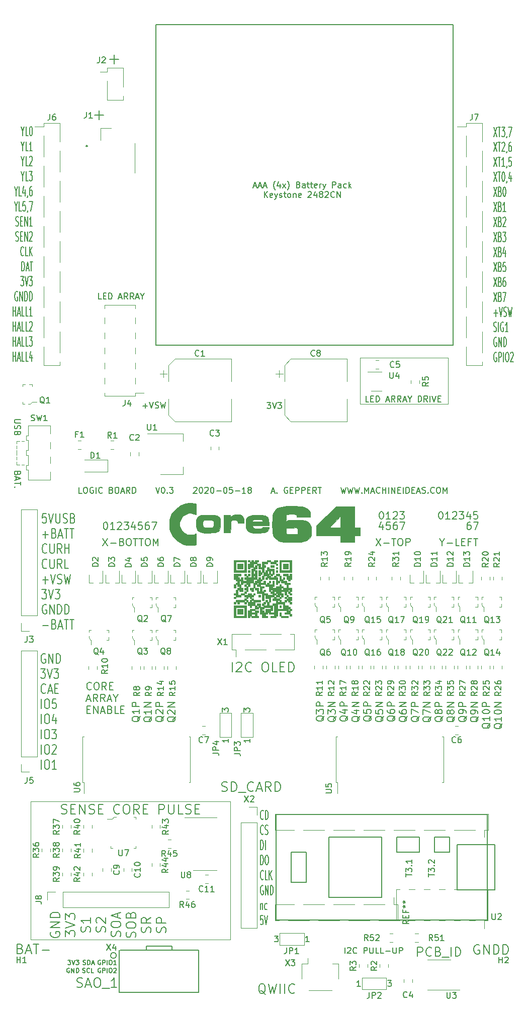
<source format=gbr>
G04 #@! TF.GenerationSoftware,KiCad,Pcbnew,(5.1.2-1)-1*
G04 #@! TF.CreationDate,2020-05-18T22:01:47-05:00*
G04 #@! TF.ProjectId,Interactive Core Memory Badge (Logic) v0.3,496e7465-7261-4637-9469-766520436f72,0.3*
G04 #@! TF.SameCoordinates,Original*
G04 #@! TF.FileFunction,Legend,Top*
G04 #@! TF.FilePolarity,Positive*
%FSLAX46Y46*%
G04 Gerber Fmt 4.6, Leading zero omitted, Abs format (unit mm)*
G04 Created by KiCad (PCBNEW (5.1.2-1)-1) date 2020-05-18 22:01:47*
%MOMM*%
%LPD*%
G04 APERTURE LIST*
%ADD10C,0.150000*%
%ADD11C,0.160000*%
%ADD12C,0.120000*%
%ADD13C,0.200000*%
%ADD14C,0.100000*%
%ADD15C,0.010000*%
G04 APERTURE END LIST*
D10*
X-20207142Y-27231428D02*
X-19445238Y-27231428D01*
X-19826190Y-27612380D02*
X-19826190Y-26850476D01*
X-19111904Y-26612380D02*
X-18778571Y-27612380D01*
X-18445238Y-26612380D01*
X-18159523Y-27564761D02*
X-18016666Y-27612380D01*
X-17778571Y-27612380D01*
X-17683333Y-27564761D01*
X-17635714Y-27517142D01*
X-17588095Y-27421904D01*
X-17588095Y-27326666D01*
X-17635714Y-27231428D01*
X-17683333Y-27183809D01*
X-17778571Y-27136190D01*
X-17969047Y-27088571D01*
X-18064285Y-27040952D01*
X-18111904Y-26993333D01*
X-18159523Y-26898095D01*
X-18159523Y-26802857D01*
X-18111904Y-26707619D01*
X-18064285Y-26660000D01*
X-17969047Y-26612380D01*
X-17730952Y-26612380D01*
X-17588095Y-26660000D01*
X-17254761Y-26612380D02*
X-17016666Y-27612380D01*
X-16826190Y-26898095D01*
X-16635714Y-27612380D01*
X-16397619Y-26612380D01*
X671904Y-26672380D02*
X1290952Y-26672380D01*
X957619Y-27053333D01*
X1100476Y-27053333D01*
X1195714Y-27100952D01*
X1243333Y-27148571D01*
X1290952Y-27243809D01*
X1290952Y-27481904D01*
X1243333Y-27577142D01*
X1195714Y-27624761D01*
X1100476Y-27672380D01*
X814761Y-27672380D01*
X719523Y-27624761D01*
X671904Y-27577142D01*
X1576666Y-26672380D02*
X1910000Y-27672380D01*
X2243333Y-26672380D01*
X2481428Y-26672380D02*
X3100476Y-26672380D01*
X2767142Y-27053333D01*
X2910000Y-27053333D01*
X3005238Y-27100952D01*
X3052857Y-27148571D01*
X3100476Y-27243809D01*
X3100476Y-27481904D01*
X3052857Y-27577142D01*
X3005238Y-27624761D01*
X2910000Y-27672380D01*
X2624285Y-27672380D01*
X2529047Y-27624761D01*
X2481428Y-27577142D01*
D11*
X51619Y-96809285D02*
X13523Y-96884523D01*
X-100761Y-96959761D01*
X-176952Y-96959761D01*
X-291238Y-96884523D01*
X-367428Y-96734047D01*
X-405523Y-96583571D01*
X-443619Y-96282619D01*
X-443619Y-96056904D01*
X-405523Y-95755952D01*
X-367428Y-95605476D01*
X-291238Y-95455000D01*
X-176952Y-95379761D01*
X-100761Y-95379761D01*
X13523Y-95455000D01*
X51619Y-95530238D01*
X394476Y-96959761D02*
X394476Y-95379761D01*
X584952Y-95379761D01*
X699238Y-95455000D01*
X775428Y-95605476D01*
X813523Y-95755952D01*
X851619Y-96056904D01*
X851619Y-96282619D01*
X813523Y-96583571D01*
X775428Y-96734047D01*
X699238Y-96884523D01*
X584952Y-96959761D01*
X394476Y-96959761D01*
X51619Y-99339285D02*
X13523Y-99414523D01*
X-100761Y-99489761D01*
X-176952Y-99489761D01*
X-291238Y-99414523D01*
X-367428Y-99264047D01*
X-405523Y-99113571D01*
X-443619Y-98812619D01*
X-443619Y-98586904D01*
X-405523Y-98285952D01*
X-367428Y-98135476D01*
X-291238Y-97985000D01*
X-176952Y-97909761D01*
X-100761Y-97909761D01*
X13523Y-97985000D01*
X51619Y-98060238D01*
X356380Y-99414523D02*
X470666Y-99489761D01*
X661142Y-99489761D01*
X737333Y-99414523D01*
X775428Y-99339285D01*
X813523Y-99188809D01*
X813523Y-99038333D01*
X775428Y-98887857D01*
X737333Y-98812619D01*
X661142Y-98737380D01*
X508761Y-98662142D01*
X432571Y-98586904D01*
X394476Y-98511666D01*
X356380Y-98361190D01*
X356380Y-98210714D01*
X394476Y-98060238D01*
X432571Y-97985000D01*
X508761Y-97909761D01*
X699238Y-97909761D01*
X813523Y-97985000D01*
X-405523Y-102019761D02*
X-405523Y-100439761D01*
X-215047Y-100439761D01*
X-100761Y-100515000D01*
X-24571Y-100665476D01*
X13523Y-100815952D01*
X51619Y-101116904D01*
X51619Y-101342619D01*
X13523Y-101643571D01*
X-24571Y-101794047D01*
X-100761Y-101944523D01*
X-215047Y-102019761D01*
X-405523Y-102019761D01*
X394476Y-102019761D02*
X394476Y-100439761D01*
X-405523Y-104549761D02*
X-405523Y-102969761D01*
X-215047Y-102969761D01*
X-100761Y-103045000D01*
X-24571Y-103195476D01*
X13523Y-103345952D01*
X51619Y-103646904D01*
X51619Y-103872619D01*
X13523Y-104173571D01*
X-24571Y-104324047D01*
X-100761Y-104474523D01*
X-215047Y-104549761D01*
X-405523Y-104549761D01*
X546857Y-102969761D02*
X699238Y-102969761D01*
X775428Y-103045000D01*
X851619Y-103195476D01*
X889714Y-103496428D01*
X889714Y-104023095D01*
X851619Y-104324047D01*
X775428Y-104474523D01*
X699238Y-104549761D01*
X546857Y-104549761D01*
X470666Y-104474523D01*
X394476Y-104324047D01*
X356380Y-104023095D01*
X356380Y-103496428D01*
X394476Y-103195476D01*
X470666Y-103045000D01*
X546857Y-102969761D01*
X51619Y-106929285D02*
X13523Y-107004523D01*
X-100761Y-107079761D01*
X-176952Y-107079761D01*
X-291238Y-107004523D01*
X-367428Y-106854047D01*
X-405523Y-106703571D01*
X-443619Y-106402619D01*
X-443619Y-106176904D01*
X-405523Y-105875952D01*
X-367428Y-105725476D01*
X-291238Y-105575000D01*
X-176952Y-105499761D01*
X-100761Y-105499761D01*
X13523Y-105575000D01*
X51619Y-105650238D01*
X775428Y-107079761D02*
X394476Y-107079761D01*
X394476Y-105499761D01*
X1042095Y-107079761D02*
X1042095Y-105499761D01*
X1499238Y-107079761D02*
X1156380Y-106176904D01*
X1499238Y-105499761D02*
X1042095Y-106402619D01*
X13523Y-108105000D02*
X-62666Y-108029761D01*
X-176952Y-108029761D01*
X-291238Y-108105000D01*
X-367428Y-108255476D01*
X-405523Y-108405952D01*
X-443619Y-108706904D01*
X-443619Y-108932619D01*
X-405523Y-109233571D01*
X-367428Y-109384047D01*
X-291238Y-109534523D01*
X-176952Y-109609761D01*
X-100761Y-109609761D01*
X13523Y-109534523D01*
X51619Y-109459285D01*
X51619Y-108932619D01*
X-100761Y-108932619D01*
X394476Y-109609761D02*
X394476Y-108029761D01*
X851619Y-109609761D01*
X851619Y-108029761D01*
X1232571Y-109609761D02*
X1232571Y-108029761D01*
X1423047Y-108029761D01*
X1537333Y-108105000D01*
X1613523Y-108255476D01*
X1651619Y-108405952D01*
X1689714Y-108706904D01*
X1689714Y-108932619D01*
X1651619Y-109233571D01*
X1613523Y-109384047D01*
X1537333Y-109534523D01*
X1423047Y-109609761D01*
X1232571Y-109609761D01*
X-405523Y-111086428D02*
X-405523Y-112139761D01*
X-405523Y-111236904D02*
X-367428Y-111161666D01*
X-291238Y-111086428D01*
X-176952Y-111086428D01*
X-100761Y-111161666D01*
X-62666Y-111312142D01*
X-62666Y-112139761D01*
X661142Y-112064523D02*
X584952Y-112139761D01*
X432571Y-112139761D01*
X356380Y-112064523D01*
X318285Y-111989285D01*
X280190Y-111838809D01*
X280190Y-111387380D01*
X318285Y-111236904D01*
X356380Y-111161666D01*
X432571Y-111086428D01*
X584952Y-111086428D01*
X661142Y-111161666D01*
X-24571Y-113089761D02*
X-405523Y-113089761D01*
X-443619Y-113842142D01*
X-405523Y-113766904D01*
X-329333Y-113691666D01*
X-138857Y-113691666D01*
X-62666Y-113766904D01*
X-24571Y-113842142D01*
X13523Y-113992619D01*
X13523Y-114368809D01*
X-24571Y-114519285D01*
X-62666Y-114594523D01*
X-138857Y-114669761D01*
X-329333Y-114669761D01*
X-405523Y-114594523D01*
X-443619Y-114519285D01*
X242095Y-113089761D02*
X508761Y-114669761D01*
X775428Y-113089761D01*
X-40456380Y19012619D02*
X-40456380Y18260238D01*
X-40723047Y19840238D02*
X-40456380Y19012619D01*
X-40189714Y19840238D01*
X-39542095Y18260238D02*
X-39923047Y18260238D01*
X-39923047Y19840238D01*
X-39123047Y19840238D02*
X-39046857Y19840238D01*
X-38970666Y19765000D01*
X-38932571Y19689761D01*
X-38894476Y19539285D01*
X-38856380Y19238333D01*
X-38856380Y18862142D01*
X-38894476Y18561190D01*
X-38932571Y18410714D01*
X-38970666Y18335476D01*
X-39046857Y18260238D01*
X-39123047Y18260238D01*
X-39199238Y18335476D01*
X-39237333Y18410714D01*
X-39275428Y18561190D01*
X-39313523Y18862142D01*
X-39313523Y19238333D01*
X-39275428Y19539285D01*
X-39237333Y19689761D01*
X-39199238Y19765000D01*
X-39123047Y19840238D01*
X-40456380Y16482619D02*
X-40456380Y15730238D01*
X-40723047Y17310238D02*
X-40456380Y16482619D01*
X-40189714Y17310238D01*
X-39542095Y15730238D02*
X-39923047Y15730238D01*
X-39923047Y17310238D01*
X-38856380Y15730238D02*
X-39313523Y15730238D01*
X-39084952Y15730238D02*
X-39084952Y17310238D01*
X-39161142Y17084523D01*
X-39237333Y16934047D01*
X-39313523Y16858809D01*
X-40456380Y13952619D02*
X-40456380Y13200238D01*
X-40723047Y14780238D02*
X-40456380Y13952619D01*
X-40189714Y14780238D01*
X-39542095Y13200238D02*
X-39923047Y13200238D01*
X-39923047Y14780238D01*
X-39313523Y14629761D02*
X-39275428Y14705000D01*
X-39199238Y14780238D01*
X-39008761Y14780238D01*
X-38932571Y14705000D01*
X-38894476Y14629761D01*
X-38856380Y14479285D01*
X-38856380Y14328809D01*
X-38894476Y14103095D01*
X-39351619Y13200238D01*
X-38856380Y13200238D01*
X-40456380Y11422619D02*
X-40456380Y10670238D01*
X-40723047Y12250238D02*
X-40456380Y11422619D01*
X-40189714Y12250238D01*
X-39542095Y10670238D02*
X-39923047Y10670238D01*
X-39923047Y12250238D01*
X-39351619Y12250238D02*
X-38856380Y12250238D01*
X-39123047Y11648333D01*
X-39008761Y11648333D01*
X-38932571Y11573095D01*
X-38894476Y11497857D01*
X-38856380Y11347380D01*
X-38856380Y10971190D01*
X-38894476Y10820714D01*
X-38932571Y10745476D01*
X-39008761Y10670238D01*
X-39237333Y10670238D01*
X-39313523Y10745476D01*
X-39351619Y10820714D01*
X-41599238Y8892619D02*
X-41599238Y8140238D01*
X-41865904Y9720238D02*
X-41599238Y8892619D01*
X-41332571Y9720238D01*
X-40684952Y8140238D02*
X-41065904Y8140238D01*
X-41065904Y9720238D01*
X-40075428Y9193571D02*
X-40075428Y8140238D01*
X-40265904Y9795476D02*
X-40456380Y8666904D01*
X-39961142Y8666904D01*
X-39618285Y8215476D02*
X-39618285Y8140238D01*
X-39656380Y7989761D01*
X-39694476Y7914523D01*
X-38932571Y9720238D02*
X-39084952Y9720238D01*
X-39161142Y9645000D01*
X-39199238Y9569761D01*
X-39275428Y9344047D01*
X-39313523Y9043095D01*
X-39313523Y8441190D01*
X-39275428Y8290714D01*
X-39237333Y8215476D01*
X-39161142Y8140238D01*
X-39008761Y8140238D01*
X-38932571Y8215476D01*
X-38894476Y8290714D01*
X-38856380Y8441190D01*
X-38856380Y8817380D01*
X-38894476Y8967857D01*
X-38932571Y9043095D01*
X-39008761Y9118333D01*
X-39161142Y9118333D01*
X-39237333Y9043095D01*
X-39275428Y8967857D01*
X-39313523Y8817380D01*
X-41599238Y6362619D02*
X-41599238Y5610238D01*
X-41865904Y7190238D02*
X-41599238Y6362619D01*
X-41332571Y7190238D01*
X-40684952Y5610238D02*
X-41065904Y5610238D01*
X-41065904Y7190238D01*
X-40037333Y7190238D02*
X-40418285Y7190238D01*
X-40456380Y6437857D01*
X-40418285Y6513095D01*
X-40342095Y6588333D01*
X-40151619Y6588333D01*
X-40075428Y6513095D01*
X-40037333Y6437857D01*
X-39999238Y6287380D01*
X-39999238Y5911190D01*
X-40037333Y5760714D01*
X-40075428Y5685476D01*
X-40151619Y5610238D01*
X-40342095Y5610238D01*
X-40418285Y5685476D01*
X-40456380Y5760714D01*
X-39618285Y5685476D02*
X-39618285Y5610238D01*
X-39656380Y5459761D01*
X-39694476Y5384523D01*
X-39351619Y7190238D02*
X-38818285Y7190238D01*
X-39161142Y5610238D01*
X-41637333Y3155476D02*
X-41523047Y3080238D01*
X-41332571Y3080238D01*
X-41256380Y3155476D01*
X-41218285Y3230714D01*
X-41180190Y3381190D01*
X-41180190Y3531666D01*
X-41218285Y3682142D01*
X-41256380Y3757380D01*
X-41332571Y3832619D01*
X-41484952Y3907857D01*
X-41561142Y3983095D01*
X-41599238Y4058333D01*
X-41637333Y4208809D01*
X-41637333Y4359285D01*
X-41599238Y4509761D01*
X-41561142Y4585000D01*
X-41484952Y4660238D01*
X-41294476Y4660238D01*
X-41180190Y4585000D01*
X-40837333Y3907857D02*
X-40570666Y3907857D01*
X-40456380Y3080238D02*
X-40837333Y3080238D01*
X-40837333Y4660238D01*
X-40456380Y4660238D01*
X-40113523Y3080238D02*
X-40113523Y4660238D01*
X-39656380Y3080238D01*
X-39656380Y4660238D01*
X-38856380Y3080238D02*
X-39313523Y3080238D01*
X-39084952Y3080238D02*
X-39084952Y4660238D01*
X-39161142Y4434523D01*
X-39237333Y4284047D01*
X-39313523Y4208809D01*
X-41637333Y625476D02*
X-41523047Y550238D01*
X-41332571Y550238D01*
X-41256380Y625476D01*
X-41218285Y700714D01*
X-41180190Y851190D01*
X-41180190Y1001666D01*
X-41218285Y1152142D01*
X-41256380Y1227380D01*
X-41332571Y1302619D01*
X-41484952Y1377857D01*
X-41561142Y1453095D01*
X-41599238Y1528333D01*
X-41637333Y1678809D01*
X-41637333Y1829285D01*
X-41599238Y1979761D01*
X-41561142Y2055000D01*
X-41484952Y2130238D01*
X-41294476Y2130238D01*
X-41180190Y2055000D01*
X-40837333Y1377857D02*
X-40570666Y1377857D01*
X-40456380Y550238D02*
X-40837333Y550238D01*
X-40837333Y2130238D01*
X-40456380Y2130238D01*
X-40113523Y550238D02*
X-40113523Y2130238D01*
X-39656380Y550238D01*
X-39656380Y2130238D01*
X-39313523Y1979761D02*
X-39275428Y2055000D01*
X-39199238Y2130238D01*
X-39008761Y2130238D01*
X-38932571Y2055000D01*
X-38894476Y1979761D01*
X-38856380Y1829285D01*
X-38856380Y1678809D01*
X-38894476Y1453095D01*
X-39351619Y550238D01*
X-38856380Y550238D01*
X-40304000Y-1829285D02*
X-40342095Y-1904523D01*
X-40456380Y-1979761D01*
X-40532571Y-1979761D01*
X-40646857Y-1904523D01*
X-40723047Y-1754047D01*
X-40761142Y-1603571D01*
X-40799238Y-1302619D01*
X-40799238Y-1076904D01*
X-40761142Y-775952D01*
X-40723047Y-625476D01*
X-40646857Y-475000D01*
X-40532571Y-399761D01*
X-40456380Y-399761D01*
X-40342095Y-475000D01*
X-40304000Y-550238D01*
X-39580190Y-1979761D02*
X-39961142Y-1979761D01*
X-39961142Y-399761D01*
X-39313523Y-1979761D02*
X-39313523Y-399761D01*
X-38856380Y-1979761D02*
X-39199238Y-1076904D01*
X-38856380Y-399761D02*
X-39313523Y-1302619D01*
X-40608761Y-4509761D02*
X-40608761Y-2929761D01*
X-40418285Y-2929761D01*
X-40304000Y-3005000D01*
X-40227809Y-3155476D01*
X-40189714Y-3305952D01*
X-40151619Y-3606904D01*
X-40151619Y-3832619D01*
X-40189714Y-4133571D01*
X-40227809Y-4284047D01*
X-40304000Y-4434523D01*
X-40418285Y-4509761D01*
X-40608761Y-4509761D01*
X-39846857Y-4058333D02*
X-39465904Y-4058333D01*
X-39923047Y-4509761D02*
X-39656380Y-2929761D01*
X-39389714Y-4509761D01*
X-39237333Y-2929761D02*
X-38780190Y-2929761D01*
X-39008761Y-4509761D02*
X-39008761Y-2929761D01*
X-40799238Y-5459761D02*
X-40304000Y-5459761D01*
X-40570666Y-6061666D01*
X-40456380Y-6061666D01*
X-40380190Y-6136904D01*
X-40342095Y-6212142D01*
X-40304000Y-6362619D01*
X-40304000Y-6738809D01*
X-40342095Y-6889285D01*
X-40380190Y-6964523D01*
X-40456380Y-7039761D01*
X-40684952Y-7039761D01*
X-40761142Y-6964523D01*
X-40799238Y-6889285D01*
X-40075428Y-5459761D02*
X-39808761Y-7039761D01*
X-39542095Y-5459761D01*
X-39351619Y-5459761D02*
X-38856380Y-5459761D01*
X-39123047Y-6061666D01*
X-39008761Y-6061666D01*
X-38932571Y-6136904D01*
X-38894476Y-6212142D01*
X-38856380Y-6362619D01*
X-38856380Y-6738809D01*
X-38894476Y-6889285D01*
X-38932571Y-6964523D01*
X-39008761Y-7039761D01*
X-39237333Y-7039761D01*
X-39313523Y-6964523D01*
X-39351619Y-6889285D01*
X-41332571Y-8065000D02*
X-41408761Y-7989761D01*
X-41523047Y-7989761D01*
X-41637333Y-8065000D01*
X-41713523Y-8215476D01*
X-41751619Y-8365952D01*
X-41789714Y-8666904D01*
X-41789714Y-8892619D01*
X-41751619Y-9193571D01*
X-41713523Y-9344047D01*
X-41637333Y-9494523D01*
X-41523047Y-9569761D01*
X-41446857Y-9569761D01*
X-41332571Y-9494523D01*
X-41294476Y-9419285D01*
X-41294476Y-8892619D01*
X-41446857Y-8892619D01*
X-40951619Y-9569761D02*
X-40951619Y-7989761D01*
X-40494476Y-9569761D01*
X-40494476Y-7989761D01*
X-40113523Y-9569761D02*
X-40113523Y-7989761D01*
X-39923047Y-7989761D01*
X-39808761Y-8065000D01*
X-39732571Y-8215476D01*
X-39694476Y-8365952D01*
X-39656380Y-8666904D01*
X-39656380Y-8892619D01*
X-39694476Y-9193571D01*
X-39732571Y-9344047D01*
X-39808761Y-9494523D01*
X-39923047Y-9569761D01*
X-40113523Y-9569761D01*
X-39313523Y-9569761D02*
X-39313523Y-7989761D01*
X-39123047Y-7989761D01*
X-39008761Y-8065000D01*
X-38932571Y-8215476D01*
X-38894476Y-8365952D01*
X-38856380Y-8666904D01*
X-38856380Y-8892619D01*
X-38894476Y-9193571D01*
X-38932571Y-9344047D01*
X-39008761Y-9494523D01*
X-39123047Y-9569761D01*
X-39313523Y-9569761D01*
X-42094476Y-12099761D02*
X-42094476Y-10519761D01*
X-42094476Y-11272142D02*
X-41637333Y-11272142D01*
X-41637333Y-12099761D02*
X-41637333Y-10519761D01*
X-41294476Y-11648333D02*
X-40913523Y-11648333D01*
X-41370666Y-12099761D02*
X-41104000Y-10519761D01*
X-40837333Y-12099761D01*
X-40189714Y-12099761D02*
X-40570666Y-12099761D01*
X-40570666Y-10519761D01*
X-39542095Y-12099761D02*
X-39923047Y-12099761D01*
X-39923047Y-10519761D01*
X-38856380Y-12099761D02*
X-39313523Y-12099761D01*
X-39084952Y-12099761D02*
X-39084952Y-10519761D01*
X-39161142Y-10745476D01*
X-39237333Y-10895952D01*
X-39313523Y-10971190D01*
X-42094476Y-14629761D02*
X-42094476Y-13049761D01*
X-42094476Y-13802142D02*
X-41637333Y-13802142D01*
X-41637333Y-14629761D02*
X-41637333Y-13049761D01*
X-41294476Y-14178333D02*
X-40913523Y-14178333D01*
X-41370666Y-14629761D02*
X-41104000Y-13049761D01*
X-40837333Y-14629761D01*
X-40189714Y-14629761D02*
X-40570666Y-14629761D01*
X-40570666Y-13049761D01*
X-39542095Y-14629761D02*
X-39923047Y-14629761D01*
X-39923047Y-13049761D01*
X-39313523Y-13200238D02*
X-39275428Y-13125000D01*
X-39199238Y-13049761D01*
X-39008761Y-13049761D01*
X-38932571Y-13125000D01*
X-38894476Y-13200238D01*
X-38856380Y-13350714D01*
X-38856380Y-13501190D01*
X-38894476Y-13726904D01*
X-39351619Y-14629761D01*
X-38856380Y-14629761D01*
X-42094476Y-17159761D02*
X-42094476Y-15579761D01*
X-42094476Y-16332142D02*
X-41637333Y-16332142D01*
X-41637333Y-17159761D02*
X-41637333Y-15579761D01*
X-41294476Y-16708333D02*
X-40913523Y-16708333D01*
X-41370666Y-17159761D02*
X-41104000Y-15579761D01*
X-40837333Y-17159761D01*
X-40189714Y-17159761D02*
X-40570666Y-17159761D01*
X-40570666Y-15579761D01*
X-39542095Y-17159761D02*
X-39923047Y-17159761D01*
X-39923047Y-15579761D01*
X-39351619Y-15579761D02*
X-38856380Y-15579761D01*
X-39123047Y-16181666D01*
X-39008761Y-16181666D01*
X-38932571Y-16256904D01*
X-38894476Y-16332142D01*
X-38856380Y-16482619D01*
X-38856380Y-16858809D01*
X-38894476Y-17009285D01*
X-38932571Y-17084523D01*
X-39008761Y-17159761D01*
X-39237333Y-17159761D01*
X-39313523Y-17084523D01*
X-39351619Y-17009285D01*
X-42094476Y-19689761D02*
X-42094476Y-18109761D01*
X-42094476Y-18862142D02*
X-41637333Y-18862142D01*
X-41637333Y-19689761D02*
X-41637333Y-18109761D01*
X-41294476Y-19238333D02*
X-40913523Y-19238333D01*
X-41370666Y-19689761D02*
X-41104000Y-18109761D01*
X-40837333Y-19689761D01*
X-40189714Y-19689761D02*
X-40570666Y-19689761D01*
X-40570666Y-18109761D01*
X-39542095Y-19689761D02*
X-39923047Y-19689761D01*
X-39923047Y-18109761D01*
X-38932571Y-18636428D02*
X-38932571Y-19689761D01*
X-39123047Y-18034523D02*
X-39313523Y-19163095D01*
X-38818285Y-19163095D01*
X38818285Y19740238D02*
X39351619Y18160238D01*
X39351619Y19740238D02*
X38818285Y18160238D01*
X39542095Y19740238D02*
X39999238Y19740238D01*
X39770666Y18160238D02*
X39770666Y19740238D01*
X40189714Y19740238D02*
X40684952Y19740238D01*
X40418285Y19138333D01*
X40532571Y19138333D01*
X40608761Y19063095D01*
X40646857Y18987857D01*
X40684952Y18837380D01*
X40684952Y18461190D01*
X40646857Y18310714D01*
X40608761Y18235476D01*
X40532571Y18160238D01*
X40304000Y18160238D01*
X40227809Y18235476D01*
X40189714Y18310714D01*
X41065904Y18235476D02*
X41065904Y18160238D01*
X41027809Y18009761D01*
X40989714Y17934523D01*
X41332571Y19740238D02*
X41865904Y19740238D01*
X41523047Y18160238D01*
X38818285Y17210238D02*
X39351619Y15630238D01*
X39351619Y17210238D02*
X38818285Y15630238D01*
X39542095Y17210238D02*
X39999238Y17210238D01*
X39770666Y15630238D02*
X39770666Y17210238D01*
X40227809Y17059761D02*
X40265904Y17135000D01*
X40342095Y17210238D01*
X40532571Y17210238D01*
X40608761Y17135000D01*
X40646857Y17059761D01*
X40684952Y16909285D01*
X40684952Y16758809D01*
X40646857Y16533095D01*
X40189714Y15630238D01*
X40684952Y15630238D01*
X41065904Y15705476D02*
X41065904Y15630238D01*
X41027809Y15479761D01*
X40989714Y15404523D01*
X41751619Y17210238D02*
X41599238Y17210238D01*
X41523047Y17135000D01*
X41484952Y17059761D01*
X41408761Y16834047D01*
X41370666Y16533095D01*
X41370666Y15931190D01*
X41408761Y15780714D01*
X41446857Y15705476D01*
X41523047Y15630238D01*
X41675428Y15630238D01*
X41751619Y15705476D01*
X41789714Y15780714D01*
X41827809Y15931190D01*
X41827809Y16307380D01*
X41789714Y16457857D01*
X41751619Y16533095D01*
X41675428Y16608333D01*
X41523047Y16608333D01*
X41446857Y16533095D01*
X41408761Y16457857D01*
X41370666Y16307380D01*
X38818285Y14680238D02*
X39351619Y13100238D01*
X39351619Y14680238D02*
X38818285Y13100238D01*
X39542095Y14680238D02*
X39999238Y14680238D01*
X39770666Y13100238D02*
X39770666Y14680238D01*
X40684952Y13100238D02*
X40227809Y13100238D01*
X40456380Y13100238D02*
X40456380Y14680238D01*
X40380190Y14454523D01*
X40304000Y14304047D01*
X40227809Y14228809D01*
X41065904Y13175476D02*
X41065904Y13100238D01*
X41027809Y12949761D01*
X40989714Y12874523D01*
X41789714Y14680238D02*
X41408761Y14680238D01*
X41370666Y13927857D01*
X41408761Y14003095D01*
X41484952Y14078333D01*
X41675428Y14078333D01*
X41751619Y14003095D01*
X41789714Y13927857D01*
X41827809Y13777380D01*
X41827809Y13401190D01*
X41789714Y13250714D01*
X41751619Y13175476D01*
X41675428Y13100238D01*
X41484952Y13100238D01*
X41408761Y13175476D01*
X41370666Y13250714D01*
X38818285Y12150238D02*
X39351619Y10570238D01*
X39351619Y12150238D02*
X38818285Y10570238D01*
X39542095Y12150238D02*
X39999238Y12150238D01*
X39770666Y10570238D02*
X39770666Y12150238D01*
X40418285Y12150238D02*
X40494476Y12150238D01*
X40570666Y12075000D01*
X40608761Y11999761D01*
X40646857Y11849285D01*
X40684952Y11548333D01*
X40684952Y11172142D01*
X40646857Y10871190D01*
X40608761Y10720714D01*
X40570666Y10645476D01*
X40494476Y10570238D01*
X40418285Y10570238D01*
X40342095Y10645476D01*
X40304000Y10720714D01*
X40265904Y10871190D01*
X40227809Y11172142D01*
X40227809Y11548333D01*
X40265904Y11849285D01*
X40304000Y11999761D01*
X40342095Y12075000D01*
X40418285Y12150238D01*
X41065904Y10645476D02*
X41065904Y10570238D01*
X41027809Y10419761D01*
X40989714Y10344523D01*
X41751619Y11623571D02*
X41751619Y10570238D01*
X41561142Y12225476D02*
X41370666Y11096904D01*
X41865904Y11096904D01*
X38818285Y9620238D02*
X39351619Y8040238D01*
X39351619Y9620238D02*
X38818285Y8040238D01*
X39923047Y8867857D02*
X40037333Y8792619D01*
X40075428Y8717380D01*
X40113523Y8566904D01*
X40113523Y8341190D01*
X40075428Y8190714D01*
X40037333Y8115476D01*
X39961142Y8040238D01*
X39656380Y8040238D01*
X39656380Y9620238D01*
X39923047Y9620238D01*
X39999238Y9545000D01*
X40037333Y9469761D01*
X40075428Y9319285D01*
X40075428Y9168809D01*
X40037333Y9018333D01*
X39999238Y8943095D01*
X39923047Y8867857D01*
X39656380Y8867857D01*
X40608761Y9620238D02*
X40684952Y9620238D01*
X40761142Y9545000D01*
X40799238Y9469761D01*
X40837333Y9319285D01*
X40875428Y9018333D01*
X40875428Y8642142D01*
X40837333Y8341190D01*
X40799238Y8190714D01*
X40761142Y8115476D01*
X40684952Y8040238D01*
X40608761Y8040238D01*
X40532571Y8115476D01*
X40494476Y8190714D01*
X40456380Y8341190D01*
X40418285Y8642142D01*
X40418285Y9018333D01*
X40456380Y9319285D01*
X40494476Y9469761D01*
X40532571Y9545000D01*
X40608761Y9620238D01*
X38818285Y7090238D02*
X39351619Y5510238D01*
X39351619Y7090238D02*
X38818285Y5510238D01*
X39923047Y6337857D02*
X40037333Y6262619D01*
X40075428Y6187380D01*
X40113523Y6036904D01*
X40113523Y5811190D01*
X40075428Y5660714D01*
X40037333Y5585476D01*
X39961142Y5510238D01*
X39656380Y5510238D01*
X39656380Y7090238D01*
X39923047Y7090238D01*
X39999238Y7015000D01*
X40037333Y6939761D01*
X40075428Y6789285D01*
X40075428Y6638809D01*
X40037333Y6488333D01*
X39999238Y6413095D01*
X39923047Y6337857D01*
X39656380Y6337857D01*
X40875428Y5510238D02*
X40418285Y5510238D01*
X40646857Y5510238D02*
X40646857Y7090238D01*
X40570666Y6864523D01*
X40494476Y6714047D01*
X40418285Y6638809D01*
X38818285Y4560238D02*
X39351619Y2980238D01*
X39351619Y4560238D02*
X38818285Y2980238D01*
X39923047Y3807857D02*
X40037333Y3732619D01*
X40075428Y3657380D01*
X40113523Y3506904D01*
X40113523Y3281190D01*
X40075428Y3130714D01*
X40037333Y3055476D01*
X39961142Y2980238D01*
X39656380Y2980238D01*
X39656380Y4560238D01*
X39923047Y4560238D01*
X39999238Y4485000D01*
X40037333Y4409761D01*
X40075428Y4259285D01*
X40075428Y4108809D01*
X40037333Y3958333D01*
X39999238Y3883095D01*
X39923047Y3807857D01*
X39656380Y3807857D01*
X40418285Y4409761D02*
X40456380Y4485000D01*
X40532571Y4560238D01*
X40723047Y4560238D01*
X40799238Y4485000D01*
X40837333Y4409761D01*
X40875428Y4259285D01*
X40875428Y4108809D01*
X40837333Y3883095D01*
X40380190Y2980238D01*
X40875428Y2980238D01*
X38818285Y2030238D02*
X39351619Y450238D01*
X39351619Y2030238D02*
X38818285Y450238D01*
X39923047Y1277857D02*
X40037333Y1202619D01*
X40075428Y1127380D01*
X40113523Y976904D01*
X40113523Y751190D01*
X40075428Y600714D01*
X40037333Y525476D01*
X39961142Y450238D01*
X39656380Y450238D01*
X39656380Y2030238D01*
X39923047Y2030238D01*
X39999238Y1955000D01*
X40037333Y1879761D01*
X40075428Y1729285D01*
X40075428Y1578809D01*
X40037333Y1428333D01*
X39999238Y1353095D01*
X39923047Y1277857D01*
X39656380Y1277857D01*
X40380190Y2030238D02*
X40875428Y2030238D01*
X40608761Y1428333D01*
X40723047Y1428333D01*
X40799238Y1353095D01*
X40837333Y1277857D01*
X40875428Y1127380D01*
X40875428Y751190D01*
X40837333Y600714D01*
X40799238Y525476D01*
X40723047Y450238D01*
X40494476Y450238D01*
X40418285Y525476D01*
X40380190Y600714D01*
X38818285Y-499761D02*
X39351619Y-2079761D01*
X39351619Y-499761D02*
X38818285Y-2079761D01*
X39923047Y-1252142D02*
X40037333Y-1327380D01*
X40075428Y-1402619D01*
X40113523Y-1553095D01*
X40113523Y-1778809D01*
X40075428Y-1929285D01*
X40037333Y-2004523D01*
X39961142Y-2079761D01*
X39656380Y-2079761D01*
X39656380Y-499761D01*
X39923047Y-499761D01*
X39999238Y-575000D01*
X40037333Y-650238D01*
X40075428Y-800714D01*
X40075428Y-951190D01*
X40037333Y-1101666D01*
X39999238Y-1176904D01*
X39923047Y-1252142D01*
X39656380Y-1252142D01*
X40799238Y-1026428D02*
X40799238Y-2079761D01*
X40608761Y-424523D02*
X40418285Y-1553095D01*
X40913523Y-1553095D01*
X38818285Y-3029761D02*
X39351619Y-4609761D01*
X39351619Y-3029761D02*
X38818285Y-4609761D01*
X39923047Y-3782142D02*
X40037333Y-3857380D01*
X40075428Y-3932619D01*
X40113523Y-4083095D01*
X40113523Y-4308809D01*
X40075428Y-4459285D01*
X40037333Y-4534523D01*
X39961142Y-4609761D01*
X39656380Y-4609761D01*
X39656380Y-3029761D01*
X39923047Y-3029761D01*
X39999238Y-3105000D01*
X40037333Y-3180238D01*
X40075428Y-3330714D01*
X40075428Y-3481190D01*
X40037333Y-3631666D01*
X39999238Y-3706904D01*
X39923047Y-3782142D01*
X39656380Y-3782142D01*
X40837333Y-3029761D02*
X40456380Y-3029761D01*
X40418285Y-3782142D01*
X40456380Y-3706904D01*
X40532571Y-3631666D01*
X40723047Y-3631666D01*
X40799238Y-3706904D01*
X40837333Y-3782142D01*
X40875428Y-3932619D01*
X40875428Y-4308809D01*
X40837333Y-4459285D01*
X40799238Y-4534523D01*
X40723047Y-4609761D01*
X40532571Y-4609761D01*
X40456380Y-4534523D01*
X40418285Y-4459285D01*
X38818285Y-5559761D02*
X39351619Y-7139761D01*
X39351619Y-5559761D02*
X38818285Y-7139761D01*
X39923047Y-6312142D02*
X40037333Y-6387380D01*
X40075428Y-6462619D01*
X40113523Y-6613095D01*
X40113523Y-6838809D01*
X40075428Y-6989285D01*
X40037333Y-7064523D01*
X39961142Y-7139761D01*
X39656380Y-7139761D01*
X39656380Y-5559761D01*
X39923047Y-5559761D01*
X39999238Y-5635000D01*
X40037333Y-5710238D01*
X40075428Y-5860714D01*
X40075428Y-6011190D01*
X40037333Y-6161666D01*
X39999238Y-6236904D01*
X39923047Y-6312142D01*
X39656380Y-6312142D01*
X40799238Y-5559761D02*
X40646857Y-5559761D01*
X40570666Y-5635000D01*
X40532571Y-5710238D01*
X40456380Y-5935952D01*
X40418285Y-6236904D01*
X40418285Y-6838809D01*
X40456380Y-6989285D01*
X40494476Y-7064523D01*
X40570666Y-7139761D01*
X40723047Y-7139761D01*
X40799238Y-7064523D01*
X40837333Y-6989285D01*
X40875428Y-6838809D01*
X40875428Y-6462619D01*
X40837333Y-6312142D01*
X40799238Y-6236904D01*
X40723047Y-6161666D01*
X40570666Y-6161666D01*
X40494476Y-6236904D01*
X40456380Y-6312142D01*
X40418285Y-6462619D01*
X38818285Y-8089761D02*
X39351619Y-9669761D01*
X39351619Y-8089761D02*
X38818285Y-9669761D01*
X39923047Y-8842142D02*
X40037333Y-8917380D01*
X40075428Y-8992619D01*
X40113523Y-9143095D01*
X40113523Y-9368809D01*
X40075428Y-9519285D01*
X40037333Y-9594523D01*
X39961142Y-9669761D01*
X39656380Y-9669761D01*
X39656380Y-8089761D01*
X39923047Y-8089761D01*
X39999238Y-8165000D01*
X40037333Y-8240238D01*
X40075428Y-8390714D01*
X40075428Y-8541190D01*
X40037333Y-8691666D01*
X39999238Y-8766904D01*
X39923047Y-8842142D01*
X39656380Y-8842142D01*
X40380190Y-8089761D02*
X40913523Y-8089761D01*
X40570666Y-9669761D01*
X38894476Y-11597857D02*
X39504000Y-11597857D01*
X39199238Y-12199761D02*
X39199238Y-10995952D01*
X39770666Y-10619761D02*
X40037333Y-12199761D01*
X40304000Y-10619761D01*
X40532571Y-12124523D02*
X40646857Y-12199761D01*
X40837333Y-12199761D01*
X40913523Y-12124523D01*
X40951619Y-12049285D01*
X40989714Y-11898809D01*
X40989714Y-11748333D01*
X40951619Y-11597857D01*
X40913523Y-11522619D01*
X40837333Y-11447380D01*
X40684952Y-11372142D01*
X40608761Y-11296904D01*
X40570666Y-11221666D01*
X40532571Y-11071190D01*
X40532571Y-10920714D01*
X40570666Y-10770238D01*
X40608761Y-10695000D01*
X40684952Y-10619761D01*
X40875428Y-10619761D01*
X40989714Y-10695000D01*
X41256380Y-10619761D02*
X41446857Y-12199761D01*
X41599238Y-11071190D01*
X41751619Y-12199761D01*
X41942095Y-10619761D01*
X38856380Y-14654523D02*
X38970666Y-14729761D01*
X39161142Y-14729761D01*
X39237333Y-14654523D01*
X39275428Y-14579285D01*
X39313523Y-14428809D01*
X39313523Y-14278333D01*
X39275428Y-14127857D01*
X39237333Y-14052619D01*
X39161142Y-13977380D01*
X39008761Y-13902142D01*
X38932571Y-13826904D01*
X38894476Y-13751666D01*
X38856380Y-13601190D01*
X38856380Y-13450714D01*
X38894476Y-13300238D01*
X38932571Y-13225000D01*
X39008761Y-13149761D01*
X39199238Y-13149761D01*
X39313523Y-13225000D01*
X39656380Y-14729761D02*
X39656380Y-13149761D01*
X40456380Y-13225000D02*
X40380190Y-13149761D01*
X40265904Y-13149761D01*
X40151619Y-13225000D01*
X40075428Y-13375476D01*
X40037333Y-13525952D01*
X39999238Y-13826904D01*
X39999238Y-14052619D01*
X40037333Y-14353571D01*
X40075428Y-14504047D01*
X40151619Y-14654523D01*
X40265904Y-14729761D01*
X40342095Y-14729761D01*
X40456380Y-14654523D01*
X40494476Y-14579285D01*
X40494476Y-14052619D01*
X40342095Y-14052619D01*
X41256380Y-14729761D02*
X40799238Y-14729761D01*
X41027809Y-14729761D02*
X41027809Y-13149761D01*
X40951619Y-13375476D01*
X40875428Y-13525952D01*
X40799238Y-13601190D01*
X39313523Y-15755000D02*
X39237333Y-15679761D01*
X39123047Y-15679761D01*
X39008761Y-15755000D01*
X38932571Y-15905476D01*
X38894476Y-16055952D01*
X38856380Y-16356904D01*
X38856380Y-16582619D01*
X38894476Y-16883571D01*
X38932571Y-17034047D01*
X39008761Y-17184523D01*
X39123047Y-17259761D01*
X39199238Y-17259761D01*
X39313523Y-17184523D01*
X39351619Y-17109285D01*
X39351619Y-16582619D01*
X39199238Y-16582619D01*
X39694476Y-17259761D02*
X39694476Y-15679761D01*
X40151619Y-17259761D01*
X40151619Y-15679761D01*
X40532571Y-17259761D02*
X40532571Y-15679761D01*
X40723047Y-15679761D01*
X40837333Y-15755000D01*
X40913523Y-15905476D01*
X40951619Y-16055952D01*
X40989714Y-16356904D01*
X40989714Y-16582619D01*
X40951619Y-16883571D01*
X40913523Y-17034047D01*
X40837333Y-17184523D01*
X40723047Y-17259761D01*
X40532571Y-17259761D01*
X39313523Y-18285000D02*
X39237333Y-18209761D01*
X39123047Y-18209761D01*
X39008761Y-18285000D01*
X38932571Y-18435476D01*
X38894476Y-18585952D01*
X38856380Y-18886904D01*
X38856380Y-19112619D01*
X38894476Y-19413571D01*
X38932571Y-19564047D01*
X39008761Y-19714523D01*
X39123047Y-19789761D01*
X39199238Y-19789761D01*
X39313523Y-19714523D01*
X39351619Y-19639285D01*
X39351619Y-19112619D01*
X39199238Y-19112619D01*
X39694476Y-19789761D02*
X39694476Y-18209761D01*
X39999238Y-18209761D01*
X40075428Y-18285000D01*
X40113523Y-18360238D01*
X40151619Y-18510714D01*
X40151619Y-18736428D01*
X40113523Y-18886904D01*
X40075428Y-18962142D01*
X39999238Y-19037380D01*
X39694476Y-19037380D01*
X40494476Y-19789761D02*
X40494476Y-18209761D01*
X41027809Y-18209761D02*
X41180190Y-18209761D01*
X41256380Y-18285000D01*
X41332571Y-18435476D01*
X41370666Y-18736428D01*
X41370666Y-19263095D01*
X41332571Y-19564047D01*
X41256380Y-19714523D01*
X41180190Y-19789761D01*
X41027809Y-19789761D01*
X40951619Y-19714523D01*
X40875428Y-19564047D01*
X40837333Y-19263095D01*
X40837333Y-18736428D01*
X40875428Y-18435476D01*
X40951619Y-18285000D01*
X41027809Y-18209761D01*
X41675428Y-18360238D02*
X41713523Y-18285000D01*
X41789714Y-18209761D01*
X41980190Y-18209761D01*
X42056380Y-18285000D01*
X42094476Y-18360238D01*
X42132571Y-18510714D01*
X42132571Y-18661190D01*
X42094476Y-18886904D01*
X41637333Y-19789761D01*
X42132571Y-19789761D01*
D10*
X29874642Y-45076428D02*
X29991785Y-45076428D01*
X30108928Y-45135000D01*
X30167500Y-45193571D01*
X30226071Y-45310714D01*
X30284642Y-45545000D01*
X30284642Y-45837857D01*
X30226071Y-46072142D01*
X30167500Y-46189285D01*
X30108928Y-46247857D01*
X29991785Y-46306428D01*
X29874642Y-46306428D01*
X29757500Y-46247857D01*
X29698928Y-46189285D01*
X29640357Y-46072142D01*
X29581785Y-45837857D01*
X29581785Y-45545000D01*
X29640357Y-45310714D01*
X29698928Y-45193571D01*
X29757500Y-45135000D01*
X29874642Y-45076428D01*
X31456071Y-46306428D02*
X30753214Y-46306428D01*
X31104642Y-46306428D02*
X31104642Y-45076428D01*
X30987500Y-45252142D01*
X30870357Y-45369285D01*
X30753214Y-45427857D01*
X31924642Y-45193571D02*
X31983214Y-45135000D01*
X32100357Y-45076428D01*
X32393214Y-45076428D01*
X32510357Y-45135000D01*
X32568928Y-45193571D01*
X32627500Y-45310714D01*
X32627500Y-45427857D01*
X32568928Y-45603571D01*
X31866071Y-46306428D01*
X32627500Y-46306428D01*
X33037500Y-45076428D02*
X33798928Y-45076428D01*
X33388928Y-45545000D01*
X33564642Y-45545000D01*
X33681785Y-45603571D01*
X33740357Y-45662142D01*
X33798928Y-45779285D01*
X33798928Y-46072142D01*
X33740357Y-46189285D01*
X33681785Y-46247857D01*
X33564642Y-46306428D01*
X33213214Y-46306428D01*
X33096071Y-46247857D01*
X33037500Y-46189285D01*
X34853214Y-45486428D02*
X34853214Y-46306428D01*
X34560357Y-45017857D02*
X34267500Y-45896428D01*
X35028928Y-45896428D01*
X36083214Y-45076428D02*
X35497500Y-45076428D01*
X35438928Y-45662142D01*
X35497500Y-45603571D01*
X35614642Y-45545000D01*
X35907500Y-45545000D01*
X36024642Y-45603571D01*
X36083214Y-45662142D01*
X36141785Y-45779285D01*
X36141785Y-46072142D01*
X36083214Y-46189285D01*
X36024642Y-46247857D01*
X35907500Y-46306428D01*
X35614642Y-46306428D01*
X35497500Y-46247857D01*
X35438928Y-46189285D01*
X34917500Y-46826428D02*
X34683214Y-46826428D01*
X34566071Y-46885000D01*
X34507500Y-46943571D01*
X34390357Y-47119285D01*
X34331785Y-47353571D01*
X34331785Y-47822142D01*
X34390357Y-47939285D01*
X34448928Y-47997857D01*
X34566071Y-48056428D01*
X34800357Y-48056428D01*
X34917500Y-47997857D01*
X34976071Y-47939285D01*
X35034642Y-47822142D01*
X35034642Y-47529285D01*
X34976071Y-47412142D01*
X34917500Y-47353571D01*
X34800357Y-47295000D01*
X34566071Y-47295000D01*
X34448928Y-47353571D01*
X34390357Y-47412142D01*
X34331785Y-47529285D01*
X35444642Y-46826428D02*
X36264642Y-46826428D01*
X35737500Y-48056428D01*
X19874642Y-45076428D02*
X19991785Y-45076428D01*
X20108928Y-45135000D01*
X20167500Y-45193571D01*
X20226071Y-45310714D01*
X20284642Y-45545000D01*
X20284642Y-45837857D01*
X20226071Y-46072142D01*
X20167500Y-46189285D01*
X20108928Y-46247857D01*
X19991785Y-46306428D01*
X19874642Y-46306428D01*
X19757500Y-46247857D01*
X19698928Y-46189285D01*
X19640357Y-46072142D01*
X19581785Y-45837857D01*
X19581785Y-45545000D01*
X19640357Y-45310714D01*
X19698928Y-45193571D01*
X19757500Y-45135000D01*
X19874642Y-45076428D01*
X21456071Y-46306428D02*
X20753214Y-46306428D01*
X21104642Y-46306428D02*
X21104642Y-45076428D01*
X20987500Y-45252142D01*
X20870357Y-45369285D01*
X20753214Y-45427857D01*
X21924642Y-45193571D02*
X21983214Y-45135000D01*
X22100357Y-45076428D01*
X22393214Y-45076428D01*
X22510357Y-45135000D01*
X22568928Y-45193571D01*
X22627500Y-45310714D01*
X22627500Y-45427857D01*
X22568928Y-45603571D01*
X21866071Y-46306428D01*
X22627500Y-46306428D01*
X23037500Y-45076428D02*
X23798928Y-45076428D01*
X23388928Y-45545000D01*
X23564642Y-45545000D01*
X23681785Y-45603571D01*
X23740357Y-45662142D01*
X23798928Y-45779285D01*
X23798928Y-46072142D01*
X23740357Y-46189285D01*
X23681785Y-46247857D01*
X23564642Y-46306428D01*
X23213214Y-46306428D01*
X23096071Y-46247857D01*
X23037500Y-46189285D01*
X20167500Y-47236428D02*
X20167500Y-48056428D01*
X19874642Y-46767857D02*
X19581785Y-47646428D01*
X20343214Y-47646428D01*
X21397500Y-46826428D02*
X20811785Y-46826428D01*
X20753214Y-47412142D01*
X20811785Y-47353571D01*
X20928928Y-47295000D01*
X21221785Y-47295000D01*
X21338928Y-47353571D01*
X21397500Y-47412142D01*
X21456071Y-47529285D01*
X21456071Y-47822142D01*
X21397500Y-47939285D01*
X21338928Y-47997857D01*
X21221785Y-48056428D01*
X20928928Y-48056428D01*
X20811785Y-47997857D01*
X20753214Y-47939285D01*
X22510357Y-46826428D02*
X22276071Y-46826428D01*
X22158928Y-46885000D01*
X22100357Y-46943571D01*
X21983214Y-47119285D01*
X21924642Y-47353571D01*
X21924642Y-47822142D01*
X21983214Y-47939285D01*
X22041785Y-47997857D01*
X22158928Y-48056428D01*
X22393214Y-48056428D01*
X22510357Y-47997857D01*
X22568928Y-47939285D01*
X22627500Y-47822142D01*
X22627500Y-47529285D01*
X22568928Y-47412142D01*
X22510357Y-47353571D01*
X22393214Y-47295000D01*
X22158928Y-47295000D01*
X22041785Y-47353571D01*
X21983214Y-47412142D01*
X21924642Y-47529285D01*
X23037500Y-46826428D02*
X23857500Y-46826428D01*
X23330357Y-48056428D01*
X-26575357Y-46826428D02*
X-26458214Y-46826428D01*
X-26341071Y-46885000D01*
X-26282500Y-46943571D01*
X-26223928Y-47060714D01*
X-26165357Y-47295000D01*
X-26165357Y-47587857D01*
X-26223928Y-47822142D01*
X-26282500Y-47939285D01*
X-26341071Y-47997857D01*
X-26458214Y-48056428D01*
X-26575357Y-48056428D01*
X-26692500Y-47997857D01*
X-26751071Y-47939285D01*
X-26809642Y-47822142D01*
X-26868214Y-47587857D01*
X-26868214Y-47295000D01*
X-26809642Y-47060714D01*
X-26751071Y-46943571D01*
X-26692500Y-46885000D01*
X-26575357Y-46826428D01*
X-24993928Y-48056428D02*
X-25696785Y-48056428D01*
X-25345357Y-48056428D02*
X-25345357Y-46826428D01*
X-25462500Y-47002142D01*
X-25579642Y-47119285D01*
X-25696785Y-47177857D01*
X-24525357Y-46943571D02*
X-24466785Y-46885000D01*
X-24349642Y-46826428D01*
X-24056785Y-46826428D01*
X-23939642Y-46885000D01*
X-23881071Y-46943571D01*
X-23822500Y-47060714D01*
X-23822500Y-47177857D01*
X-23881071Y-47353571D01*
X-24583928Y-48056428D01*
X-23822500Y-48056428D01*
X-23412500Y-46826428D02*
X-22651071Y-46826428D01*
X-23061071Y-47295000D01*
X-22885357Y-47295000D01*
X-22768214Y-47353571D01*
X-22709642Y-47412142D01*
X-22651071Y-47529285D01*
X-22651071Y-47822142D01*
X-22709642Y-47939285D01*
X-22768214Y-47997857D01*
X-22885357Y-48056428D01*
X-23236785Y-48056428D01*
X-23353928Y-47997857D01*
X-23412500Y-47939285D01*
X-21596785Y-47236428D02*
X-21596785Y-48056428D01*
X-21889642Y-46767857D02*
X-22182500Y-47646428D01*
X-21421071Y-47646428D01*
X-20366785Y-46826428D02*
X-20952500Y-46826428D01*
X-21011071Y-47412142D01*
X-20952500Y-47353571D01*
X-20835357Y-47295000D01*
X-20542500Y-47295000D01*
X-20425357Y-47353571D01*
X-20366785Y-47412142D01*
X-20308214Y-47529285D01*
X-20308214Y-47822142D01*
X-20366785Y-47939285D01*
X-20425357Y-47997857D01*
X-20542500Y-48056428D01*
X-20835357Y-48056428D01*
X-20952500Y-47997857D01*
X-21011071Y-47939285D01*
X-19253928Y-46826428D02*
X-19488214Y-46826428D01*
X-19605357Y-46885000D01*
X-19663928Y-46943571D01*
X-19781071Y-47119285D01*
X-19839642Y-47353571D01*
X-19839642Y-47822142D01*
X-19781071Y-47939285D01*
X-19722500Y-47997857D01*
X-19605357Y-48056428D01*
X-19371071Y-48056428D01*
X-19253928Y-47997857D01*
X-19195357Y-47939285D01*
X-19136785Y-47822142D01*
X-19136785Y-47529285D01*
X-19195357Y-47412142D01*
X-19253928Y-47353571D01*
X-19371071Y-47295000D01*
X-19605357Y-47295000D01*
X-19722500Y-47353571D01*
X-19781071Y-47412142D01*
X-19839642Y-47529285D01*
X-18726785Y-46826428D02*
X-17906785Y-46826428D01*
X-18433928Y-48056428D01*
X-36523928Y-45398809D02*
X-37109642Y-45398809D01*
X-37168214Y-46160714D01*
X-37109642Y-46084523D01*
X-36992500Y-46008333D01*
X-36699642Y-46008333D01*
X-36582500Y-46084523D01*
X-36523928Y-46160714D01*
X-36465357Y-46313095D01*
X-36465357Y-46694047D01*
X-36523928Y-46846428D01*
X-36582500Y-46922619D01*
X-36699642Y-46998809D01*
X-36992500Y-46998809D01*
X-37109642Y-46922619D01*
X-37168214Y-46846428D01*
X-36113928Y-45398809D02*
X-35703928Y-46998809D01*
X-35293928Y-45398809D01*
X-34883928Y-45398809D02*
X-34883928Y-46694047D01*
X-34825357Y-46846428D01*
X-34766785Y-46922619D01*
X-34649642Y-46998809D01*
X-34415357Y-46998809D01*
X-34298214Y-46922619D01*
X-34239642Y-46846428D01*
X-34181071Y-46694047D01*
X-34181071Y-45398809D01*
X-33653928Y-46922619D02*
X-33478214Y-46998809D01*
X-33185357Y-46998809D01*
X-33068214Y-46922619D01*
X-33009642Y-46846428D01*
X-32951071Y-46694047D01*
X-32951071Y-46541666D01*
X-33009642Y-46389285D01*
X-33068214Y-46313095D01*
X-33185357Y-46236904D01*
X-33419642Y-46160714D01*
X-33536785Y-46084523D01*
X-33595357Y-46008333D01*
X-33653928Y-45855952D01*
X-33653928Y-45703571D01*
X-33595357Y-45551190D01*
X-33536785Y-45475000D01*
X-33419642Y-45398809D01*
X-33126785Y-45398809D01*
X-32951071Y-45475000D01*
X-32013928Y-46160714D02*
X-31838214Y-46236904D01*
X-31779642Y-46313095D01*
X-31721071Y-46465476D01*
X-31721071Y-46694047D01*
X-31779642Y-46846428D01*
X-31838214Y-46922619D01*
X-31955357Y-46998809D01*
X-32423928Y-46998809D01*
X-32423928Y-45398809D01*
X-32013928Y-45398809D01*
X-31896785Y-45475000D01*
X-31838214Y-45551190D01*
X-31779642Y-45703571D01*
X-31779642Y-45855952D01*
X-31838214Y-46008333D01*
X-31896785Y-46084523D01*
X-32013928Y-46160714D01*
X-32423928Y-46160714D01*
X-37109642Y-48939285D02*
X-36172500Y-48939285D01*
X-36641071Y-49548809D02*
X-36641071Y-48329761D01*
X-35176785Y-48710714D02*
X-35001071Y-48786904D01*
X-34942500Y-48863095D01*
X-34883928Y-49015476D01*
X-34883928Y-49244047D01*
X-34942500Y-49396428D01*
X-35001071Y-49472619D01*
X-35118214Y-49548809D01*
X-35586785Y-49548809D01*
X-35586785Y-47948809D01*
X-35176785Y-47948809D01*
X-35059642Y-48025000D01*
X-35001071Y-48101190D01*
X-34942500Y-48253571D01*
X-34942500Y-48405952D01*
X-35001071Y-48558333D01*
X-35059642Y-48634523D01*
X-35176785Y-48710714D01*
X-35586785Y-48710714D01*
X-34415357Y-49091666D02*
X-33829642Y-49091666D01*
X-34532500Y-49548809D02*
X-34122500Y-47948809D01*
X-33712500Y-49548809D01*
X-33478214Y-47948809D02*
X-32775357Y-47948809D01*
X-33126785Y-49548809D02*
X-33126785Y-47948809D01*
X-32541071Y-47948809D02*
X-31838214Y-47948809D01*
X-32189642Y-49548809D02*
X-32189642Y-47948809D01*
X-36406785Y-51946428D02*
X-36465357Y-52022619D01*
X-36641071Y-52098809D01*
X-36758214Y-52098809D01*
X-36933928Y-52022619D01*
X-37051071Y-51870238D01*
X-37109642Y-51717857D01*
X-37168214Y-51413095D01*
X-37168214Y-51184523D01*
X-37109642Y-50879761D01*
X-37051071Y-50727380D01*
X-36933928Y-50575000D01*
X-36758214Y-50498809D01*
X-36641071Y-50498809D01*
X-36465357Y-50575000D01*
X-36406785Y-50651190D01*
X-35879642Y-50498809D02*
X-35879642Y-51794047D01*
X-35821071Y-51946428D01*
X-35762500Y-52022619D01*
X-35645357Y-52098809D01*
X-35411071Y-52098809D01*
X-35293928Y-52022619D01*
X-35235357Y-51946428D01*
X-35176785Y-51794047D01*
X-35176785Y-50498809D01*
X-33888214Y-52098809D02*
X-34298214Y-51336904D01*
X-34591071Y-52098809D02*
X-34591071Y-50498809D01*
X-34122500Y-50498809D01*
X-34005357Y-50575000D01*
X-33946785Y-50651190D01*
X-33888214Y-50803571D01*
X-33888214Y-51032142D01*
X-33946785Y-51184523D01*
X-34005357Y-51260714D01*
X-34122500Y-51336904D01*
X-34591071Y-51336904D01*
X-33361071Y-52098809D02*
X-33361071Y-50498809D01*
X-33361071Y-51260714D02*
X-32658214Y-51260714D01*
X-32658214Y-52098809D02*
X-32658214Y-50498809D01*
X-36406785Y-54496428D02*
X-36465357Y-54572619D01*
X-36641071Y-54648809D01*
X-36758214Y-54648809D01*
X-36933928Y-54572619D01*
X-37051071Y-54420238D01*
X-37109642Y-54267857D01*
X-37168214Y-53963095D01*
X-37168214Y-53734523D01*
X-37109642Y-53429761D01*
X-37051071Y-53277380D01*
X-36933928Y-53125000D01*
X-36758214Y-53048809D01*
X-36641071Y-53048809D01*
X-36465357Y-53125000D01*
X-36406785Y-53201190D01*
X-35879642Y-53048809D02*
X-35879642Y-54344047D01*
X-35821071Y-54496428D01*
X-35762500Y-54572619D01*
X-35645357Y-54648809D01*
X-35411071Y-54648809D01*
X-35293928Y-54572619D01*
X-35235357Y-54496428D01*
X-35176785Y-54344047D01*
X-35176785Y-53048809D01*
X-33888214Y-54648809D02*
X-34298214Y-53886904D01*
X-34591071Y-54648809D02*
X-34591071Y-53048809D01*
X-34122500Y-53048809D01*
X-34005357Y-53125000D01*
X-33946785Y-53201190D01*
X-33888214Y-53353571D01*
X-33888214Y-53582142D01*
X-33946785Y-53734523D01*
X-34005357Y-53810714D01*
X-34122500Y-53886904D01*
X-34591071Y-53886904D01*
X-32775357Y-54648809D02*
X-33361071Y-54648809D01*
X-33361071Y-53048809D01*
X-37109642Y-56589285D02*
X-36172500Y-56589285D01*
X-36641071Y-57198809D02*
X-36641071Y-55979761D01*
X-35762500Y-55598809D02*
X-35352500Y-57198809D01*
X-34942500Y-55598809D01*
X-34591071Y-57122619D02*
X-34415357Y-57198809D01*
X-34122500Y-57198809D01*
X-34005357Y-57122619D01*
X-33946785Y-57046428D01*
X-33888214Y-56894047D01*
X-33888214Y-56741666D01*
X-33946785Y-56589285D01*
X-34005357Y-56513095D01*
X-34122500Y-56436904D01*
X-34356785Y-56360714D01*
X-34473928Y-56284523D01*
X-34532500Y-56208333D01*
X-34591071Y-56055952D01*
X-34591071Y-55903571D01*
X-34532500Y-55751190D01*
X-34473928Y-55675000D01*
X-34356785Y-55598809D01*
X-34063928Y-55598809D01*
X-33888214Y-55675000D01*
X-33478214Y-55598809D02*
X-33185357Y-57198809D01*
X-32951071Y-56055952D01*
X-32716785Y-57198809D01*
X-32423928Y-55598809D01*
X-37226785Y-58148809D02*
X-36465357Y-58148809D01*
X-36875357Y-58758333D01*
X-36699642Y-58758333D01*
X-36582500Y-58834523D01*
X-36523928Y-58910714D01*
X-36465357Y-59063095D01*
X-36465357Y-59444047D01*
X-36523928Y-59596428D01*
X-36582500Y-59672619D01*
X-36699642Y-59748809D01*
X-37051071Y-59748809D01*
X-37168214Y-59672619D01*
X-37226785Y-59596428D01*
X-36113928Y-58148809D02*
X-35703928Y-59748809D01*
X-35293928Y-58148809D01*
X-35001071Y-58148809D02*
X-34239642Y-58148809D01*
X-34649642Y-58758333D01*
X-34473928Y-58758333D01*
X-34356785Y-58834523D01*
X-34298214Y-58910714D01*
X-34239642Y-59063095D01*
X-34239642Y-59444047D01*
X-34298214Y-59596428D01*
X-34356785Y-59672619D01*
X-34473928Y-59748809D01*
X-34825357Y-59748809D01*
X-34942500Y-59672619D01*
X-35001071Y-59596428D01*
X-36465357Y-60775000D02*
X-36582500Y-60698809D01*
X-36758214Y-60698809D01*
X-36933928Y-60775000D01*
X-37051071Y-60927380D01*
X-37109642Y-61079761D01*
X-37168214Y-61384523D01*
X-37168214Y-61613095D01*
X-37109642Y-61917857D01*
X-37051071Y-62070238D01*
X-36933928Y-62222619D01*
X-36758214Y-62298809D01*
X-36641071Y-62298809D01*
X-36465357Y-62222619D01*
X-36406785Y-62146428D01*
X-36406785Y-61613095D01*
X-36641071Y-61613095D01*
X-35879642Y-62298809D02*
X-35879642Y-60698809D01*
X-35176785Y-62298809D01*
X-35176785Y-60698809D01*
X-34591071Y-62298809D02*
X-34591071Y-60698809D01*
X-34298214Y-60698809D01*
X-34122500Y-60775000D01*
X-34005357Y-60927380D01*
X-33946785Y-61079761D01*
X-33888214Y-61384523D01*
X-33888214Y-61613095D01*
X-33946785Y-61917857D01*
X-34005357Y-62070238D01*
X-34122500Y-62222619D01*
X-34298214Y-62298809D01*
X-34591071Y-62298809D01*
X-33361071Y-62298809D02*
X-33361071Y-60698809D01*
X-33068214Y-60698809D01*
X-32892500Y-60775000D01*
X-32775357Y-60927380D01*
X-32716785Y-61079761D01*
X-32658214Y-61384523D01*
X-32658214Y-61613095D01*
X-32716785Y-61917857D01*
X-32775357Y-62070238D01*
X-32892500Y-62222619D01*
X-33068214Y-62298809D01*
X-33361071Y-62298809D01*
X-37109642Y-64239285D02*
X-36172500Y-64239285D01*
X-35176785Y-64010714D02*
X-35001071Y-64086904D01*
X-34942500Y-64163095D01*
X-34883928Y-64315476D01*
X-34883928Y-64544047D01*
X-34942500Y-64696428D01*
X-35001071Y-64772619D01*
X-35118214Y-64848809D01*
X-35586785Y-64848809D01*
X-35586785Y-63248809D01*
X-35176785Y-63248809D01*
X-35059642Y-63325000D01*
X-35001071Y-63401190D01*
X-34942500Y-63553571D01*
X-34942500Y-63705952D01*
X-35001071Y-63858333D01*
X-35059642Y-63934523D01*
X-35176785Y-64010714D01*
X-35586785Y-64010714D01*
X-34415357Y-64391666D02*
X-33829642Y-64391666D01*
X-34532500Y-64848809D02*
X-34122500Y-63248809D01*
X-33712500Y-64848809D01*
X-33478214Y-63248809D02*
X-32775357Y-63248809D01*
X-33126785Y-64848809D02*
X-33126785Y-63248809D01*
X-32541071Y-63248809D02*
X-31838214Y-63248809D01*
X-32189642Y-64848809D02*
X-32189642Y-63248809D01*
X-36665357Y-69075000D02*
X-36782500Y-68998809D01*
X-36958214Y-68998809D01*
X-37133928Y-69075000D01*
X-37251071Y-69227380D01*
X-37309642Y-69379761D01*
X-37368214Y-69684523D01*
X-37368214Y-69913095D01*
X-37309642Y-70217857D01*
X-37251071Y-70370238D01*
X-37133928Y-70522619D01*
X-36958214Y-70598809D01*
X-36841071Y-70598809D01*
X-36665357Y-70522619D01*
X-36606785Y-70446428D01*
X-36606785Y-69913095D01*
X-36841071Y-69913095D01*
X-36079642Y-70598809D02*
X-36079642Y-68998809D01*
X-35376785Y-70598809D01*
X-35376785Y-68998809D01*
X-34791071Y-70598809D02*
X-34791071Y-68998809D01*
X-34498214Y-68998809D01*
X-34322500Y-69075000D01*
X-34205357Y-69227380D01*
X-34146785Y-69379761D01*
X-34088214Y-69684523D01*
X-34088214Y-69913095D01*
X-34146785Y-70217857D01*
X-34205357Y-70370238D01*
X-34322500Y-70522619D01*
X-34498214Y-70598809D01*
X-34791071Y-70598809D01*
X-37426785Y-71548809D02*
X-36665357Y-71548809D01*
X-37075357Y-72158333D01*
X-36899642Y-72158333D01*
X-36782500Y-72234523D01*
X-36723928Y-72310714D01*
X-36665357Y-72463095D01*
X-36665357Y-72844047D01*
X-36723928Y-72996428D01*
X-36782500Y-73072619D01*
X-36899642Y-73148809D01*
X-37251071Y-73148809D01*
X-37368214Y-73072619D01*
X-37426785Y-72996428D01*
X-36313928Y-71548809D02*
X-35903928Y-73148809D01*
X-35493928Y-71548809D01*
X-35201071Y-71548809D02*
X-34439642Y-71548809D01*
X-34849642Y-72158333D01*
X-34673928Y-72158333D01*
X-34556785Y-72234523D01*
X-34498214Y-72310714D01*
X-34439642Y-72463095D01*
X-34439642Y-72844047D01*
X-34498214Y-72996428D01*
X-34556785Y-73072619D01*
X-34673928Y-73148809D01*
X-35025357Y-73148809D01*
X-35142500Y-73072619D01*
X-35201071Y-72996428D01*
X-36606785Y-75546428D02*
X-36665357Y-75622619D01*
X-36841071Y-75698809D01*
X-36958214Y-75698809D01*
X-37133928Y-75622619D01*
X-37251071Y-75470238D01*
X-37309642Y-75317857D01*
X-37368214Y-75013095D01*
X-37368214Y-74784523D01*
X-37309642Y-74479761D01*
X-37251071Y-74327380D01*
X-37133928Y-74175000D01*
X-36958214Y-74098809D01*
X-36841071Y-74098809D01*
X-36665357Y-74175000D01*
X-36606785Y-74251190D01*
X-36138214Y-75241666D02*
X-35552500Y-75241666D01*
X-36255357Y-75698809D02*
X-35845357Y-74098809D01*
X-35435357Y-75698809D01*
X-35025357Y-74860714D02*
X-34615357Y-74860714D01*
X-34439642Y-75698809D02*
X-35025357Y-75698809D01*
X-35025357Y-74098809D01*
X-34439642Y-74098809D01*
X-37309642Y-78248809D02*
X-37309642Y-76648809D01*
X-36489642Y-76648809D02*
X-36255357Y-76648809D01*
X-36138214Y-76725000D01*
X-36021071Y-76877380D01*
X-35962500Y-77182142D01*
X-35962500Y-77715476D01*
X-36021071Y-78020238D01*
X-36138214Y-78172619D01*
X-36255357Y-78248809D01*
X-36489642Y-78248809D01*
X-36606785Y-78172619D01*
X-36723928Y-78020238D01*
X-36782500Y-77715476D01*
X-36782500Y-77182142D01*
X-36723928Y-76877380D01*
X-36606785Y-76725000D01*
X-36489642Y-76648809D01*
X-34849642Y-76648809D02*
X-35435357Y-76648809D01*
X-35493928Y-77410714D01*
X-35435357Y-77334523D01*
X-35318214Y-77258333D01*
X-35025357Y-77258333D01*
X-34908214Y-77334523D01*
X-34849642Y-77410714D01*
X-34791071Y-77563095D01*
X-34791071Y-77944047D01*
X-34849642Y-78096428D01*
X-34908214Y-78172619D01*
X-35025357Y-78248809D01*
X-35318214Y-78248809D01*
X-35435357Y-78172619D01*
X-35493928Y-78096428D01*
X-37309642Y-80798809D02*
X-37309642Y-79198809D01*
X-36489642Y-79198809D02*
X-36255357Y-79198809D01*
X-36138214Y-79275000D01*
X-36021071Y-79427380D01*
X-35962500Y-79732142D01*
X-35962500Y-80265476D01*
X-36021071Y-80570238D01*
X-36138214Y-80722619D01*
X-36255357Y-80798809D01*
X-36489642Y-80798809D01*
X-36606785Y-80722619D01*
X-36723928Y-80570238D01*
X-36782500Y-80265476D01*
X-36782500Y-79732142D01*
X-36723928Y-79427380D01*
X-36606785Y-79275000D01*
X-36489642Y-79198809D01*
X-34908214Y-79732142D02*
X-34908214Y-80798809D01*
X-35201071Y-79122619D02*
X-35493928Y-80265476D01*
X-34732500Y-80265476D01*
X-37309642Y-83348809D02*
X-37309642Y-81748809D01*
X-36489642Y-81748809D02*
X-36255357Y-81748809D01*
X-36138214Y-81825000D01*
X-36021071Y-81977380D01*
X-35962500Y-82282142D01*
X-35962500Y-82815476D01*
X-36021071Y-83120238D01*
X-36138214Y-83272619D01*
X-36255357Y-83348809D01*
X-36489642Y-83348809D01*
X-36606785Y-83272619D01*
X-36723928Y-83120238D01*
X-36782500Y-82815476D01*
X-36782500Y-82282142D01*
X-36723928Y-81977380D01*
X-36606785Y-81825000D01*
X-36489642Y-81748809D01*
X-35552500Y-81748809D02*
X-34791071Y-81748809D01*
X-35201071Y-82358333D01*
X-35025357Y-82358333D01*
X-34908214Y-82434523D01*
X-34849642Y-82510714D01*
X-34791071Y-82663095D01*
X-34791071Y-83044047D01*
X-34849642Y-83196428D01*
X-34908214Y-83272619D01*
X-35025357Y-83348809D01*
X-35376785Y-83348809D01*
X-35493928Y-83272619D01*
X-35552500Y-83196428D01*
X-37309642Y-85898809D02*
X-37309642Y-84298809D01*
X-36489642Y-84298809D02*
X-36255357Y-84298809D01*
X-36138214Y-84375000D01*
X-36021071Y-84527380D01*
X-35962500Y-84832142D01*
X-35962500Y-85365476D01*
X-36021071Y-85670238D01*
X-36138214Y-85822619D01*
X-36255357Y-85898809D01*
X-36489642Y-85898809D01*
X-36606785Y-85822619D01*
X-36723928Y-85670238D01*
X-36782500Y-85365476D01*
X-36782500Y-84832142D01*
X-36723928Y-84527380D01*
X-36606785Y-84375000D01*
X-36489642Y-84298809D01*
X-35493928Y-84451190D02*
X-35435357Y-84375000D01*
X-35318214Y-84298809D01*
X-35025357Y-84298809D01*
X-34908214Y-84375000D01*
X-34849642Y-84451190D01*
X-34791071Y-84603571D01*
X-34791071Y-84755952D01*
X-34849642Y-84984523D01*
X-35552500Y-85898809D01*
X-34791071Y-85898809D01*
X-37309642Y-88448809D02*
X-37309642Y-86848809D01*
X-36489642Y-86848809D02*
X-36255357Y-86848809D01*
X-36138214Y-86925000D01*
X-36021071Y-87077380D01*
X-35962500Y-87382142D01*
X-35962500Y-87915476D01*
X-36021071Y-88220238D01*
X-36138214Y-88372619D01*
X-36255357Y-88448809D01*
X-36489642Y-88448809D01*
X-36606785Y-88372619D01*
X-36723928Y-88220238D01*
X-36782500Y-87915476D01*
X-36782500Y-87382142D01*
X-36723928Y-87077380D01*
X-36606785Y-86925000D01*
X-36489642Y-86848809D01*
X-34791071Y-88448809D02*
X-35493928Y-88448809D01*
X-35142500Y-88448809D02*
X-35142500Y-86848809D01*
X-35259642Y-87077380D01*
X-35376785Y-87229761D01*
X-35493928Y-87305952D01*
X19023214Y-49576428D02*
X19843214Y-50806428D01*
X19843214Y-49576428D02*
X19023214Y-50806428D01*
X20311785Y-50337857D02*
X21248928Y-50337857D01*
X21658928Y-49576428D02*
X22361785Y-49576428D01*
X22010357Y-50806428D02*
X22010357Y-49576428D01*
X23006071Y-49576428D02*
X23240357Y-49576428D01*
X23357500Y-49635000D01*
X23474642Y-49752142D01*
X23533214Y-49986428D01*
X23533214Y-50396428D01*
X23474642Y-50630714D01*
X23357500Y-50747857D01*
X23240357Y-50806428D01*
X23006071Y-50806428D01*
X22888928Y-50747857D01*
X22771785Y-50630714D01*
X22713214Y-50396428D01*
X22713214Y-49986428D01*
X22771785Y-49752142D01*
X22888928Y-49635000D01*
X23006071Y-49576428D01*
X24060357Y-50806428D02*
X24060357Y-49576428D01*
X24528928Y-49576428D01*
X24646071Y-49635000D01*
X24704642Y-49693571D01*
X24763214Y-49810714D01*
X24763214Y-49986428D01*
X24704642Y-50103571D01*
X24646071Y-50162142D01*
X24528928Y-50220714D01*
X24060357Y-50220714D01*
X30124642Y-50220714D02*
X30124642Y-50806428D01*
X29714642Y-49576428D02*
X30124642Y-50220714D01*
X30534642Y-49576428D01*
X30944642Y-50337857D02*
X31881785Y-50337857D01*
X33053214Y-50806428D02*
X32467500Y-50806428D01*
X32467500Y-49576428D01*
X33463214Y-50162142D02*
X33873214Y-50162142D01*
X34048928Y-50806428D02*
X33463214Y-50806428D01*
X33463214Y-49576428D01*
X34048928Y-49576428D01*
X34986071Y-50162142D02*
X34576071Y-50162142D01*
X34576071Y-50806428D02*
X34576071Y-49576428D01*
X35161785Y-49576428D01*
X35454642Y-49576428D02*
X36157500Y-49576428D01*
X35806071Y-50806428D02*
X35806071Y-49576428D01*
X-26976785Y-49576428D02*
X-26156785Y-50806428D01*
X-26156785Y-49576428D02*
X-26976785Y-50806428D01*
X-25688214Y-50337857D02*
X-24751071Y-50337857D01*
X-23755357Y-50162142D02*
X-23579642Y-50220714D01*
X-23521071Y-50279285D01*
X-23462500Y-50396428D01*
X-23462500Y-50572142D01*
X-23521071Y-50689285D01*
X-23579642Y-50747857D01*
X-23696785Y-50806428D01*
X-24165357Y-50806428D01*
X-24165357Y-49576428D01*
X-23755357Y-49576428D01*
X-23638214Y-49635000D01*
X-23579642Y-49693571D01*
X-23521071Y-49810714D01*
X-23521071Y-49927857D01*
X-23579642Y-50045000D01*
X-23638214Y-50103571D01*
X-23755357Y-50162142D01*
X-24165357Y-50162142D01*
X-22701071Y-49576428D02*
X-22466785Y-49576428D01*
X-22349642Y-49635000D01*
X-22232500Y-49752142D01*
X-22173928Y-49986428D01*
X-22173928Y-50396428D01*
X-22232500Y-50630714D01*
X-22349642Y-50747857D01*
X-22466785Y-50806428D01*
X-22701071Y-50806428D01*
X-22818214Y-50747857D01*
X-22935357Y-50630714D01*
X-22993928Y-50396428D01*
X-22993928Y-49986428D01*
X-22935357Y-49752142D01*
X-22818214Y-49635000D01*
X-22701071Y-49576428D01*
X-21822500Y-49576428D02*
X-21119642Y-49576428D01*
X-21471071Y-50806428D02*
X-21471071Y-49576428D01*
X-20885357Y-49576428D02*
X-20182500Y-49576428D01*
X-20533928Y-50806428D02*
X-20533928Y-49576428D01*
X-19538214Y-49576428D02*
X-19303928Y-49576428D01*
X-19186785Y-49635000D01*
X-19069642Y-49752142D01*
X-19011071Y-49986428D01*
X-19011071Y-50396428D01*
X-19069642Y-50630714D01*
X-19186785Y-50747857D01*
X-19303928Y-50806428D01*
X-19538214Y-50806428D01*
X-19655357Y-50747857D01*
X-19772500Y-50630714D01*
X-19831071Y-50396428D01*
X-19831071Y-49986428D01*
X-19772500Y-49752142D01*
X-19655357Y-49635000D01*
X-19538214Y-49576428D01*
X-18483928Y-50806428D02*
X-18483928Y-49576428D01*
X-18073928Y-50455000D01*
X-17663928Y-49576428D01*
X-17663928Y-50806428D01*
X-28906785Y-74944285D02*
X-28965357Y-75002857D01*
X-29141071Y-75061428D01*
X-29258214Y-75061428D01*
X-29433928Y-75002857D01*
X-29551071Y-74885714D01*
X-29609642Y-74768571D01*
X-29668214Y-74534285D01*
X-29668214Y-74358571D01*
X-29609642Y-74124285D01*
X-29551071Y-74007142D01*
X-29433928Y-73890000D01*
X-29258214Y-73831428D01*
X-29141071Y-73831428D01*
X-28965357Y-73890000D01*
X-28906785Y-73948571D01*
X-28145357Y-73831428D02*
X-27911071Y-73831428D01*
X-27793928Y-73890000D01*
X-27676785Y-74007142D01*
X-27618214Y-74241428D01*
X-27618214Y-74651428D01*
X-27676785Y-74885714D01*
X-27793928Y-75002857D01*
X-27911071Y-75061428D01*
X-28145357Y-75061428D01*
X-28262500Y-75002857D01*
X-28379642Y-74885714D01*
X-28438214Y-74651428D01*
X-28438214Y-74241428D01*
X-28379642Y-74007142D01*
X-28262500Y-73890000D01*
X-28145357Y-73831428D01*
X-26388214Y-75061428D02*
X-26798214Y-74475714D01*
X-27091071Y-75061428D02*
X-27091071Y-73831428D01*
X-26622500Y-73831428D01*
X-26505357Y-73890000D01*
X-26446785Y-73948571D01*
X-26388214Y-74065714D01*
X-26388214Y-74241428D01*
X-26446785Y-74358571D01*
X-26505357Y-74417142D01*
X-26622500Y-74475714D01*
X-27091071Y-74475714D01*
X-25861071Y-74417142D02*
X-25451071Y-74417142D01*
X-25275357Y-75061428D02*
X-25861071Y-75061428D01*
X-25861071Y-73831428D01*
X-25275357Y-73831428D01*
X-29668214Y-76705000D02*
X-29082500Y-76705000D01*
X-29785357Y-77056428D02*
X-29375357Y-75826428D01*
X-28965357Y-77056428D01*
X-27852500Y-77056428D02*
X-28262500Y-76470714D01*
X-28555357Y-77056428D02*
X-28555357Y-75826428D01*
X-28086785Y-75826428D01*
X-27969642Y-75885000D01*
X-27911071Y-75943571D01*
X-27852500Y-76060714D01*
X-27852500Y-76236428D01*
X-27911071Y-76353571D01*
X-27969642Y-76412142D01*
X-28086785Y-76470714D01*
X-28555357Y-76470714D01*
X-26622500Y-77056428D02*
X-27032500Y-76470714D01*
X-27325357Y-77056428D02*
X-27325357Y-75826428D01*
X-26856785Y-75826428D01*
X-26739642Y-75885000D01*
X-26681071Y-75943571D01*
X-26622500Y-76060714D01*
X-26622500Y-76236428D01*
X-26681071Y-76353571D01*
X-26739642Y-76412142D01*
X-26856785Y-76470714D01*
X-27325357Y-76470714D01*
X-26153928Y-76705000D02*
X-25568214Y-76705000D01*
X-26271071Y-77056428D02*
X-25861071Y-75826428D01*
X-25451071Y-77056428D01*
X-24806785Y-76470714D02*
X-24806785Y-77056428D01*
X-25216785Y-75826428D02*
X-24806785Y-76470714D01*
X-24396785Y-75826428D01*
X-29609642Y-78407142D02*
X-29199642Y-78407142D01*
X-29023928Y-79051428D02*
X-29609642Y-79051428D01*
X-29609642Y-77821428D01*
X-29023928Y-77821428D01*
X-28496785Y-79051428D02*
X-28496785Y-77821428D01*
X-27793928Y-79051428D01*
X-27793928Y-77821428D01*
X-27266785Y-78700000D02*
X-26681071Y-78700000D01*
X-27383928Y-79051428D02*
X-26973928Y-77821428D01*
X-26563928Y-79051428D01*
X-25743928Y-78407142D02*
X-25568214Y-78465714D01*
X-25509642Y-78524285D01*
X-25451071Y-78641428D01*
X-25451071Y-78817142D01*
X-25509642Y-78934285D01*
X-25568214Y-78992857D01*
X-25685357Y-79051428D01*
X-26153928Y-79051428D01*
X-26153928Y-77821428D01*
X-25743928Y-77821428D01*
X-25626785Y-77880000D01*
X-25568214Y-77938571D01*
X-25509642Y-78055714D01*
X-25509642Y-78172857D01*
X-25568214Y-78290000D01*
X-25626785Y-78348571D01*
X-25743928Y-78407142D01*
X-26153928Y-78407142D01*
X-24338214Y-79051428D02*
X-24923928Y-79051428D01*
X-24923928Y-77821428D01*
X-23928214Y-78407142D02*
X-23518214Y-78407142D01*
X-23342500Y-79051428D02*
X-23928214Y-79051428D01*
X-23928214Y-77821428D01*
X-23342500Y-77821428D01*
X10306071Y-79474642D02*
X10247500Y-79591785D01*
X10130357Y-79708928D01*
X9954642Y-79884642D01*
X9896071Y-80001785D01*
X9896071Y-80118928D01*
X10188928Y-80060357D02*
X10130357Y-80177500D01*
X10013214Y-80294642D01*
X9778928Y-80353214D01*
X9368928Y-80353214D01*
X9134642Y-80294642D01*
X9017500Y-80177500D01*
X8958928Y-80060357D01*
X8958928Y-79826071D01*
X9017500Y-79708928D01*
X9134642Y-79591785D01*
X9368928Y-79533214D01*
X9778928Y-79533214D01*
X10013214Y-79591785D01*
X10130357Y-79708928D01*
X10188928Y-79826071D01*
X10188928Y-80060357D01*
X8958928Y-79123214D02*
X8958928Y-78361785D01*
X9427500Y-78771785D01*
X9427500Y-78596071D01*
X9486071Y-78478928D01*
X9544642Y-78420357D01*
X9661785Y-78361785D01*
X9954642Y-78361785D01*
X10071785Y-78420357D01*
X10130357Y-78478928D01*
X10188928Y-78596071D01*
X10188928Y-78947500D01*
X10130357Y-79064642D01*
X10071785Y-79123214D01*
X10188928Y-77834642D02*
X8958928Y-77834642D01*
X8958928Y-77366071D01*
X9017500Y-77248928D01*
X9076071Y-77190357D01*
X9193214Y-77131785D01*
X9368928Y-77131785D01*
X9486071Y-77190357D01*
X9544642Y-77248928D01*
X9603214Y-77366071D01*
X9603214Y-77834642D01*
X12301071Y-79533214D02*
X12242500Y-79650357D01*
X12125357Y-79767500D01*
X11949642Y-79943214D01*
X11891071Y-80060357D01*
X11891071Y-80177500D01*
X12183928Y-80118928D02*
X12125357Y-80236071D01*
X12008214Y-80353214D01*
X11773928Y-80411785D01*
X11363928Y-80411785D01*
X11129642Y-80353214D01*
X11012500Y-80236071D01*
X10953928Y-80118928D01*
X10953928Y-79884642D01*
X11012500Y-79767500D01*
X11129642Y-79650357D01*
X11363928Y-79591785D01*
X11773928Y-79591785D01*
X12008214Y-79650357D01*
X12125357Y-79767500D01*
X12183928Y-79884642D01*
X12183928Y-80118928D01*
X10953928Y-79181785D02*
X10953928Y-78420357D01*
X11422500Y-78830357D01*
X11422500Y-78654642D01*
X11481071Y-78537500D01*
X11539642Y-78478928D01*
X11656785Y-78420357D01*
X11949642Y-78420357D01*
X12066785Y-78478928D01*
X12125357Y-78537500D01*
X12183928Y-78654642D01*
X12183928Y-79006071D01*
X12125357Y-79123214D01*
X12066785Y-79181785D01*
X12183928Y-77893214D02*
X10953928Y-77893214D01*
X12183928Y-77190357D01*
X10953928Y-77190357D01*
X14296071Y-79474642D02*
X14237500Y-79591785D01*
X14120357Y-79708928D01*
X13944642Y-79884642D01*
X13886071Y-80001785D01*
X13886071Y-80118928D01*
X14178928Y-80060357D02*
X14120357Y-80177500D01*
X14003214Y-80294642D01*
X13768928Y-80353214D01*
X13358928Y-80353214D01*
X13124642Y-80294642D01*
X13007500Y-80177500D01*
X12948928Y-80060357D01*
X12948928Y-79826071D01*
X13007500Y-79708928D01*
X13124642Y-79591785D01*
X13358928Y-79533214D01*
X13768928Y-79533214D01*
X14003214Y-79591785D01*
X14120357Y-79708928D01*
X14178928Y-79826071D01*
X14178928Y-80060357D01*
X13358928Y-78478928D02*
X14178928Y-78478928D01*
X12890357Y-78771785D02*
X13768928Y-79064642D01*
X13768928Y-78303214D01*
X14178928Y-77834642D02*
X12948928Y-77834642D01*
X12948928Y-77366071D01*
X13007500Y-77248928D01*
X13066071Y-77190357D01*
X13183214Y-77131785D01*
X13358928Y-77131785D01*
X13476071Y-77190357D01*
X13534642Y-77248928D01*
X13593214Y-77366071D01*
X13593214Y-77834642D01*
X16291071Y-79533214D02*
X16232500Y-79650357D01*
X16115357Y-79767500D01*
X15939642Y-79943214D01*
X15881071Y-80060357D01*
X15881071Y-80177500D01*
X16173928Y-80118928D02*
X16115357Y-80236071D01*
X15998214Y-80353214D01*
X15763928Y-80411785D01*
X15353928Y-80411785D01*
X15119642Y-80353214D01*
X15002500Y-80236071D01*
X14943928Y-80118928D01*
X14943928Y-79884642D01*
X15002500Y-79767500D01*
X15119642Y-79650357D01*
X15353928Y-79591785D01*
X15763928Y-79591785D01*
X15998214Y-79650357D01*
X16115357Y-79767500D01*
X16173928Y-79884642D01*
X16173928Y-80118928D01*
X15353928Y-78537500D02*
X16173928Y-78537500D01*
X14885357Y-78830357D02*
X15763928Y-79123214D01*
X15763928Y-78361785D01*
X16173928Y-77893214D02*
X14943928Y-77893214D01*
X16173928Y-77190357D01*
X14943928Y-77190357D01*
X18286071Y-79474642D02*
X18227500Y-79591785D01*
X18110357Y-79708928D01*
X17934642Y-79884642D01*
X17876071Y-80001785D01*
X17876071Y-80118928D01*
X18168928Y-80060357D02*
X18110357Y-80177500D01*
X17993214Y-80294642D01*
X17758928Y-80353214D01*
X17348928Y-80353214D01*
X17114642Y-80294642D01*
X16997500Y-80177500D01*
X16938928Y-80060357D01*
X16938928Y-79826071D01*
X16997500Y-79708928D01*
X17114642Y-79591785D01*
X17348928Y-79533214D01*
X17758928Y-79533214D01*
X17993214Y-79591785D01*
X18110357Y-79708928D01*
X18168928Y-79826071D01*
X18168928Y-80060357D01*
X16938928Y-78420357D02*
X16938928Y-79006071D01*
X17524642Y-79064642D01*
X17466071Y-79006071D01*
X17407500Y-78888928D01*
X17407500Y-78596071D01*
X17466071Y-78478928D01*
X17524642Y-78420357D01*
X17641785Y-78361785D01*
X17934642Y-78361785D01*
X18051785Y-78420357D01*
X18110357Y-78478928D01*
X18168928Y-78596071D01*
X18168928Y-78888928D01*
X18110357Y-79006071D01*
X18051785Y-79064642D01*
X18168928Y-77834642D02*
X16938928Y-77834642D01*
X16938928Y-77366071D01*
X16997500Y-77248928D01*
X17056071Y-77190357D01*
X17173214Y-77131785D01*
X17348928Y-77131785D01*
X17466071Y-77190357D01*
X17524642Y-77248928D01*
X17583214Y-77366071D01*
X17583214Y-77834642D01*
X20281071Y-79533214D02*
X20222500Y-79650357D01*
X20105357Y-79767500D01*
X19929642Y-79943214D01*
X19871071Y-80060357D01*
X19871071Y-80177500D01*
X20163928Y-80118928D02*
X20105357Y-80236071D01*
X19988214Y-80353214D01*
X19753928Y-80411785D01*
X19343928Y-80411785D01*
X19109642Y-80353214D01*
X18992500Y-80236071D01*
X18933928Y-80118928D01*
X18933928Y-79884642D01*
X18992500Y-79767500D01*
X19109642Y-79650357D01*
X19343928Y-79591785D01*
X19753928Y-79591785D01*
X19988214Y-79650357D01*
X20105357Y-79767500D01*
X20163928Y-79884642D01*
X20163928Y-80118928D01*
X18933928Y-78478928D02*
X18933928Y-79064642D01*
X19519642Y-79123214D01*
X19461071Y-79064642D01*
X19402500Y-78947500D01*
X19402500Y-78654642D01*
X19461071Y-78537500D01*
X19519642Y-78478928D01*
X19636785Y-78420357D01*
X19929642Y-78420357D01*
X20046785Y-78478928D01*
X20105357Y-78537500D01*
X20163928Y-78654642D01*
X20163928Y-78947500D01*
X20105357Y-79064642D01*
X20046785Y-79123214D01*
X20163928Y-77893214D02*
X18933928Y-77893214D01*
X20163928Y-77190357D01*
X18933928Y-77190357D01*
X22276071Y-79474642D02*
X22217500Y-79591785D01*
X22100357Y-79708928D01*
X21924642Y-79884642D01*
X21866071Y-80001785D01*
X21866071Y-80118928D01*
X22158928Y-80060357D02*
X22100357Y-80177500D01*
X21983214Y-80294642D01*
X21748928Y-80353214D01*
X21338928Y-80353214D01*
X21104642Y-80294642D01*
X20987500Y-80177500D01*
X20928928Y-80060357D01*
X20928928Y-79826071D01*
X20987500Y-79708928D01*
X21104642Y-79591785D01*
X21338928Y-79533214D01*
X21748928Y-79533214D01*
X21983214Y-79591785D01*
X22100357Y-79708928D01*
X22158928Y-79826071D01*
X22158928Y-80060357D01*
X20928928Y-78478928D02*
X20928928Y-78713214D01*
X20987500Y-78830357D01*
X21046071Y-78888928D01*
X21221785Y-79006071D01*
X21456071Y-79064642D01*
X21924642Y-79064642D01*
X22041785Y-79006071D01*
X22100357Y-78947500D01*
X22158928Y-78830357D01*
X22158928Y-78596071D01*
X22100357Y-78478928D01*
X22041785Y-78420357D01*
X21924642Y-78361785D01*
X21631785Y-78361785D01*
X21514642Y-78420357D01*
X21456071Y-78478928D01*
X21397500Y-78596071D01*
X21397500Y-78830357D01*
X21456071Y-78947500D01*
X21514642Y-79006071D01*
X21631785Y-79064642D01*
X22158928Y-77834642D02*
X20928928Y-77834642D01*
X20928928Y-77366071D01*
X20987500Y-77248928D01*
X21046071Y-77190357D01*
X21163214Y-77131785D01*
X21338928Y-77131785D01*
X21456071Y-77190357D01*
X21514642Y-77248928D01*
X21573214Y-77366071D01*
X21573214Y-77834642D01*
X24271071Y-79533214D02*
X24212500Y-79650357D01*
X24095357Y-79767500D01*
X23919642Y-79943214D01*
X23861071Y-80060357D01*
X23861071Y-80177500D01*
X24153928Y-80118928D02*
X24095357Y-80236071D01*
X23978214Y-80353214D01*
X23743928Y-80411785D01*
X23333928Y-80411785D01*
X23099642Y-80353214D01*
X22982500Y-80236071D01*
X22923928Y-80118928D01*
X22923928Y-79884642D01*
X22982500Y-79767500D01*
X23099642Y-79650357D01*
X23333928Y-79591785D01*
X23743928Y-79591785D01*
X23978214Y-79650357D01*
X24095357Y-79767500D01*
X24153928Y-79884642D01*
X24153928Y-80118928D01*
X22923928Y-78537500D02*
X22923928Y-78771785D01*
X22982500Y-78888928D01*
X23041071Y-78947500D01*
X23216785Y-79064642D01*
X23451071Y-79123214D01*
X23919642Y-79123214D01*
X24036785Y-79064642D01*
X24095357Y-79006071D01*
X24153928Y-78888928D01*
X24153928Y-78654642D01*
X24095357Y-78537500D01*
X24036785Y-78478928D01*
X23919642Y-78420357D01*
X23626785Y-78420357D01*
X23509642Y-78478928D01*
X23451071Y-78537500D01*
X23392500Y-78654642D01*
X23392500Y-78888928D01*
X23451071Y-79006071D01*
X23509642Y-79064642D01*
X23626785Y-79123214D01*
X24153928Y-77893214D02*
X22923928Y-77893214D01*
X24153928Y-77190357D01*
X22923928Y-77190357D01*
X-20703928Y-79524642D02*
X-20762500Y-79641785D01*
X-20879642Y-79758928D01*
X-21055357Y-79934642D01*
X-21113928Y-80051785D01*
X-21113928Y-80168928D01*
X-20821071Y-80110357D02*
X-20879642Y-80227500D01*
X-20996785Y-80344642D01*
X-21231071Y-80403214D01*
X-21641071Y-80403214D01*
X-21875357Y-80344642D01*
X-21992500Y-80227500D01*
X-22051071Y-80110357D01*
X-22051071Y-79876071D01*
X-21992500Y-79758928D01*
X-21875357Y-79641785D01*
X-21641071Y-79583214D01*
X-21231071Y-79583214D01*
X-20996785Y-79641785D01*
X-20879642Y-79758928D01*
X-20821071Y-79876071D01*
X-20821071Y-80110357D01*
X-20821071Y-78411785D02*
X-20821071Y-79114642D01*
X-20821071Y-78763214D02*
X-22051071Y-78763214D01*
X-21875357Y-78880357D01*
X-21758214Y-78997500D01*
X-21699642Y-79114642D01*
X-20821071Y-77884642D02*
X-22051071Y-77884642D01*
X-22051071Y-77416071D01*
X-21992500Y-77298928D01*
X-21933928Y-77240357D01*
X-21816785Y-77181785D01*
X-21641071Y-77181785D01*
X-21523928Y-77240357D01*
X-21465357Y-77298928D01*
X-21406785Y-77416071D01*
X-21406785Y-77884642D01*
X-18708928Y-79583214D02*
X-18767500Y-79700357D01*
X-18884642Y-79817500D01*
X-19060357Y-79993214D01*
X-19118928Y-80110357D01*
X-19118928Y-80227500D01*
X-18826071Y-80168928D02*
X-18884642Y-80286071D01*
X-19001785Y-80403214D01*
X-19236071Y-80461785D01*
X-19646071Y-80461785D01*
X-19880357Y-80403214D01*
X-19997500Y-80286071D01*
X-20056071Y-80168928D01*
X-20056071Y-79934642D01*
X-19997500Y-79817500D01*
X-19880357Y-79700357D01*
X-19646071Y-79641785D01*
X-19236071Y-79641785D01*
X-19001785Y-79700357D01*
X-18884642Y-79817500D01*
X-18826071Y-79934642D01*
X-18826071Y-80168928D01*
X-18826071Y-78470357D02*
X-18826071Y-79173214D01*
X-18826071Y-78821785D02*
X-20056071Y-78821785D01*
X-19880357Y-78938928D01*
X-19763214Y-79056071D01*
X-19704642Y-79173214D01*
X-18826071Y-77943214D02*
X-20056071Y-77943214D01*
X-18826071Y-77240357D01*
X-20056071Y-77240357D01*
X-16713928Y-79524642D02*
X-16772500Y-79641785D01*
X-16889642Y-79758928D01*
X-17065357Y-79934642D01*
X-17123928Y-80051785D01*
X-17123928Y-80168928D01*
X-16831071Y-80110357D02*
X-16889642Y-80227500D01*
X-17006785Y-80344642D01*
X-17241071Y-80403214D01*
X-17651071Y-80403214D01*
X-17885357Y-80344642D01*
X-18002500Y-80227500D01*
X-18061071Y-80110357D01*
X-18061071Y-79876071D01*
X-18002500Y-79758928D01*
X-17885357Y-79641785D01*
X-17651071Y-79583214D01*
X-17241071Y-79583214D01*
X-17006785Y-79641785D01*
X-16889642Y-79758928D01*
X-16831071Y-79876071D01*
X-16831071Y-80110357D01*
X-17943928Y-79114642D02*
X-18002500Y-79056071D01*
X-18061071Y-78938928D01*
X-18061071Y-78646071D01*
X-18002500Y-78528928D01*
X-17943928Y-78470357D01*
X-17826785Y-78411785D01*
X-17709642Y-78411785D01*
X-17533928Y-78470357D01*
X-16831071Y-79173214D01*
X-16831071Y-78411785D01*
X-16831071Y-77884642D02*
X-18061071Y-77884642D01*
X-18061071Y-77416071D01*
X-18002500Y-77298928D01*
X-17943928Y-77240357D01*
X-17826785Y-77181785D01*
X-17651071Y-77181785D01*
X-17533928Y-77240357D01*
X-17475357Y-77298928D01*
X-17416785Y-77416071D01*
X-17416785Y-77884642D01*
X-14718928Y-79583214D02*
X-14777500Y-79700357D01*
X-14894642Y-79817500D01*
X-15070357Y-79993214D01*
X-15128928Y-80110357D01*
X-15128928Y-80227500D01*
X-14836071Y-80168928D02*
X-14894642Y-80286071D01*
X-15011785Y-80403214D01*
X-15246071Y-80461785D01*
X-15656071Y-80461785D01*
X-15890357Y-80403214D01*
X-16007500Y-80286071D01*
X-16066071Y-80168928D01*
X-16066071Y-79934642D01*
X-16007500Y-79817500D01*
X-15890357Y-79700357D01*
X-15656071Y-79641785D01*
X-15246071Y-79641785D01*
X-15011785Y-79700357D01*
X-14894642Y-79817500D01*
X-14836071Y-79934642D01*
X-14836071Y-80168928D01*
X-15948928Y-79173214D02*
X-16007500Y-79114642D01*
X-16066071Y-78997500D01*
X-16066071Y-78704642D01*
X-16007500Y-78587500D01*
X-15948928Y-78528928D01*
X-15831785Y-78470357D01*
X-15714642Y-78470357D01*
X-15538928Y-78528928D01*
X-14836071Y-79231785D01*
X-14836071Y-78470357D01*
X-14836071Y-77943214D02*
X-16066071Y-77943214D01*
X-14836071Y-77240357D01*
X-16066071Y-77240357D01*
X26306071Y-79524642D02*
X26247500Y-79641785D01*
X26130357Y-79758928D01*
X25954642Y-79934642D01*
X25896071Y-80051785D01*
X25896071Y-80168928D01*
X26188928Y-80110357D02*
X26130357Y-80227500D01*
X26013214Y-80344642D01*
X25778928Y-80403214D01*
X25368928Y-80403214D01*
X25134642Y-80344642D01*
X25017500Y-80227500D01*
X24958928Y-80110357D01*
X24958928Y-79876071D01*
X25017500Y-79758928D01*
X25134642Y-79641785D01*
X25368928Y-79583214D01*
X25778928Y-79583214D01*
X26013214Y-79641785D01*
X26130357Y-79758928D01*
X26188928Y-79876071D01*
X26188928Y-80110357D01*
X24958928Y-79173214D02*
X24958928Y-78353214D01*
X26188928Y-78880357D01*
X26188928Y-77884642D02*
X24958928Y-77884642D01*
X24958928Y-77416071D01*
X25017500Y-77298928D01*
X25076071Y-77240357D01*
X25193214Y-77181785D01*
X25368928Y-77181785D01*
X25486071Y-77240357D01*
X25544642Y-77298928D01*
X25603214Y-77416071D01*
X25603214Y-77884642D01*
X28301071Y-79583214D02*
X28242500Y-79700357D01*
X28125357Y-79817500D01*
X27949642Y-79993214D01*
X27891071Y-80110357D01*
X27891071Y-80227500D01*
X28183928Y-80168928D02*
X28125357Y-80286071D01*
X28008214Y-80403214D01*
X27773928Y-80461785D01*
X27363928Y-80461785D01*
X27129642Y-80403214D01*
X27012500Y-80286071D01*
X26953928Y-80168928D01*
X26953928Y-79934642D01*
X27012500Y-79817500D01*
X27129642Y-79700357D01*
X27363928Y-79641785D01*
X27773928Y-79641785D01*
X28008214Y-79700357D01*
X28125357Y-79817500D01*
X28183928Y-79934642D01*
X28183928Y-80168928D01*
X26953928Y-79231785D02*
X26953928Y-78411785D01*
X28183928Y-78938928D01*
X28183928Y-77943214D02*
X26953928Y-77943214D01*
X28183928Y-77240357D01*
X26953928Y-77240357D01*
X30296071Y-79524642D02*
X30237500Y-79641785D01*
X30120357Y-79758928D01*
X29944642Y-79934642D01*
X29886071Y-80051785D01*
X29886071Y-80168928D01*
X30178928Y-80110357D02*
X30120357Y-80227500D01*
X30003214Y-80344642D01*
X29768928Y-80403214D01*
X29358928Y-80403214D01*
X29124642Y-80344642D01*
X29007500Y-80227500D01*
X28948928Y-80110357D01*
X28948928Y-79876071D01*
X29007500Y-79758928D01*
X29124642Y-79641785D01*
X29358928Y-79583214D01*
X29768928Y-79583214D01*
X30003214Y-79641785D01*
X30120357Y-79758928D01*
X30178928Y-79876071D01*
X30178928Y-80110357D01*
X29476071Y-78880357D02*
X29417500Y-78997500D01*
X29358928Y-79056071D01*
X29241785Y-79114642D01*
X29183214Y-79114642D01*
X29066071Y-79056071D01*
X29007500Y-78997500D01*
X28948928Y-78880357D01*
X28948928Y-78646071D01*
X29007500Y-78528928D01*
X29066071Y-78470357D01*
X29183214Y-78411785D01*
X29241785Y-78411785D01*
X29358928Y-78470357D01*
X29417500Y-78528928D01*
X29476071Y-78646071D01*
X29476071Y-78880357D01*
X29534642Y-78997500D01*
X29593214Y-79056071D01*
X29710357Y-79114642D01*
X29944642Y-79114642D01*
X30061785Y-79056071D01*
X30120357Y-78997500D01*
X30178928Y-78880357D01*
X30178928Y-78646071D01*
X30120357Y-78528928D01*
X30061785Y-78470357D01*
X29944642Y-78411785D01*
X29710357Y-78411785D01*
X29593214Y-78470357D01*
X29534642Y-78528928D01*
X29476071Y-78646071D01*
X30178928Y-77884642D02*
X28948928Y-77884642D01*
X28948928Y-77416071D01*
X29007500Y-77298928D01*
X29066071Y-77240357D01*
X29183214Y-77181785D01*
X29358928Y-77181785D01*
X29476071Y-77240357D01*
X29534642Y-77298928D01*
X29593214Y-77416071D01*
X29593214Y-77884642D01*
X32291071Y-79583214D02*
X32232500Y-79700357D01*
X32115357Y-79817500D01*
X31939642Y-79993214D01*
X31881071Y-80110357D01*
X31881071Y-80227500D01*
X32173928Y-80168928D02*
X32115357Y-80286071D01*
X31998214Y-80403214D01*
X31763928Y-80461785D01*
X31353928Y-80461785D01*
X31119642Y-80403214D01*
X31002500Y-80286071D01*
X30943928Y-80168928D01*
X30943928Y-79934642D01*
X31002500Y-79817500D01*
X31119642Y-79700357D01*
X31353928Y-79641785D01*
X31763928Y-79641785D01*
X31998214Y-79700357D01*
X32115357Y-79817500D01*
X32173928Y-79934642D01*
X32173928Y-80168928D01*
X31471071Y-78938928D02*
X31412500Y-79056071D01*
X31353928Y-79114642D01*
X31236785Y-79173214D01*
X31178214Y-79173214D01*
X31061071Y-79114642D01*
X31002500Y-79056071D01*
X30943928Y-78938928D01*
X30943928Y-78704642D01*
X31002500Y-78587500D01*
X31061071Y-78528928D01*
X31178214Y-78470357D01*
X31236785Y-78470357D01*
X31353928Y-78528928D01*
X31412500Y-78587500D01*
X31471071Y-78704642D01*
X31471071Y-78938928D01*
X31529642Y-79056071D01*
X31588214Y-79114642D01*
X31705357Y-79173214D01*
X31939642Y-79173214D01*
X32056785Y-79114642D01*
X32115357Y-79056071D01*
X32173928Y-78938928D01*
X32173928Y-78704642D01*
X32115357Y-78587500D01*
X32056785Y-78528928D01*
X31939642Y-78470357D01*
X31705357Y-78470357D01*
X31588214Y-78528928D01*
X31529642Y-78587500D01*
X31471071Y-78704642D01*
X32173928Y-77943214D02*
X30943928Y-77943214D01*
X32173928Y-77240357D01*
X30943928Y-77240357D01*
X34286071Y-79524642D02*
X34227500Y-79641785D01*
X34110357Y-79758928D01*
X33934642Y-79934642D01*
X33876071Y-80051785D01*
X33876071Y-80168928D01*
X34168928Y-80110357D02*
X34110357Y-80227500D01*
X33993214Y-80344642D01*
X33758928Y-80403214D01*
X33348928Y-80403214D01*
X33114642Y-80344642D01*
X32997500Y-80227500D01*
X32938928Y-80110357D01*
X32938928Y-79876071D01*
X32997500Y-79758928D01*
X33114642Y-79641785D01*
X33348928Y-79583214D01*
X33758928Y-79583214D01*
X33993214Y-79641785D01*
X34110357Y-79758928D01*
X34168928Y-79876071D01*
X34168928Y-80110357D01*
X34168928Y-78997500D02*
X34168928Y-78763214D01*
X34110357Y-78646071D01*
X34051785Y-78587500D01*
X33876071Y-78470357D01*
X33641785Y-78411785D01*
X33173214Y-78411785D01*
X33056071Y-78470357D01*
X32997500Y-78528928D01*
X32938928Y-78646071D01*
X32938928Y-78880357D01*
X32997500Y-78997500D01*
X33056071Y-79056071D01*
X33173214Y-79114642D01*
X33466071Y-79114642D01*
X33583214Y-79056071D01*
X33641785Y-78997500D01*
X33700357Y-78880357D01*
X33700357Y-78646071D01*
X33641785Y-78528928D01*
X33583214Y-78470357D01*
X33466071Y-78411785D01*
X34168928Y-77884642D02*
X32938928Y-77884642D01*
X32938928Y-77416071D01*
X32997500Y-77298928D01*
X33056071Y-77240357D01*
X33173214Y-77181785D01*
X33348928Y-77181785D01*
X33466071Y-77240357D01*
X33524642Y-77298928D01*
X33583214Y-77416071D01*
X33583214Y-77884642D01*
X36281071Y-79583214D02*
X36222500Y-79700357D01*
X36105357Y-79817500D01*
X35929642Y-79993214D01*
X35871071Y-80110357D01*
X35871071Y-80227500D01*
X36163928Y-80168928D02*
X36105357Y-80286071D01*
X35988214Y-80403214D01*
X35753928Y-80461785D01*
X35343928Y-80461785D01*
X35109642Y-80403214D01*
X34992500Y-80286071D01*
X34933928Y-80168928D01*
X34933928Y-79934642D01*
X34992500Y-79817500D01*
X35109642Y-79700357D01*
X35343928Y-79641785D01*
X35753928Y-79641785D01*
X35988214Y-79700357D01*
X36105357Y-79817500D01*
X36163928Y-79934642D01*
X36163928Y-80168928D01*
X36163928Y-79056071D02*
X36163928Y-78821785D01*
X36105357Y-78704642D01*
X36046785Y-78646071D01*
X35871071Y-78528928D01*
X35636785Y-78470357D01*
X35168214Y-78470357D01*
X35051071Y-78528928D01*
X34992500Y-78587500D01*
X34933928Y-78704642D01*
X34933928Y-78938928D01*
X34992500Y-79056071D01*
X35051071Y-79114642D01*
X35168214Y-79173214D01*
X35461071Y-79173214D01*
X35578214Y-79114642D01*
X35636785Y-79056071D01*
X35695357Y-78938928D01*
X35695357Y-78704642D01*
X35636785Y-78587500D01*
X35578214Y-78528928D01*
X35461071Y-78470357D01*
X36163928Y-77943214D02*
X34933928Y-77943214D01*
X36163928Y-77240357D01*
X34933928Y-77240357D01*
X38276071Y-80696071D02*
X38217500Y-80813214D01*
X38100357Y-80930357D01*
X37924642Y-81106071D01*
X37866071Y-81223214D01*
X37866071Y-81340357D01*
X38158928Y-81281785D02*
X38100357Y-81398928D01*
X37983214Y-81516071D01*
X37748928Y-81574642D01*
X37338928Y-81574642D01*
X37104642Y-81516071D01*
X36987500Y-81398928D01*
X36928928Y-81281785D01*
X36928928Y-81047500D01*
X36987500Y-80930357D01*
X37104642Y-80813214D01*
X37338928Y-80754642D01*
X37748928Y-80754642D01*
X37983214Y-80813214D01*
X38100357Y-80930357D01*
X38158928Y-81047500D01*
X38158928Y-81281785D01*
X38158928Y-79583214D02*
X38158928Y-80286071D01*
X38158928Y-79934642D02*
X36928928Y-79934642D01*
X37104642Y-80051785D01*
X37221785Y-80168928D01*
X37280357Y-80286071D01*
X36928928Y-78821785D02*
X36928928Y-78704642D01*
X36987500Y-78587500D01*
X37046071Y-78528928D01*
X37163214Y-78470357D01*
X37397500Y-78411785D01*
X37690357Y-78411785D01*
X37924642Y-78470357D01*
X38041785Y-78528928D01*
X38100357Y-78587500D01*
X38158928Y-78704642D01*
X38158928Y-78821785D01*
X38100357Y-78938928D01*
X38041785Y-78997500D01*
X37924642Y-79056071D01*
X37690357Y-79114642D01*
X37397500Y-79114642D01*
X37163214Y-79056071D01*
X37046071Y-78997500D01*
X36987500Y-78938928D01*
X36928928Y-78821785D01*
X38158928Y-77884642D02*
X36928928Y-77884642D01*
X36928928Y-77416071D01*
X36987500Y-77298928D01*
X37046071Y-77240357D01*
X37163214Y-77181785D01*
X37338928Y-77181785D01*
X37456071Y-77240357D01*
X37514642Y-77298928D01*
X37573214Y-77416071D01*
X37573214Y-77884642D01*
X40271071Y-80754642D02*
X40212500Y-80871785D01*
X40095357Y-80988928D01*
X39919642Y-81164642D01*
X39861071Y-81281785D01*
X39861071Y-81398928D01*
X40153928Y-81340357D02*
X40095357Y-81457500D01*
X39978214Y-81574642D01*
X39743928Y-81633214D01*
X39333928Y-81633214D01*
X39099642Y-81574642D01*
X38982500Y-81457500D01*
X38923928Y-81340357D01*
X38923928Y-81106071D01*
X38982500Y-80988928D01*
X39099642Y-80871785D01*
X39333928Y-80813214D01*
X39743928Y-80813214D01*
X39978214Y-80871785D01*
X40095357Y-80988928D01*
X40153928Y-81106071D01*
X40153928Y-81340357D01*
X40153928Y-79641785D02*
X40153928Y-80344642D01*
X40153928Y-79993214D02*
X38923928Y-79993214D01*
X39099642Y-80110357D01*
X39216785Y-80227500D01*
X39275357Y-80344642D01*
X38923928Y-78880357D02*
X38923928Y-78763214D01*
X38982500Y-78646071D01*
X39041071Y-78587500D01*
X39158214Y-78528928D01*
X39392500Y-78470357D01*
X39685357Y-78470357D01*
X39919642Y-78528928D01*
X40036785Y-78587500D01*
X40095357Y-78646071D01*
X40153928Y-78763214D01*
X40153928Y-78880357D01*
X40095357Y-78997500D01*
X40036785Y-79056071D01*
X39919642Y-79114642D01*
X39685357Y-79173214D01*
X39392500Y-79173214D01*
X39158214Y-79114642D01*
X39041071Y-79056071D01*
X38982500Y-78997500D01*
X38923928Y-78880357D01*
X40153928Y-77943214D02*
X38923928Y-77943214D01*
X40153928Y-77240357D01*
X38923928Y-77240357D01*
X13781666Y-119502380D02*
X13781666Y-118502380D01*
X14210238Y-118597619D02*
X14257857Y-118550000D01*
X14353095Y-118502380D01*
X14591190Y-118502380D01*
X14686428Y-118550000D01*
X14734047Y-118597619D01*
X14781666Y-118692857D01*
X14781666Y-118788095D01*
X14734047Y-118930952D01*
X14162619Y-119502380D01*
X14781666Y-119502380D01*
X15781666Y-119407142D02*
X15734047Y-119454761D01*
X15591190Y-119502380D01*
X15495952Y-119502380D01*
X15353095Y-119454761D01*
X15257857Y-119359523D01*
X15210238Y-119264285D01*
X15162619Y-119073809D01*
X15162619Y-118930952D01*
X15210238Y-118740476D01*
X15257857Y-118645238D01*
X15353095Y-118550000D01*
X15495952Y-118502380D01*
X15591190Y-118502380D01*
X15734047Y-118550000D01*
X15781666Y-118597619D01*
X16972142Y-119502380D02*
X16972142Y-118502380D01*
X17353095Y-118502380D01*
X17448333Y-118550000D01*
X17495952Y-118597619D01*
X17543571Y-118692857D01*
X17543571Y-118835714D01*
X17495952Y-118930952D01*
X17448333Y-118978571D01*
X17353095Y-119026190D01*
X16972142Y-119026190D01*
X17972142Y-118502380D02*
X17972142Y-119311904D01*
X18019761Y-119407142D01*
X18067380Y-119454761D01*
X18162619Y-119502380D01*
X18353095Y-119502380D01*
X18448333Y-119454761D01*
X18495952Y-119407142D01*
X18543571Y-119311904D01*
X18543571Y-118502380D01*
X19495952Y-119502380D02*
X19019761Y-119502380D01*
X19019761Y-118502380D01*
X20305476Y-119502380D02*
X19829285Y-119502380D01*
X19829285Y-118502380D01*
X20638809Y-119121428D02*
X21400714Y-119121428D01*
X21876904Y-118502380D02*
X21876904Y-119311904D01*
X21924523Y-119407142D01*
X21972142Y-119454761D01*
X22067380Y-119502380D01*
X22257857Y-119502380D01*
X22353095Y-119454761D01*
X22400714Y-119407142D01*
X22448333Y-119311904D01*
X22448333Y-118502380D01*
X22924523Y-119502380D02*
X22924523Y-118502380D01*
X23305476Y-118502380D01*
X23400714Y-118550000D01*
X23448333Y-118597619D01*
X23495952Y-118692857D01*
X23495952Y-118835714D01*
X23448333Y-118930952D01*
X23400714Y-118978571D01*
X23305476Y-119026190D01*
X22924523Y-119026190D01*
X36380952Y-118100000D02*
X36228571Y-118023809D01*
X36000000Y-118023809D01*
X35771428Y-118100000D01*
X35619047Y-118252380D01*
X35542857Y-118404761D01*
X35466666Y-118709523D01*
X35466666Y-118938095D01*
X35542857Y-119242857D01*
X35619047Y-119395238D01*
X35771428Y-119547619D01*
X36000000Y-119623809D01*
X36152380Y-119623809D01*
X36380952Y-119547619D01*
X36457142Y-119471428D01*
X36457142Y-118938095D01*
X36152380Y-118938095D01*
X37142857Y-119623809D02*
X37142857Y-118023809D01*
X38057142Y-119623809D01*
X38057142Y-118023809D01*
X38819047Y-119623809D02*
X38819047Y-118023809D01*
X39200000Y-118023809D01*
X39428571Y-118100000D01*
X39580952Y-118252380D01*
X39657142Y-118404761D01*
X39733333Y-118709523D01*
X39733333Y-118938095D01*
X39657142Y-119242857D01*
X39580952Y-119395238D01*
X39428571Y-119547619D01*
X39200000Y-119623809D01*
X38819047Y-119623809D01*
X40419047Y-119623809D02*
X40419047Y-118023809D01*
X40800000Y-118023809D01*
X41028571Y-118100000D01*
X41180952Y-118252380D01*
X41257142Y-118404761D01*
X41333333Y-118709523D01*
X41333333Y-118938095D01*
X41257142Y-119242857D01*
X41180952Y-119395238D01*
X41028571Y-119547619D01*
X40800000Y-119623809D01*
X40419047Y-119623809D01*
X-40871428Y-118685714D02*
X-40642857Y-118761904D01*
X-40566666Y-118838095D01*
X-40490476Y-118990476D01*
X-40490476Y-119219047D01*
X-40566666Y-119371428D01*
X-40642857Y-119447619D01*
X-40795238Y-119523809D01*
X-41404761Y-119523809D01*
X-41404761Y-117923809D01*
X-40871428Y-117923809D01*
X-40719047Y-118000000D01*
X-40642857Y-118076190D01*
X-40566666Y-118228571D01*
X-40566666Y-118380952D01*
X-40642857Y-118533333D01*
X-40719047Y-118609523D01*
X-40871428Y-118685714D01*
X-41404761Y-118685714D01*
X-39880952Y-119066666D02*
X-39119047Y-119066666D01*
X-40033333Y-119523809D02*
X-39500000Y-117923809D01*
X-38966666Y-119523809D01*
X-38661904Y-117923809D02*
X-37747619Y-117923809D01*
X-38204761Y-119523809D02*
X-38204761Y-117923809D01*
X-37214285Y-118914285D02*
X-35995238Y-118914285D01*
X-6952380Y-92147619D02*
X-6723809Y-92223809D01*
X-6342857Y-92223809D01*
X-6190476Y-92147619D01*
X-6114285Y-92071428D01*
X-6038095Y-91919047D01*
X-6038095Y-91766666D01*
X-6114285Y-91614285D01*
X-6190476Y-91538095D01*
X-6342857Y-91461904D01*
X-6647619Y-91385714D01*
X-6800000Y-91309523D01*
X-6876190Y-91233333D01*
X-6952380Y-91080952D01*
X-6952380Y-90928571D01*
X-6876190Y-90776190D01*
X-6800000Y-90700000D01*
X-6647619Y-90623809D01*
X-6266666Y-90623809D01*
X-6038095Y-90700000D01*
X-5352380Y-92223809D02*
X-5352380Y-90623809D01*
X-4971428Y-90623809D01*
X-4742857Y-90700000D01*
X-4590476Y-90852380D01*
X-4514285Y-91004761D01*
X-4438095Y-91309523D01*
X-4438095Y-91538095D01*
X-4514285Y-91842857D01*
X-4590476Y-91995238D01*
X-4742857Y-92147619D01*
X-4971428Y-92223809D01*
X-5352380Y-92223809D01*
X-4133333Y-92376190D02*
X-2914285Y-92376190D01*
X-1619047Y-92071428D02*
X-1695238Y-92147619D01*
X-1923809Y-92223809D01*
X-2076190Y-92223809D01*
X-2304761Y-92147619D01*
X-2457142Y-91995238D01*
X-2533333Y-91842857D01*
X-2609523Y-91538095D01*
X-2609523Y-91309523D01*
X-2533333Y-91004761D01*
X-2457142Y-90852380D01*
X-2304761Y-90700000D01*
X-2076190Y-90623809D01*
X-1923809Y-90623809D01*
X-1695238Y-90700000D01*
X-1619047Y-90776190D01*
X-1009523Y-91766666D02*
X-247619Y-91766666D01*
X-1161904Y-92223809D02*
X-628571Y-90623809D01*
X-95238Y-92223809D01*
X1352380Y-92223809D02*
X819047Y-91461904D01*
X438095Y-92223809D02*
X438095Y-90623809D01*
X1047619Y-90623809D01*
X1199999Y-90700000D01*
X1276190Y-90776190D01*
X1352380Y-90928571D01*
X1352380Y-91157142D01*
X1276190Y-91309523D01*
X1199999Y-91385714D01*
X1047619Y-91461904D01*
X438095Y-91461904D01*
X2038095Y-92223809D02*
X2038095Y-90623809D01*
X2419047Y-90623809D01*
X2647619Y-90700000D01*
X2799999Y-90852380D01*
X2876190Y-91004761D01*
X2952380Y-91309523D01*
X2952380Y-91538095D01*
X2876190Y-91842857D01*
X2799999Y-91995238D01*
X2647619Y-92147619D01*
X2419047Y-92223809D01*
X2038095Y-92223809D01*
X-28361904Y21757142D02*
X-26838095Y21757142D01*
X-27600000Y20995238D02*
X-27600000Y22519047D01*
X-25861904Y31157142D02*
X-24338095Y31157142D01*
X-25100000Y30395238D02*
X-25100000Y31919047D01*
X-41328571Y-38623809D02*
X-41376190Y-38766666D01*
X-41423809Y-38814285D01*
X-41519047Y-38861904D01*
X-41661904Y-38861904D01*
X-41757142Y-38814285D01*
X-41804761Y-38766666D01*
X-41852380Y-38671428D01*
X-41852380Y-38290476D01*
X-40852380Y-38290476D01*
X-40852380Y-38623809D01*
X-40900000Y-38719047D01*
X-40947619Y-38766666D01*
X-41042857Y-38814285D01*
X-41138095Y-38814285D01*
X-41233333Y-38766666D01*
X-41280952Y-38719047D01*
X-41328571Y-38623809D01*
X-41328571Y-38290476D01*
X-41566666Y-39242857D02*
X-41566666Y-39719047D01*
X-41852380Y-39147619D02*
X-40852380Y-39480952D01*
X-41852380Y-39814285D01*
X-40852380Y-40004761D02*
X-40852380Y-40576190D01*
X-41852380Y-40290476D02*
X-40852380Y-40290476D01*
X-41757142Y-40909523D02*
X-41804761Y-40957142D01*
X-41852380Y-40909523D01*
X-41804761Y-40861904D01*
X-41757142Y-40909523D01*
X-41852380Y-40909523D01*
X-40852380Y-29538095D02*
X-41661904Y-29538095D01*
X-41757142Y-29585714D01*
X-41804761Y-29633333D01*
X-41852380Y-29728571D01*
X-41852380Y-29919047D01*
X-41804761Y-30014285D01*
X-41757142Y-30061904D01*
X-41661904Y-30109523D01*
X-40852380Y-30109523D01*
X-41804761Y-30538095D02*
X-41852380Y-30680952D01*
X-41852380Y-30919047D01*
X-41804761Y-31014285D01*
X-41757142Y-31061904D01*
X-41661904Y-31109523D01*
X-41566666Y-31109523D01*
X-41471428Y-31061904D01*
X-41423809Y-31014285D01*
X-41376190Y-30919047D01*
X-41328571Y-30728571D01*
X-41280952Y-30633333D01*
X-41233333Y-30585714D01*
X-41138095Y-30538095D01*
X-41042857Y-30538095D01*
X-40947619Y-30585714D01*
X-40900000Y-30633333D01*
X-40852380Y-30728571D01*
X-40852380Y-30966666D01*
X-40900000Y-31109523D01*
X-41328571Y-31871428D02*
X-41376190Y-32014285D01*
X-41423809Y-32061904D01*
X-41519047Y-32109523D01*
X-41661904Y-32109523D01*
X-41757142Y-32061904D01*
X-41804761Y-32014285D01*
X-41852380Y-31919047D01*
X-41852380Y-31538095D01*
X-40852380Y-31538095D01*
X-40852380Y-31871428D01*
X-40900000Y-31966666D01*
X-40947619Y-32014285D01*
X-41042857Y-32061904D01*
X-41138095Y-32061904D01*
X-41233333Y-32014285D01*
X-41280952Y-31966666D01*
X-41328571Y-31871428D01*
X-41328571Y-31538095D01*
X-27209523Y-9252380D02*
X-27685714Y-9252380D01*
X-27685714Y-8252380D01*
X-26876190Y-8728571D02*
X-26542857Y-8728571D01*
X-26400000Y-9252380D02*
X-26876190Y-9252380D01*
X-26876190Y-8252380D01*
X-26400000Y-8252380D01*
X-25971428Y-9252380D02*
X-25971428Y-8252380D01*
X-25733333Y-8252380D01*
X-25590476Y-8300000D01*
X-25495238Y-8395238D01*
X-25447619Y-8490476D01*
X-25400000Y-8680952D01*
X-25400000Y-8823809D01*
X-25447619Y-9014285D01*
X-25495238Y-9109523D01*
X-25590476Y-9204761D01*
X-25733333Y-9252380D01*
X-25971428Y-9252380D01*
X-24257142Y-8966666D02*
X-23780952Y-8966666D01*
X-24352380Y-9252380D02*
X-24019047Y-8252380D01*
X-23685714Y-9252380D01*
X-22780952Y-9252380D02*
X-23114285Y-8776190D01*
X-23352380Y-9252380D02*
X-23352380Y-8252380D01*
X-22971428Y-8252380D01*
X-22876190Y-8300000D01*
X-22828571Y-8347619D01*
X-22780952Y-8442857D01*
X-22780952Y-8585714D01*
X-22828571Y-8680952D01*
X-22876190Y-8728571D01*
X-22971428Y-8776190D01*
X-23352380Y-8776190D01*
X-21780952Y-9252380D02*
X-22114285Y-8776190D01*
X-22352380Y-9252380D02*
X-22352380Y-8252380D01*
X-21971428Y-8252380D01*
X-21876190Y-8300000D01*
X-21828571Y-8347619D01*
X-21780952Y-8442857D01*
X-21780952Y-8585714D01*
X-21828571Y-8680952D01*
X-21876190Y-8728571D01*
X-21971428Y-8776190D01*
X-22352380Y-8776190D01*
X-21400000Y-8966666D02*
X-20923809Y-8966666D01*
X-21495238Y-9252380D02*
X-21161904Y-8252380D01*
X-20828571Y-9252380D01*
X-20304761Y-8776190D02*
X-20304761Y-9252380D01*
X-20638095Y-8252380D02*
X-20304761Y-8776190D01*
X-19971428Y-8252380D01*
X26028571Y-119978571D02*
X26028571Y-118478571D01*
X26600000Y-118478571D01*
X26742857Y-118550000D01*
X26814285Y-118621428D01*
X26885714Y-118764285D01*
X26885714Y-118978571D01*
X26814285Y-119121428D01*
X26742857Y-119192857D01*
X26600000Y-119264285D01*
X26028571Y-119264285D01*
X28385714Y-119835714D02*
X28314285Y-119907142D01*
X28100000Y-119978571D01*
X27957142Y-119978571D01*
X27742857Y-119907142D01*
X27600000Y-119764285D01*
X27528571Y-119621428D01*
X27457142Y-119335714D01*
X27457142Y-119121428D01*
X27528571Y-118835714D01*
X27600000Y-118692857D01*
X27742857Y-118550000D01*
X27957142Y-118478571D01*
X28100000Y-118478571D01*
X28314285Y-118550000D01*
X28385714Y-118621428D01*
X29528571Y-119192857D02*
X29742857Y-119264285D01*
X29814285Y-119335714D01*
X29885714Y-119478571D01*
X29885714Y-119692857D01*
X29814285Y-119835714D01*
X29742857Y-119907142D01*
X29600000Y-119978571D01*
X29028571Y-119978571D01*
X29028571Y-118478571D01*
X29528571Y-118478571D01*
X29671428Y-118550000D01*
X29742857Y-118621428D01*
X29814285Y-118764285D01*
X29814285Y-118907142D01*
X29742857Y-119050000D01*
X29671428Y-119121428D01*
X29528571Y-119192857D01*
X29028571Y-119192857D01*
X30171428Y-120121428D02*
X31314285Y-120121428D01*
X31671428Y-119978571D02*
X31671428Y-118478571D01*
X32385714Y-119978571D02*
X32385714Y-118478571D01*
X32742857Y-118478571D01*
X32957142Y-118550000D01*
X33100000Y-118692857D01*
X33171428Y-118835714D01*
X33242857Y-119121428D01*
X33242857Y-119335714D01*
X33171428Y-119621428D01*
X33100000Y-119764285D01*
X32957142Y-119907142D01*
X32742857Y-119978571D01*
X32385714Y-119978571D01*
X-1599285Y9808333D02*
X-1123095Y9808333D01*
X-1694523Y9522619D02*
X-1361190Y10522619D01*
X-1027857Y9522619D01*
X-742142Y9808333D02*
X-265952Y9808333D01*
X-837380Y9522619D02*
X-504047Y10522619D01*
X-170714Y9522619D01*
X115000Y9808333D02*
X591190Y9808333D01*
X19761Y9522619D02*
X353095Y10522619D01*
X686428Y9522619D01*
X2067380Y9141666D02*
X2019761Y9189285D01*
X1924523Y9332142D01*
X1876904Y9427380D01*
X1829285Y9570238D01*
X1781666Y9808333D01*
X1781666Y9998809D01*
X1829285Y10236904D01*
X1876904Y10379761D01*
X1924523Y10475000D01*
X2019761Y10617857D01*
X2067380Y10665476D01*
X2876904Y10189285D02*
X2876904Y9522619D01*
X2638809Y10570238D02*
X2400714Y9855952D01*
X3019761Y9855952D01*
X3305476Y9522619D02*
X3829285Y10189285D01*
X3305476Y10189285D02*
X3829285Y9522619D01*
X4114999Y9141666D02*
X4162619Y9189285D01*
X4257857Y9332142D01*
X4305476Y9427380D01*
X4353095Y9570238D01*
X4400714Y9808333D01*
X4400714Y9998809D01*
X4353095Y10236904D01*
X4305476Y10379761D01*
X4257857Y10475000D01*
X4162619Y10617857D01*
X4114999Y10665476D01*
X5972142Y10046428D02*
X6115000Y9998809D01*
X6162619Y9951190D01*
X6210238Y9855952D01*
X6210238Y9713095D01*
X6162619Y9617857D01*
X6115000Y9570238D01*
X6019761Y9522619D01*
X5638809Y9522619D01*
X5638809Y10522619D01*
X5972142Y10522619D01*
X6067380Y10475000D01*
X6115000Y10427380D01*
X6162619Y10332142D01*
X6162619Y10236904D01*
X6115000Y10141666D01*
X6067380Y10094047D01*
X5972142Y10046428D01*
X5638809Y10046428D01*
X7067380Y9522619D02*
X7067380Y10046428D01*
X7019761Y10141666D01*
X6924523Y10189285D01*
X6734047Y10189285D01*
X6638809Y10141666D01*
X7067380Y9570238D02*
X6972142Y9522619D01*
X6734047Y9522619D01*
X6638809Y9570238D01*
X6591190Y9665476D01*
X6591190Y9760714D01*
X6638809Y9855952D01*
X6734047Y9903571D01*
X6972142Y9903571D01*
X7067380Y9951190D01*
X7400714Y10189285D02*
X7781666Y10189285D01*
X7543571Y10522619D02*
X7543571Y9665476D01*
X7591190Y9570238D01*
X7686428Y9522619D01*
X7781666Y9522619D01*
X7972142Y10189285D02*
X8353095Y10189285D01*
X8115000Y10522619D02*
X8115000Y9665476D01*
X8162619Y9570238D01*
X8257857Y9522619D01*
X8353095Y9522619D01*
X9067380Y9570238D02*
X8972142Y9522619D01*
X8781666Y9522619D01*
X8686428Y9570238D01*
X8638809Y9665476D01*
X8638809Y10046428D01*
X8686428Y10141666D01*
X8781666Y10189285D01*
X8972142Y10189285D01*
X9067380Y10141666D01*
X9114999Y10046428D01*
X9114999Y9951190D01*
X8638809Y9855952D01*
X9543571Y9522619D02*
X9543571Y10189285D01*
X9543571Y9998809D02*
X9591190Y10094047D01*
X9638809Y10141666D01*
X9734047Y10189285D01*
X9829285Y10189285D01*
X10067380Y10189285D02*
X10305476Y9522619D01*
X10543571Y10189285D02*
X10305476Y9522619D01*
X10210238Y9284523D01*
X10162619Y9236904D01*
X10067380Y9189285D01*
X11686428Y9522619D02*
X11686428Y10522619D01*
X12067380Y10522619D01*
X12162619Y10475000D01*
X12210238Y10427380D01*
X12257857Y10332142D01*
X12257857Y10189285D01*
X12210238Y10094047D01*
X12162619Y10046428D01*
X12067380Y9998809D01*
X11686428Y9998809D01*
X13114999Y9522619D02*
X13114999Y10046428D01*
X13067380Y10141666D01*
X12972142Y10189285D01*
X12781666Y10189285D01*
X12686428Y10141666D01*
X13114999Y9570238D02*
X13019761Y9522619D01*
X12781666Y9522619D01*
X12686428Y9570238D01*
X12638809Y9665476D01*
X12638809Y9760714D01*
X12686428Y9855952D01*
X12781666Y9903571D01*
X13019761Y9903571D01*
X13114999Y9951190D01*
X14019761Y9570238D02*
X13924523Y9522619D01*
X13734047Y9522619D01*
X13638809Y9570238D01*
X13591190Y9617857D01*
X13543571Y9713095D01*
X13543571Y9998809D01*
X13591190Y10094047D01*
X13638809Y10141666D01*
X13734047Y10189285D01*
X13924523Y10189285D01*
X14019761Y10141666D01*
X14448333Y9522619D02*
X14448333Y10522619D01*
X14543571Y9903571D02*
X14829285Y9522619D01*
X14829285Y10189285D02*
X14448333Y9808333D01*
X210238Y7872619D02*
X210238Y8872619D01*
X781666Y7872619D02*
X353095Y8444047D01*
X781666Y8872619D02*
X210238Y8301190D01*
X1591190Y7920238D02*
X1495952Y7872619D01*
X1305476Y7872619D01*
X1210238Y7920238D01*
X1162619Y8015476D01*
X1162619Y8396428D01*
X1210238Y8491666D01*
X1305476Y8539285D01*
X1495952Y8539285D01*
X1591190Y8491666D01*
X1638809Y8396428D01*
X1638809Y8301190D01*
X1162619Y8205952D01*
X1972142Y8539285D02*
X2210238Y7872619D01*
X2448333Y8539285D02*
X2210238Y7872619D01*
X2115000Y7634523D01*
X2067380Y7586904D01*
X1972142Y7539285D01*
X2781666Y7920238D02*
X2876904Y7872619D01*
X3067380Y7872619D01*
X3162619Y7920238D01*
X3210238Y8015476D01*
X3210238Y8063095D01*
X3162619Y8158333D01*
X3067380Y8205952D01*
X2924523Y8205952D01*
X2829285Y8253571D01*
X2781666Y8348809D01*
X2781666Y8396428D01*
X2829285Y8491666D01*
X2924523Y8539285D01*
X3067380Y8539285D01*
X3162619Y8491666D01*
X3495952Y8539285D02*
X3876904Y8539285D01*
X3638809Y8872619D02*
X3638809Y8015476D01*
X3686428Y7920238D01*
X3781666Y7872619D01*
X3876904Y7872619D01*
X4353095Y7872619D02*
X4257857Y7920238D01*
X4210238Y7967857D01*
X4162619Y8063095D01*
X4162619Y8348809D01*
X4210238Y8444047D01*
X4257857Y8491666D01*
X4353095Y8539285D01*
X4495952Y8539285D01*
X4591190Y8491666D01*
X4638809Y8444047D01*
X4686428Y8348809D01*
X4686428Y8063095D01*
X4638809Y7967857D01*
X4591190Y7920238D01*
X4495952Y7872619D01*
X4353095Y7872619D01*
X5114999Y8539285D02*
X5114999Y7872619D01*
X5114999Y8444047D02*
X5162619Y8491666D01*
X5257857Y8539285D01*
X5400714Y8539285D01*
X5495952Y8491666D01*
X5543571Y8396428D01*
X5543571Y7872619D01*
X6400714Y7920238D02*
X6305476Y7872619D01*
X6114999Y7872619D01*
X6019761Y7920238D01*
X5972142Y8015476D01*
X5972142Y8396428D01*
X6019761Y8491666D01*
X6114999Y8539285D01*
X6305476Y8539285D01*
X6400714Y8491666D01*
X6448333Y8396428D01*
X6448333Y8301190D01*
X5972142Y8205952D01*
X7591190Y8777380D02*
X7638809Y8825000D01*
X7734047Y8872619D01*
X7972142Y8872619D01*
X8067380Y8825000D01*
X8115000Y8777380D01*
X8162619Y8682142D01*
X8162619Y8586904D01*
X8115000Y8444047D01*
X7543571Y7872619D01*
X8162619Y7872619D01*
X9019761Y8539285D02*
X9019761Y7872619D01*
X8781666Y8920238D02*
X8543571Y8205952D01*
X9162619Y8205952D01*
X9686428Y8444047D02*
X9591190Y8491666D01*
X9543571Y8539285D01*
X9495952Y8634523D01*
X9495952Y8682142D01*
X9543571Y8777380D01*
X9591190Y8825000D01*
X9686428Y8872619D01*
X9876904Y8872619D01*
X9972142Y8825000D01*
X10019761Y8777380D01*
X10067380Y8682142D01*
X10067380Y8634523D01*
X10019761Y8539285D01*
X9972142Y8491666D01*
X9876904Y8444047D01*
X9686428Y8444047D01*
X9591190Y8396428D01*
X9543571Y8348809D01*
X9495952Y8253571D01*
X9495952Y8063095D01*
X9543571Y7967857D01*
X9591190Y7920238D01*
X9686428Y7872619D01*
X9876904Y7872619D01*
X9972142Y7920238D01*
X10019761Y7967857D01*
X10067380Y8063095D01*
X10067380Y8253571D01*
X10019761Y8348809D01*
X9972142Y8396428D01*
X9876904Y8444047D01*
X10448333Y8777380D02*
X10495952Y8825000D01*
X10591190Y8872619D01*
X10829285Y8872619D01*
X10924523Y8825000D01*
X10972142Y8777380D01*
X11019761Y8682142D01*
X11019761Y8586904D01*
X10972142Y8444047D01*
X10400714Y7872619D01*
X11019761Y7872619D01*
X12019761Y7967857D02*
X11972142Y7920238D01*
X11829285Y7872619D01*
X11734047Y7872619D01*
X11591190Y7920238D01*
X11495952Y8015476D01*
X11448333Y8110714D01*
X11400714Y8301190D01*
X11400714Y8444047D01*
X11448333Y8634523D01*
X11495952Y8729761D01*
X11591190Y8825000D01*
X11734047Y8872619D01*
X11829285Y8872619D01*
X11972142Y8825000D01*
X12019761Y8777380D01*
X12448333Y7872619D02*
X12448333Y8872619D01*
X13019761Y7872619D01*
X13019761Y8872619D01*
X-18000000Y37000000D02*
X-18000000Y-17000000D01*
X-18000000Y-17000000D02*
X32000000Y-17000000D01*
X32000000Y37000000D02*
X32000000Y-17000000D01*
X-18000000Y37000000D02*
X32000000Y37000000D01*
X-31352380Y-125147619D02*
X-31123809Y-125223809D01*
X-30742857Y-125223809D01*
X-30590476Y-125147619D01*
X-30514285Y-125071428D01*
X-30438095Y-124919047D01*
X-30438095Y-124766666D01*
X-30514285Y-124614285D01*
X-30590476Y-124538095D01*
X-30742857Y-124461904D01*
X-31047619Y-124385714D01*
X-31200000Y-124309523D01*
X-31276190Y-124233333D01*
X-31352380Y-124080952D01*
X-31352380Y-123928571D01*
X-31276190Y-123776190D01*
X-31200000Y-123700000D01*
X-31047619Y-123623809D01*
X-30666666Y-123623809D01*
X-30438095Y-123700000D01*
X-29828571Y-124766666D02*
X-29066666Y-124766666D01*
X-29980952Y-125223809D02*
X-29447619Y-123623809D01*
X-28914285Y-125223809D01*
X-28076190Y-123623809D02*
X-27771428Y-123623809D01*
X-27619047Y-123700000D01*
X-27466666Y-123852380D01*
X-27390476Y-124157142D01*
X-27390476Y-124690476D01*
X-27466666Y-124995238D01*
X-27619047Y-125147619D01*
X-27771428Y-125223809D01*
X-28076190Y-125223809D01*
X-28228571Y-125147619D01*
X-28380952Y-124995238D01*
X-28457142Y-124690476D01*
X-28457142Y-124157142D01*
X-28380952Y-123852380D01*
X-28228571Y-123700000D01*
X-28076190Y-123623809D01*
X-27085714Y-125376190D02*
X-25866666Y-125376190D01*
X-24647619Y-125223809D02*
X-25561904Y-125223809D01*
X-25104761Y-125223809D02*
X-25104761Y-123623809D01*
X-25257142Y-123852380D01*
X-25409523Y-124004761D01*
X-25561904Y-124080952D01*
X433333Y-126376190D02*
X280952Y-126300000D01*
X128571Y-126147619D01*
X-100000Y-125919047D01*
X-252380Y-125842857D01*
X-404761Y-125842857D01*
X-328571Y-126223809D02*
X-480952Y-126147619D01*
X-633333Y-125995238D01*
X-709523Y-125690476D01*
X-709523Y-125157142D01*
X-633333Y-124852380D01*
X-480952Y-124700000D01*
X-328571Y-124623809D01*
X-23809Y-124623809D01*
X128571Y-124700000D01*
X280952Y-124852380D01*
X357142Y-125157142D01*
X357142Y-125690476D01*
X280952Y-125995238D01*
X128571Y-126147619D01*
X-23809Y-126223809D01*
X-328571Y-126223809D01*
X890476Y-124623809D02*
X1271428Y-126223809D01*
X1576190Y-125080952D01*
X1880952Y-126223809D01*
X2261904Y-124623809D01*
X2871428Y-126223809D02*
X2871428Y-124623809D01*
X3633333Y-126223809D02*
X3633333Y-124623809D01*
X5309523Y-126071428D02*
X5233333Y-126147619D01*
X5004761Y-126223809D01*
X4852380Y-126223809D01*
X4623809Y-126147619D01*
X4471428Y-125995238D01*
X4395238Y-125842857D01*
X4319047Y-125538095D01*
X4319047Y-125309523D01*
X4395238Y-125004761D01*
X4471428Y-124852380D01*
X4623809Y-124700000D01*
X4852380Y-124623809D01*
X5004761Y-124623809D01*
X5233333Y-124700000D01*
X5309523Y-124776190D01*
X-5180952Y-72048809D02*
X-5180952Y-70448809D01*
X-4495238Y-70601190D02*
X-4419047Y-70525000D01*
X-4266666Y-70448809D01*
X-3885714Y-70448809D01*
X-3733333Y-70525000D01*
X-3657142Y-70601190D01*
X-3580952Y-70753571D01*
X-3580952Y-70905952D01*
X-3657142Y-71134523D01*
X-4571428Y-72048809D01*
X-3580952Y-72048809D01*
X-1980952Y-71896428D02*
X-2057142Y-71972619D01*
X-2285714Y-72048809D01*
X-2438095Y-72048809D01*
X-2666666Y-71972619D01*
X-2819047Y-71820238D01*
X-2895238Y-71667857D01*
X-2971428Y-71363095D01*
X-2971428Y-71134523D01*
X-2895238Y-70829761D01*
X-2819047Y-70677380D01*
X-2666666Y-70525000D01*
X-2438095Y-70448809D01*
X-2285714Y-70448809D01*
X-2057142Y-70525000D01*
X-1980952Y-70601190D01*
X228571Y-70448809D02*
X533333Y-70448809D01*
X685714Y-70525000D01*
X838095Y-70677380D01*
X914285Y-70982142D01*
X914285Y-71515476D01*
X838095Y-71820238D01*
X685714Y-71972619D01*
X533333Y-72048809D01*
X228571Y-72048809D01*
X76190Y-71972619D01*
X-76190Y-71820238D01*
X-152380Y-71515476D01*
X-152380Y-70982142D01*
X-76190Y-70677380D01*
X76190Y-70525000D01*
X228571Y-70448809D01*
X2361904Y-72048809D02*
X1600000Y-72048809D01*
X1600000Y-70448809D01*
X2895238Y-71210714D02*
X3428571Y-71210714D01*
X3657142Y-72048809D02*
X2895238Y-72048809D01*
X2895238Y-70448809D01*
X3657142Y-70448809D01*
X4342857Y-72048809D02*
X4342857Y-70448809D01*
X4723809Y-70448809D01*
X4952380Y-70525000D01*
X5104761Y-70677380D01*
X5180952Y-70829761D01*
X5257142Y-71134523D01*
X5257142Y-71363095D01*
X5180952Y-71667857D01*
X5104761Y-71820238D01*
X4952380Y-71972619D01*
X4723809Y-72048809D01*
X4342857Y-72048809D01*
X-35710000Y-115919047D02*
X-35786190Y-116071428D01*
X-35786190Y-116300000D01*
X-35710000Y-116528571D01*
X-35557619Y-116680952D01*
X-35405238Y-116757142D01*
X-35100476Y-116833333D01*
X-34871904Y-116833333D01*
X-34567142Y-116757142D01*
X-34414761Y-116680952D01*
X-34262380Y-116528571D01*
X-34186190Y-116300000D01*
X-34186190Y-116147619D01*
X-34262380Y-115919047D01*
X-34338571Y-115842857D01*
X-34871904Y-115842857D01*
X-34871904Y-116147619D01*
X-34186190Y-115157142D02*
X-35786190Y-115157142D01*
X-34186190Y-114242857D01*
X-35786190Y-114242857D01*
X-34186190Y-113480952D02*
X-35786190Y-113480952D01*
X-35786190Y-113100000D01*
X-35710000Y-112871428D01*
X-35557619Y-112719047D01*
X-35405238Y-112642857D01*
X-35100476Y-112566666D01*
X-34871904Y-112566666D01*
X-34567142Y-112642857D01*
X-34414761Y-112719047D01*
X-34262380Y-112871428D01*
X-34186190Y-113100000D01*
X-34186190Y-113480952D01*
X-33236190Y-116680952D02*
X-33236190Y-115690476D01*
X-32626666Y-116223809D01*
X-32626666Y-115995238D01*
X-32550476Y-115842857D01*
X-32474285Y-115766666D01*
X-32321904Y-115690476D01*
X-31940952Y-115690476D01*
X-31788571Y-115766666D01*
X-31712380Y-115842857D01*
X-31636190Y-115995238D01*
X-31636190Y-116452380D01*
X-31712380Y-116604761D01*
X-31788571Y-116680952D01*
X-33236190Y-115233333D02*
X-31636190Y-114700000D01*
X-33236190Y-114166666D01*
X-33236190Y-113785714D02*
X-33236190Y-112795238D01*
X-32626666Y-113328571D01*
X-32626666Y-113100000D01*
X-32550476Y-112947619D01*
X-32474285Y-112871428D01*
X-32321904Y-112795238D01*
X-31940952Y-112795238D01*
X-31788571Y-112871428D01*
X-31712380Y-112947619D01*
X-31636190Y-113100000D01*
X-31636190Y-113557142D01*
X-31712380Y-113709523D01*
X-31788571Y-113785714D01*
X-29162380Y-115919047D02*
X-29086190Y-115690476D01*
X-29086190Y-115309523D01*
X-29162380Y-115157142D01*
X-29238571Y-115080952D01*
X-29390952Y-115004761D01*
X-29543333Y-115004761D01*
X-29695714Y-115080952D01*
X-29771904Y-115157142D01*
X-29848095Y-115309523D01*
X-29924285Y-115614285D01*
X-30000476Y-115766666D01*
X-30076666Y-115842857D01*
X-30229047Y-115919047D01*
X-30381428Y-115919047D01*
X-30533809Y-115842857D01*
X-30610000Y-115766666D01*
X-30686190Y-115614285D01*
X-30686190Y-115233333D01*
X-30610000Y-115004761D01*
X-29086190Y-113480952D02*
X-29086190Y-114395238D01*
X-29086190Y-113938095D02*
X-30686190Y-113938095D01*
X-30457619Y-114090476D01*
X-30305238Y-114242857D01*
X-30229047Y-114395238D01*
X-26612380Y-115919047D02*
X-26536190Y-115690476D01*
X-26536190Y-115309523D01*
X-26612380Y-115157142D01*
X-26688571Y-115080952D01*
X-26840952Y-115004761D01*
X-26993333Y-115004761D01*
X-27145714Y-115080952D01*
X-27221904Y-115157142D01*
X-27298095Y-115309523D01*
X-27374285Y-115614285D01*
X-27450476Y-115766666D01*
X-27526666Y-115842857D01*
X-27679047Y-115919047D01*
X-27831428Y-115919047D01*
X-27983809Y-115842857D01*
X-28060000Y-115766666D01*
X-28136190Y-115614285D01*
X-28136190Y-115233333D01*
X-28060000Y-115004761D01*
X-27983809Y-114395238D02*
X-28060000Y-114319047D01*
X-28136190Y-114166666D01*
X-28136190Y-113785714D01*
X-28060000Y-113633333D01*
X-27983809Y-113557142D01*
X-27831428Y-113480952D01*
X-27679047Y-113480952D01*
X-27450476Y-113557142D01*
X-26536190Y-114471428D01*
X-26536190Y-113480952D01*
X-24062380Y-116680952D02*
X-23986190Y-116452380D01*
X-23986190Y-116071428D01*
X-24062380Y-115919047D01*
X-24138571Y-115842857D01*
X-24290952Y-115766666D01*
X-24443333Y-115766666D01*
X-24595714Y-115842857D01*
X-24671904Y-115919047D01*
X-24748095Y-116071428D01*
X-24824285Y-116376190D01*
X-24900476Y-116528571D01*
X-24976666Y-116604761D01*
X-25129047Y-116680952D01*
X-25281428Y-116680952D01*
X-25433809Y-116604761D01*
X-25510000Y-116528571D01*
X-25586190Y-116376190D01*
X-25586190Y-115995238D01*
X-25510000Y-115766666D01*
X-25586190Y-114776190D02*
X-25586190Y-114471428D01*
X-25510000Y-114319047D01*
X-25357619Y-114166666D01*
X-25052857Y-114090476D01*
X-24519523Y-114090476D01*
X-24214761Y-114166666D01*
X-24062380Y-114319047D01*
X-23986190Y-114471428D01*
X-23986190Y-114776190D01*
X-24062380Y-114928571D01*
X-24214761Y-115080952D01*
X-24519523Y-115157142D01*
X-25052857Y-115157142D01*
X-25357619Y-115080952D01*
X-25510000Y-114928571D01*
X-25586190Y-114776190D01*
X-24443333Y-113480952D02*
X-24443333Y-112719047D01*
X-23986190Y-113633333D02*
X-25586190Y-113100000D01*
X-23986190Y-112566666D01*
X-21512380Y-116795238D02*
X-21436190Y-116566666D01*
X-21436190Y-116185714D01*
X-21512380Y-116033333D01*
X-21588571Y-115957142D01*
X-21740952Y-115880952D01*
X-21893333Y-115880952D01*
X-22045714Y-115957142D01*
X-22121904Y-116033333D01*
X-22198095Y-116185714D01*
X-22274285Y-116490476D01*
X-22350476Y-116642857D01*
X-22426666Y-116719047D01*
X-22579047Y-116795238D01*
X-22731428Y-116795238D01*
X-22883809Y-116719047D01*
X-22960000Y-116642857D01*
X-23036190Y-116490476D01*
X-23036190Y-116109523D01*
X-22960000Y-115880952D01*
X-23036190Y-114890476D02*
X-23036190Y-114585714D01*
X-22960000Y-114433333D01*
X-22807619Y-114280952D01*
X-22502857Y-114204761D01*
X-21969523Y-114204761D01*
X-21664761Y-114280952D01*
X-21512380Y-114433333D01*
X-21436190Y-114585714D01*
X-21436190Y-114890476D01*
X-21512380Y-115042857D01*
X-21664761Y-115195238D01*
X-21969523Y-115271428D01*
X-22502857Y-115271428D01*
X-22807619Y-115195238D01*
X-22960000Y-115042857D01*
X-23036190Y-114890476D01*
X-22274285Y-112985714D02*
X-22198095Y-112757142D01*
X-22121904Y-112680952D01*
X-21969523Y-112604761D01*
X-21740952Y-112604761D01*
X-21588571Y-112680952D01*
X-21512380Y-112757142D01*
X-21436190Y-112909523D01*
X-21436190Y-113519047D01*
X-23036190Y-113519047D01*
X-23036190Y-112985714D01*
X-22960000Y-112833333D01*
X-22883809Y-112757142D01*
X-22731428Y-112680952D01*
X-22579047Y-112680952D01*
X-22426666Y-112757142D01*
X-22350476Y-112833333D01*
X-22274285Y-112985714D01*
X-22274285Y-113519047D01*
X-18962380Y-115957142D02*
X-18886190Y-115728571D01*
X-18886190Y-115347619D01*
X-18962380Y-115195238D01*
X-19038571Y-115119047D01*
X-19190952Y-115042857D01*
X-19343333Y-115042857D01*
X-19495714Y-115119047D01*
X-19571904Y-115195238D01*
X-19648095Y-115347619D01*
X-19724285Y-115652380D01*
X-19800476Y-115804761D01*
X-19876666Y-115880952D01*
X-20029047Y-115957142D01*
X-20181428Y-115957142D01*
X-20333809Y-115880952D01*
X-20410000Y-115804761D01*
X-20486190Y-115652380D01*
X-20486190Y-115271428D01*
X-20410000Y-115042857D01*
X-18886190Y-113442857D02*
X-19648095Y-113976190D01*
X-18886190Y-114357142D02*
X-20486190Y-114357142D01*
X-20486190Y-113747619D01*
X-20410000Y-113595238D01*
X-20333809Y-113519047D01*
X-20181428Y-113442857D01*
X-19952857Y-113442857D01*
X-19800476Y-113519047D01*
X-19724285Y-113595238D01*
X-19648095Y-113747619D01*
X-19648095Y-114357142D01*
X-16412380Y-115957142D02*
X-16336190Y-115728571D01*
X-16336190Y-115347619D01*
X-16412380Y-115195238D01*
X-16488571Y-115119047D01*
X-16640952Y-115042857D01*
X-16793333Y-115042857D01*
X-16945714Y-115119047D01*
X-17021904Y-115195238D01*
X-17098095Y-115347619D01*
X-17174285Y-115652380D01*
X-17250476Y-115804761D01*
X-17326666Y-115880952D01*
X-17479047Y-115957142D01*
X-17631428Y-115957142D01*
X-17783809Y-115880952D01*
X-17860000Y-115804761D01*
X-17936190Y-115652380D01*
X-17936190Y-115271428D01*
X-17860000Y-115042857D01*
X-16336190Y-114357142D02*
X-17936190Y-114357142D01*
X-17936190Y-113747619D01*
X-17860000Y-113595238D01*
X-17783809Y-113519047D01*
X-17631428Y-113442857D01*
X-17402857Y-113442857D01*
X-17250476Y-113519047D01*
X-17174285Y-113595238D01*
X-17098095Y-113747619D01*
X-17098095Y-114357142D01*
D12*
X31115000Y-19150000D02*
X16365000Y-19150000D01*
X31115000Y-26900000D02*
X31115000Y-19150000D01*
X16365000Y-26900000D02*
X31115000Y-26900000D01*
X16365000Y-19150000D02*
X16365000Y-26900000D01*
D10*
X17790476Y-26552380D02*
X17314285Y-26552380D01*
X17314285Y-25552380D01*
X18123809Y-26028571D02*
X18457142Y-26028571D01*
X18600000Y-26552380D02*
X18123809Y-26552380D01*
X18123809Y-25552380D01*
X18600000Y-25552380D01*
X19028571Y-26552380D02*
X19028571Y-25552380D01*
X19266666Y-25552380D01*
X19409523Y-25600000D01*
X19504761Y-25695238D01*
X19552380Y-25790476D01*
X19600000Y-25980952D01*
X19600000Y-26123809D01*
X19552380Y-26314285D01*
X19504761Y-26409523D01*
X19409523Y-26504761D01*
X19266666Y-26552380D01*
X19028571Y-26552380D01*
X20742857Y-26266666D02*
X21219047Y-26266666D01*
X20647619Y-26552380D02*
X20980952Y-25552380D01*
X21314285Y-26552380D01*
X22219047Y-26552380D02*
X21885714Y-26076190D01*
X21647619Y-26552380D02*
X21647619Y-25552380D01*
X22028571Y-25552380D01*
X22123809Y-25600000D01*
X22171428Y-25647619D01*
X22219047Y-25742857D01*
X22219047Y-25885714D01*
X22171428Y-25980952D01*
X22123809Y-26028571D01*
X22028571Y-26076190D01*
X21647619Y-26076190D01*
X23219047Y-26552380D02*
X22885714Y-26076190D01*
X22647619Y-26552380D02*
X22647619Y-25552380D01*
X23028571Y-25552380D01*
X23123809Y-25600000D01*
X23171428Y-25647619D01*
X23219047Y-25742857D01*
X23219047Y-25885714D01*
X23171428Y-25980952D01*
X23123809Y-26028571D01*
X23028571Y-26076190D01*
X22647619Y-26076190D01*
X23600000Y-26266666D02*
X24076190Y-26266666D01*
X23504761Y-26552380D02*
X23838095Y-25552380D01*
X24171428Y-26552380D01*
X24695238Y-26076190D02*
X24695238Y-26552380D01*
X24361904Y-25552380D02*
X24695238Y-26076190D01*
X25028571Y-25552380D01*
X26123809Y-26552380D02*
X26123809Y-25552380D01*
X26361904Y-25552380D01*
X26504761Y-25600000D01*
X26600000Y-25695238D01*
X26647619Y-25790476D01*
X26695238Y-25980952D01*
X26695238Y-26123809D01*
X26647619Y-26314285D01*
X26600000Y-26409523D01*
X26504761Y-26504761D01*
X26361904Y-26552380D01*
X26123809Y-26552380D01*
X27695238Y-26552380D02*
X27361904Y-26076190D01*
X27123809Y-26552380D02*
X27123809Y-25552380D01*
X27504761Y-25552380D01*
X27600000Y-25600000D01*
X27647619Y-25647619D01*
X27695238Y-25742857D01*
X27695238Y-25885714D01*
X27647619Y-25980952D01*
X27600000Y-26028571D01*
X27504761Y-26076190D01*
X27123809Y-26076190D01*
X28123809Y-26552380D02*
X28123809Y-25552380D01*
X28457142Y-25552380D02*
X28790476Y-26552380D01*
X29123809Y-25552380D01*
X29457142Y-26028571D02*
X29790476Y-26028571D01*
X29933333Y-26552380D02*
X29457142Y-26552380D01*
X29457142Y-25552380D01*
X29933333Y-25552380D01*
D12*
X-39100000Y-93900000D02*
X-39100000Y-117150000D01*
X-5500000Y-117150000D02*
X-39100000Y-117150000D01*
X-5500000Y-93900000D02*
X-5500000Y-117150000D01*
X-39100000Y-93900000D02*
X-5500000Y-93900000D01*
D10*
X-33957142Y-95897619D02*
X-33728571Y-95973809D01*
X-33347619Y-95973809D01*
X-33195238Y-95897619D01*
X-33119047Y-95821428D01*
X-33042857Y-95669047D01*
X-33042857Y-95516666D01*
X-33119047Y-95364285D01*
X-33195238Y-95288095D01*
X-33347619Y-95211904D01*
X-33652380Y-95135714D01*
X-33804761Y-95059523D01*
X-33880952Y-94983333D01*
X-33957142Y-94830952D01*
X-33957142Y-94678571D01*
X-33880952Y-94526190D01*
X-33804761Y-94450000D01*
X-33652380Y-94373809D01*
X-33271428Y-94373809D01*
X-33042857Y-94450000D01*
X-32357142Y-95135714D02*
X-31823809Y-95135714D01*
X-31595238Y-95973809D02*
X-32357142Y-95973809D01*
X-32357142Y-94373809D01*
X-31595238Y-94373809D01*
X-30909523Y-95973809D02*
X-30909523Y-94373809D01*
X-29995238Y-95973809D01*
X-29995238Y-94373809D01*
X-29309523Y-95897619D02*
X-29080952Y-95973809D01*
X-28700000Y-95973809D01*
X-28547619Y-95897619D01*
X-28471428Y-95821428D01*
X-28395238Y-95669047D01*
X-28395238Y-95516666D01*
X-28471428Y-95364285D01*
X-28547619Y-95288095D01*
X-28700000Y-95211904D01*
X-29004761Y-95135714D01*
X-29157142Y-95059523D01*
X-29233333Y-94983333D01*
X-29309523Y-94830952D01*
X-29309523Y-94678571D01*
X-29233333Y-94526190D01*
X-29157142Y-94450000D01*
X-29004761Y-94373809D01*
X-28623809Y-94373809D01*
X-28395238Y-94450000D01*
X-27709523Y-95135714D02*
X-27176190Y-95135714D01*
X-26947619Y-95973809D02*
X-27709523Y-95973809D01*
X-27709523Y-94373809D01*
X-26947619Y-94373809D01*
X-24128571Y-95821428D02*
X-24204761Y-95897619D01*
X-24433333Y-95973809D01*
X-24585714Y-95973809D01*
X-24814285Y-95897619D01*
X-24966666Y-95745238D01*
X-25042857Y-95592857D01*
X-25119047Y-95288095D01*
X-25119047Y-95059523D01*
X-25042857Y-94754761D01*
X-24966666Y-94602380D01*
X-24814285Y-94450000D01*
X-24585714Y-94373809D01*
X-24433333Y-94373809D01*
X-24204761Y-94450000D01*
X-24128571Y-94526190D01*
X-23138095Y-94373809D02*
X-22833333Y-94373809D01*
X-22680952Y-94450000D01*
X-22528571Y-94602380D01*
X-22452380Y-94907142D01*
X-22452380Y-95440476D01*
X-22528571Y-95745238D01*
X-22680952Y-95897619D01*
X-22833333Y-95973809D01*
X-23138095Y-95973809D01*
X-23290476Y-95897619D01*
X-23442857Y-95745238D01*
X-23519047Y-95440476D01*
X-23519047Y-94907142D01*
X-23442857Y-94602380D01*
X-23290476Y-94450000D01*
X-23138095Y-94373809D01*
X-20852380Y-95973809D02*
X-21385714Y-95211904D01*
X-21766666Y-95973809D02*
X-21766666Y-94373809D01*
X-21157142Y-94373809D01*
X-21004761Y-94450000D01*
X-20928571Y-94526190D01*
X-20852380Y-94678571D01*
X-20852380Y-94907142D01*
X-20928571Y-95059523D01*
X-21004761Y-95135714D01*
X-21157142Y-95211904D01*
X-21766666Y-95211904D01*
X-20166666Y-95135714D02*
X-19633333Y-95135714D01*
X-19404761Y-95973809D02*
X-20166666Y-95973809D01*
X-20166666Y-94373809D01*
X-19404761Y-94373809D01*
X-17500000Y-95973809D02*
X-17500000Y-94373809D01*
X-16890476Y-94373809D01*
X-16738095Y-94450000D01*
X-16661904Y-94526190D01*
X-16585714Y-94678571D01*
X-16585714Y-94907142D01*
X-16661904Y-95059523D01*
X-16738095Y-95135714D01*
X-16890476Y-95211904D01*
X-17500000Y-95211904D01*
X-15900000Y-94373809D02*
X-15900000Y-95669047D01*
X-15823809Y-95821428D01*
X-15747619Y-95897619D01*
X-15595238Y-95973809D01*
X-15290476Y-95973809D01*
X-15138095Y-95897619D01*
X-15061904Y-95821428D01*
X-14985714Y-95669047D01*
X-14985714Y-94373809D01*
X-13461904Y-95973809D02*
X-14223809Y-95973809D01*
X-14223809Y-94373809D01*
X-13004761Y-95897619D02*
X-12776190Y-95973809D01*
X-12395238Y-95973809D01*
X-12242857Y-95897619D01*
X-12166666Y-95821428D01*
X-12090476Y-95669047D01*
X-12090476Y-95516666D01*
X-12166666Y-95364285D01*
X-12242857Y-95288095D01*
X-12395238Y-95211904D01*
X-12700000Y-95135714D01*
X-12852380Y-95059523D01*
X-12928571Y-94983333D01*
X-13004761Y-94830952D01*
X-13004761Y-94678571D01*
X-12928571Y-94526190D01*
X-12852380Y-94450000D01*
X-12700000Y-94373809D01*
X-12319047Y-94373809D01*
X-12090476Y-94450000D01*
X-11404761Y-95135714D02*
X-10871428Y-95135714D01*
X-10642857Y-95973809D02*
X-11404761Y-95973809D01*
X-11404761Y-94373809D01*
X-10642857Y-94373809D01*
X-30499999Y-41952380D02*
X-30976190Y-41952380D01*
X-30976190Y-40952380D01*
X-29976190Y-40952380D02*
X-29785714Y-40952380D01*
X-29690476Y-41000000D01*
X-29595238Y-41095238D01*
X-29547619Y-41285714D01*
X-29547619Y-41619047D01*
X-29595238Y-41809523D01*
X-29690476Y-41904761D01*
X-29785714Y-41952380D01*
X-29976190Y-41952380D01*
X-30071428Y-41904761D01*
X-30166666Y-41809523D01*
X-30214285Y-41619047D01*
X-30214285Y-41285714D01*
X-30166666Y-41095238D01*
X-30071428Y-41000000D01*
X-29976190Y-40952380D01*
X-28595238Y-41000000D02*
X-28690476Y-40952380D01*
X-28833333Y-40952380D01*
X-28976190Y-41000000D01*
X-29071428Y-41095238D01*
X-29119047Y-41190476D01*
X-29166666Y-41380952D01*
X-29166666Y-41523809D01*
X-29119047Y-41714285D01*
X-29071428Y-41809523D01*
X-28976190Y-41904761D01*
X-28833333Y-41952380D01*
X-28738095Y-41952380D01*
X-28595238Y-41904761D01*
X-28547619Y-41857142D01*
X-28547619Y-41523809D01*
X-28738095Y-41523809D01*
X-28119047Y-41952380D02*
X-28119047Y-40952380D01*
X-27071428Y-41857142D02*
X-27119047Y-41904761D01*
X-27261904Y-41952380D01*
X-27357142Y-41952380D01*
X-27499999Y-41904761D01*
X-27595238Y-41809523D01*
X-27642857Y-41714285D01*
X-27690476Y-41523809D01*
X-27690476Y-41380952D01*
X-27642857Y-41190476D01*
X-27595238Y-41095238D01*
X-27499999Y-41000000D01*
X-27357142Y-40952380D01*
X-27261904Y-40952380D01*
X-27119047Y-41000000D01*
X-27071428Y-41047619D01*
X-25547619Y-41428571D02*
X-25404761Y-41476190D01*
X-25357142Y-41523809D01*
X-25309523Y-41619047D01*
X-25309523Y-41761904D01*
X-25357142Y-41857142D01*
X-25404761Y-41904761D01*
X-25499999Y-41952380D01*
X-25880952Y-41952380D01*
X-25880952Y-40952380D01*
X-25547619Y-40952380D01*
X-25452380Y-41000000D01*
X-25404761Y-41047619D01*
X-25357142Y-41142857D01*
X-25357142Y-41238095D01*
X-25404761Y-41333333D01*
X-25452380Y-41380952D01*
X-25547619Y-41428571D01*
X-25880952Y-41428571D01*
X-24690476Y-40952380D02*
X-24499999Y-40952380D01*
X-24404761Y-41000000D01*
X-24309523Y-41095238D01*
X-24261904Y-41285714D01*
X-24261904Y-41619047D01*
X-24309523Y-41809523D01*
X-24404761Y-41904761D01*
X-24499999Y-41952380D01*
X-24690476Y-41952380D01*
X-24785714Y-41904761D01*
X-24880952Y-41809523D01*
X-24928571Y-41619047D01*
X-24928571Y-41285714D01*
X-24880952Y-41095238D01*
X-24785714Y-41000000D01*
X-24690476Y-40952380D01*
X-23880952Y-41666666D02*
X-23404761Y-41666666D01*
X-23976190Y-41952380D02*
X-23642857Y-40952380D01*
X-23309523Y-41952380D01*
X-22404761Y-41952380D02*
X-22738095Y-41476190D01*
X-22976190Y-41952380D02*
X-22976190Y-40952380D01*
X-22595238Y-40952380D01*
X-22499999Y-41000000D01*
X-22452380Y-41047619D01*
X-22404761Y-41142857D01*
X-22404761Y-41285714D01*
X-22452380Y-41380952D01*
X-22499999Y-41428571D01*
X-22595238Y-41476190D01*
X-22976190Y-41476190D01*
X-21976190Y-41952380D02*
X-21976190Y-40952380D01*
X-21738095Y-40952380D01*
X-21595238Y-41000000D01*
X-21499999Y-41095238D01*
X-21452380Y-41190476D01*
X-21404761Y-41380952D01*
X-21404761Y-41523809D01*
X-21452380Y-41714285D01*
X-21499999Y-41809523D01*
X-21595238Y-41904761D01*
X-21738095Y-41952380D01*
X-21976190Y-41952380D01*
X-18071428Y-40952380D02*
X-17738095Y-41952380D01*
X-17404761Y-40952380D01*
X-16880952Y-40952380D02*
X-16785714Y-40952380D01*
X-16690476Y-41000000D01*
X-16642857Y-41047619D01*
X-16595238Y-41142857D01*
X-16547619Y-41333333D01*
X-16547619Y-41571428D01*
X-16595238Y-41761904D01*
X-16642857Y-41857142D01*
X-16690476Y-41904761D01*
X-16785714Y-41952380D01*
X-16880952Y-41952380D01*
X-16976190Y-41904761D01*
X-17023809Y-41857142D01*
X-17071428Y-41761904D01*
X-17119047Y-41571428D01*
X-17119047Y-41333333D01*
X-17071428Y-41142857D01*
X-17023809Y-41047619D01*
X-16976190Y-41000000D01*
X-16880952Y-40952380D01*
X-16119047Y-41857142D02*
X-16071428Y-41904761D01*
X-16119047Y-41952380D01*
X-16166666Y-41904761D01*
X-16119047Y-41857142D01*
X-16119047Y-41952380D01*
X-15738095Y-40952380D02*
X-15119047Y-40952380D01*
X-15452380Y-41333333D01*
X-15309523Y-41333333D01*
X-15214285Y-41380952D01*
X-15166666Y-41428571D01*
X-15119047Y-41523809D01*
X-15119047Y-41761904D01*
X-15166666Y-41857142D01*
X-15214285Y-41904761D01*
X-15309523Y-41952380D01*
X-15595238Y-41952380D01*
X-15690476Y-41904761D01*
X-15738095Y-41857142D01*
X-11690476Y-41047619D02*
X-11642857Y-41000000D01*
X-11547619Y-40952380D01*
X-11309523Y-40952380D01*
X-11214285Y-41000000D01*
X-11166666Y-41047619D01*
X-11119047Y-41142857D01*
X-11119047Y-41238095D01*
X-11166666Y-41380952D01*
X-11738095Y-41952380D01*
X-11119047Y-41952380D01*
X-10500000Y-40952380D02*
X-10404761Y-40952380D01*
X-10309523Y-41000000D01*
X-10261904Y-41047619D01*
X-10214285Y-41142857D01*
X-10166666Y-41333333D01*
X-10166666Y-41571428D01*
X-10214285Y-41761904D01*
X-10261904Y-41857142D01*
X-10309523Y-41904761D01*
X-10404761Y-41952380D01*
X-10500000Y-41952380D01*
X-10595238Y-41904761D01*
X-10642857Y-41857142D01*
X-10690476Y-41761904D01*
X-10738095Y-41571428D01*
X-10738095Y-41333333D01*
X-10690476Y-41142857D01*
X-10642857Y-41047619D01*
X-10595238Y-41000000D01*
X-10500000Y-40952380D01*
X-9785714Y-41047619D02*
X-9738095Y-41000000D01*
X-9642857Y-40952380D01*
X-9404761Y-40952380D01*
X-9309523Y-41000000D01*
X-9261904Y-41047619D01*
X-9214285Y-41142857D01*
X-9214285Y-41238095D01*
X-9261904Y-41380952D01*
X-9833333Y-41952380D01*
X-9214285Y-41952380D01*
X-8595238Y-40952380D02*
X-8500000Y-40952380D01*
X-8404761Y-41000000D01*
X-8357142Y-41047619D01*
X-8309523Y-41142857D01*
X-8261904Y-41333333D01*
X-8261904Y-41571428D01*
X-8309523Y-41761904D01*
X-8357142Y-41857142D01*
X-8404761Y-41904761D01*
X-8500000Y-41952380D01*
X-8595238Y-41952380D01*
X-8690476Y-41904761D01*
X-8738095Y-41857142D01*
X-8785714Y-41761904D01*
X-8833333Y-41571428D01*
X-8833333Y-41333333D01*
X-8785714Y-41142857D01*
X-8738095Y-41047619D01*
X-8690476Y-41000000D01*
X-8595238Y-40952380D01*
X-7833333Y-41571428D02*
X-7071428Y-41571428D01*
X-6404761Y-40952380D02*
X-6309523Y-40952380D01*
X-6214285Y-41000000D01*
X-6166666Y-41047619D01*
X-6119047Y-41142857D01*
X-6071428Y-41333333D01*
X-6071428Y-41571428D01*
X-6119047Y-41761904D01*
X-6166666Y-41857142D01*
X-6214285Y-41904761D01*
X-6309523Y-41952380D01*
X-6404761Y-41952380D01*
X-6500000Y-41904761D01*
X-6547619Y-41857142D01*
X-6595238Y-41761904D01*
X-6642857Y-41571428D01*
X-6642857Y-41333333D01*
X-6595238Y-41142857D01*
X-6547619Y-41047619D01*
X-6500000Y-41000000D01*
X-6404761Y-40952380D01*
X-5166666Y-40952380D02*
X-5642857Y-40952380D01*
X-5690476Y-41428571D01*
X-5642857Y-41380952D01*
X-5547619Y-41333333D01*
X-5309523Y-41333333D01*
X-5214285Y-41380952D01*
X-5166666Y-41428571D01*
X-5119047Y-41523809D01*
X-5119047Y-41761904D01*
X-5166666Y-41857142D01*
X-5214285Y-41904761D01*
X-5309523Y-41952380D01*
X-5547619Y-41952380D01*
X-5642857Y-41904761D01*
X-5690476Y-41857142D01*
X-4690476Y-41571428D02*
X-3928571Y-41571428D01*
X-2928571Y-41952380D02*
X-3500000Y-41952380D01*
X-3214285Y-41952380D02*
X-3214285Y-40952380D01*
X-3309523Y-41095238D01*
X-3404761Y-41190476D01*
X-3500000Y-41238095D01*
X-2357142Y-41380952D02*
X-2452380Y-41333333D01*
X-2500000Y-41285714D01*
X-2547619Y-41190476D01*
X-2547619Y-41142857D01*
X-2500000Y-41047619D01*
X-2452380Y-41000000D01*
X-2357142Y-40952380D01*
X-2166666Y-40952380D01*
X-2071428Y-41000000D01*
X-2023809Y-41047619D01*
X-1976190Y-41142857D01*
X-1976190Y-41190476D01*
X-2023809Y-41285714D01*
X-2071428Y-41333333D01*
X-2166666Y-41380952D01*
X-2357142Y-41380952D01*
X-2452380Y-41428571D01*
X-2500000Y-41476190D01*
X-2547619Y-41571428D01*
X-2547619Y-41761904D01*
X-2500000Y-41857142D01*
X-2452380Y-41904761D01*
X-2357142Y-41952380D01*
X-2166666Y-41952380D01*
X-2071428Y-41904761D01*
X-2023809Y-41857142D01*
X-1976190Y-41761904D01*
X-1976190Y-41571428D01*
X-2023809Y-41476190D01*
X-2071428Y-41428571D01*
X-2166666Y-41380952D01*
X1452380Y-41666666D02*
X1928571Y-41666666D01*
X1357142Y-41952380D02*
X1690476Y-40952380D01*
X2023809Y-41952380D01*
X2357142Y-41857142D02*
X2404761Y-41904761D01*
X2357142Y-41952380D01*
X2309523Y-41904761D01*
X2357142Y-41857142D01*
X2357142Y-41952380D01*
X4119047Y-41000000D02*
X4023809Y-40952380D01*
X3880952Y-40952380D01*
X3738095Y-41000000D01*
X3642857Y-41095238D01*
X3595238Y-41190476D01*
X3547619Y-41380952D01*
X3547619Y-41523809D01*
X3595238Y-41714285D01*
X3642857Y-41809523D01*
X3738095Y-41904761D01*
X3880952Y-41952380D01*
X3976190Y-41952380D01*
X4119047Y-41904761D01*
X4166666Y-41857142D01*
X4166666Y-41523809D01*
X3976190Y-41523809D01*
X4595238Y-41428571D02*
X4928571Y-41428571D01*
X5071428Y-41952380D02*
X4595238Y-41952380D01*
X4595238Y-40952380D01*
X5071428Y-40952380D01*
X5499999Y-41952380D02*
X5499999Y-40952380D01*
X5880952Y-40952380D01*
X5976190Y-41000000D01*
X6023809Y-41047619D01*
X6071428Y-41142857D01*
X6071428Y-41285714D01*
X6023809Y-41380952D01*
X5976190Y-41428571D01*
X5880952Y-41476190D01*
X5499999Y-41476190D01*
X6499999Y-41952380D02*
X6499999Y-40952380D01*
X6880952Y-40952380D01*
X6976190Y-41000000D01*
X7023809Y-41047619D01*
X7071428Y-41142857D01*
X7071428Y-41285714D01*
X7023809Y-41380952D01*
X6976190Y-41428571D01*
X6880952Y-41476190D01*
X6499999Y-41476190D01*
X7499999Y-41428571D02*
X7833333Y-41428571D01*
X7976190Y-41952380D02*
X7499999Y-41952380D01*
X7499999Y-40952380D01*
X7976190Y-40952380D01*
X8976190Y-41952380D02*
X8642857Y-41476190D01*
X8404761Y-41952380D02*
X8404761Y-40952380D01*
X8785714Y-40952380D01*
X8880952Y-41000000D01*
X8928571Y-41047619D01*
X8976190Y-41142857D01*
X8976190Y-41285714D01*
X8928571Y-41380952D01*
X8880952Y-41428571D01*
X8785714Y-41476190D01*
X8404761Y-41476190D01*
X9261904Y-40952380D02*
X9833333Y-40952380D01*
X9547619Y-41952380D02*
X9547619Y-40952380D01*
X13119047Y-40952380D02*
X13357142Y-41952380D01*
X13547619Y-41238095D01*
X13738095Y-41952380D01*
X13976190Y-40952380D01*
X14261904Y-40952380D02*
X14499999Y-41952380D01*
X14690476Y-41238095D01*
X14880952Y-41952380D01*
X15119047Y-40952380D01*
X15404761Y-40952380D02*
X15642857Y-41952380D01*
X15833333Y-41238095D01*
X16023809Y-41952380D01*
X16261904Y-40952380D01*
X16642857Y-41857142D02*
X16690476Y-41904761D01*
X16642857Y-41952380D01*
X16595238Y-41904761D01*
X16642857Y-41857142D01*
X16642857Y-41952380D01*
X17119047Y-41952380D02*
X17119047Y-40952380D01*
X17452380Y-41666666D01*
X17785714Y-40952380D01*
X17785714Y-41952380D01*
X18214285Y-41666666D02*
X18690476Y-41666666D01*
X18119047Y-41952380D02*
X18452380Y-40952380D01*
X18785714Y-41952380D01*
X19690476Y-41857142D02*
X19642857Y-41904761D01*
X19499999Y-41952380D01*
X19404761Y-41952380D01*
X19261904Y-41904761D01*
X19166666Y-41809523D01*
X19119047Y-41714285D01*
X19071428Y-41523809D01*
X19071428Y-41380952D01*
X19119047Y-41190476D01*
X19166666Y-41095238D01*
X19261904Y-41000000D01*
X19404761Y-40952380D01*
X19499999Y-40952380D01*
X19642857Y-41000000D01*
X19690476Y-41047619D01*
X20119047Y-41952380D02*
X20119047Y-40952380D01*
X20119047Y-41428571D02*
X20690476Y-41428571D01*
X20690476Y-41952380D02*
X20690476Y-40952380D01*
X21166666Y-41952380D02*
X21166666Y-40952380D01*
X21642857Y-41952380D02*
X21642857Y-40952380D01*
X22214285Y-41952380D01*
X22214285Y-40952380D01*
X22690476Y-41428571D02*
X23023809Y-41428571D01*
X23166666Y-41952380D02*
X22690476Y-41952380D01*
X22690476Y-40952380D01*
X23166666Y-40952380D01*
X23595238Y-41952380D02*
X23595238Y-40952380D01*
X24071428Y-41952380D02*
X24071428Y-40952380D01*
X24309523Y-40952380D01*
X24452380Y-41000000D01*
X24547619Y-41095238D01*
X24595238Y-41190476D01*
X24642857Y-41380952D01*
X24642857Y-41523809D01*
X24595238Y-41714285D01*
X24547619Y-41809523D01*
X24452380Y-41904761D01*
X24309523Y-41952380D01*
X24071428Y-41952380D01*
X25071428Y-41428571D02*
X25404761Y-41428571D01*
X25547619Y-41952380D02*
X25071428Y-41952380D01*
X25071428Y-40952380D01*
X25547619Y-40952380D01*
X25928571Y-41666666D02*
X26404761Y-41666666D01*
X25833333Y-41952380D02*
X26166666Y-40952380D01*
X26499999Y-41952380D01*
X26785714Y-41904761D02*
X26928571Y-41952380D01*
X27166666Y-41952380D01*
X27261904Y-41904761D01*
X27309523Y-41857142D01*
X27357142Y-41761904D01*
X27357142Y-41666666D01*
X27309523Y-41571428D01*
X27261904Y-41523809D01*
X27166666Y-41476190D01*
X26976190Y-41428571D01*
X26880952Y-41380952D01*
X26833333Y-41333333D01*
X26785714Y-41238095D01*
X26785714Y-41142857D01*
X26833333Y-41047619D01*
X26880952Y-41000000D01*
X26976190Y-40952380D01*
X27214285Y-40952380D01*
X27357142Y-41000000D01*
X27785714Y-41857142D02*
X27833333Y-41904761D01*
X27785714Y-41952380D01*
X27738095Y-41904761D01*
X27785714Y-41857142D01*
X27785714Y-41952380D01*
X28833333Y-41857142D02*
X28785714Y-41904761D01*
X28642857Y-41952380D01*
X28547619Y-41952380D01*
X28404761Y-41904761D01*
X28309523Y-41809523D01*
X28261904Y-41714285D01*
X28214285Y-41523809D01*
X28214285Y-41380952D01*
X28261904Y-41190476D01*
X28309523Y-41095238D01*
X28404761Y-41000000D01*
X28547619Y-40952380D01*
X28642857Y-40952380D01*
X28785714Y-41000000D01*
X28833333Y-41047619D01*
X29452380Y-40952380D02*
X29642857Y-40952380D01*
X29738095Y-41000000D01*
X29833333Y-41095238D01*
X29880952Y-41285714D01*
X29880952Y-41619047D01*
X29833333Y-41809523D01*
X29738095Y-41904761D01*
X29642857Y-41952380D01*
X29452380Y-41952380D01*
X29357142Y-41904761D01*
X29261904Y-41809523D01*
X29214285Y-41619047D01*
X29214285Y-41285714D01*
X29261904Y-41095238D01*
X29357142Y-41000000D01*
X29452380Y-40952380D01*
X30309523Y-41952380D02*
X30309523Y-40952380D01*
X30642857Y-41666666D01*
X30976190Y-40952380D01*
X30976190Y-41952380D01*
D13*
X-29585000Y16550000D02*
G75*
G02X-29785000Y16550000I-100000J0D01*
G01*
X-29785000Y16550000D02*
G75*
G02X-29585000Y16550000I100000J0D01*
G01*
X-29785000Y16550000D02*
X-29785000Y16550000D01*
X-29585000Y16550000D02*
X-29585000Y16550000D01*
D14*
X-27310000Y19550000D02*
X-25610000Y19550000D01*
X-27310000Y17550000D02*
X-27310000Y19550000D01*
X-21610000Y12050000D02*
X-21610000Y17050000D01*
D10*
X37780000Y-101190000D02*
X39050000Y-101190000D01*
X39050000Y-101190000D02*
X39050000Y-108810000D01*
X39050000Y-108810000D02*
X37780000Y-108810000D01*
X26350000Y-99920000D02*
X22540000Y-99920000D01*
X22540000Y-99920000D02*
X22540000Y-102460000D01*
X22540000Y-102460000D02*
X26350000Y-102460000D01*
X26350000Y-102460000D02*
X26350000Y-99920000D01*
X32700000Y-101190000D02*
X32700000Y-108810000D01*
X32700000Y-108810000D02*
X37780000Y-108810000D01*
X32700000Y-101190000D02*
X37780000Y-101190000D01*
X31430000Y-99920000D02*
X28890000Y-99920000D01*
X28890000Y-99920000D02*
X28890000Y-102460000D01*
X28890000Y-102460000D02*
X31430000Y-102460000D01*
X31430000Y-102460000D02*
X31430000Y-99920000D01*
X4760000Y-107540000D02*
X4760000Y-102460000D01*
X4760000Y-102460000D02*
X7300000Y-102460000D01*
X7300000Y-102460000D02*
X7300000Y-107540000D01*
X7300000Y-107540000D02*
X4760000Y-107540000D01*
X11110000Y-99920000D02*
X11110000Y-110080000D01*
X20000000Y-110080000D02*
X20000000Y-99920000D01*
X11110000Y-110080000D02*
X20000000Y-110080000D01*
X11110000Y-99920000D02*
X20000000Y-99920000D01*
X37780000Y-113890000D02*
X2220000Y-113890000D01*
X2220000Y-113890000D02*
X2220000Y-96110000D01*
X2220000Y-96110000D02*
X37780000Y-96110000D01*
X37780000Y-96110000D02*
X37780000Y-113890000D01*
D12*
X25580000Y-113950000D02*
X24560000Y-113950000D01*
X35740000Y-108750000D02*
X34720000Y-108750000D01*
X35740000Y-113950000D02*
X34720000Y-113950000D01*
X30660000Y-108750000D02*
X29640000Y-108750000D01*
X28120000Y-108750000D02*
X27100000Y-108750000D01*
X25580000Y-108750000D02*
X24560000Y-108750000D01*
X28120000Y-113950000D02*
X27100000Y-113950000D01*
X22470000Y-108750000D02*
X22470000Y-113950000D01*
X23040000Y-113950000D02*
X22470000Y-113950000D01*
X37260000Y-113950000D02*
X37260000Y-115310000D01*
X37830000Y-113950000D02*
X37260000Y-113950000D01*
X33200000Y-108750000D02*
X32180000Y-108750000D01*
X23040000Y-108750000D02*
X22470000Y-108750000D01*
X30660000Y-113950000D02*
X29640000Y-113950000D01*
X33200000Y-113950000D02*
X32180000Y-113950000D01*
X37830000Y-108750000D02*
X37830000Y-113950000D01*
X37830000Y-108750000D02*
X37260000Y-108750000D01*
X10350000Y-98680000D02*
X6790000Y-98680000D01*
X25590000Y-98680000D02*
X22030000Y-98680000D01*
X37940000Y-98680000D02*
X37270000Y-98680000D01*
X20510000Y-98680000D02*
X16950000Y-98680000D01*
X35750000Y-98680000D02*
X32190000Y-98680000D01*
X37940000Y-96020000D02*
X34730000Y-96020000D01*
X2060000Y-96020000D02*
X2060000Y-98680000D01*
X15430000Y-98680000D02*
X11870000Y-98680000D01*
X37940000Y-96020000D02*
X37940000Y-98680000D01*
X30670000Y-98680000D02*
X27110000Y-98680000D01*
X37270000Y-98680000D02*
X37270000Y-99890000D01*
X2730000Y-96020000D02*
X2060000Y-96020000D01*
X7810000Y-96020000D02*
X4250000Y-96020000D01*
X12890000Y-96020000D02*
X9330000Y-96020000D01*
X17970000Y-96020000D02*
X14410000Y-96020000D01*
X23050000Y-96020000D02*
X19490000Y-96020000D01*
X28130000Y-96020000D02*
X24570000Y-96020000D01*
X33210000Y-96020000D02*
X29650000Y-96020000D01*
X5270000Y-98680000D02*
X2060000Y-98680000D01*
X22670000Y-111270000D02*
X22670000Y-113930000D01*
X22000000Y-110060000D02*
X22000000Y-111270000D01*
X5240000Y-111270000D02*
X2030000Y-111270000D01*
X10320000Y-111270000D02*
X6760000Y-111270000D01*
X15400000Y-111270000D02*
X11840000Y-111270000D01*
X7780000Y-113930000D02*
X4220000Y-113930000D01*
X12860000Y-113930000D02*
X9300000Y-113930000D01*
X17940000Y-113930000D02*
X14380000Y-113930000D01*
X22670000Y-113930000D02*
X19460000Y-113930000D01*
X20480000Y-111270000D02*
X16920000Y-111270000D01*
X22670000Y-111270000D02*
X22000000Y-111270000D01*
X2030000Y-111270000D02*
X2030000Y-113930000D01*
X2700000Y-113930000D02*
X2030000Y-113930000D01*
X12500000Y-90710000D02*
X12500000Y-92525000D01*
X12255000Y-90710000D02*
X12500000Y-90710000D01*
X12255000Y-86850000D02*
X12255000Y-90710000D01*
X12255000Y-82990000D02*
X12500000Y-82990000D01*
X12255000Y-86850000D02*
X12255000Y-82990000D01*
X30375000Y-90710000D02*
X30130000Y-90710000D01*
X30375000Y-86850000D02*
X30375000Y-90710000D01*
X30375000Y-82990000D02*
X30130000Y-82990000D01*
X30375000Y-86850000D02*
X30375000Y-82990000D01*
D10*
X-24685000Y-119850000D02*
G75*
G03X-24685000Y-119850000I-500000J0D01*
G01*
X-19645000Y-118920000D02*
X-19644000Y-118286000D01*
X-15326000Y-118286000D02*
X-15326000Y-118920000D01*
X-19644000Y-118286000D02*
X-15326000Y-118286000D01*
X-24216000Y-126033000D02*
X-24216000Y-118921000D01*
X-10881000Y-126033000D02*
X-24216000Y-126033000D01*
X-10881000Y-118921000D02*
X-10881000Y-126033000D01*
X-24089000Y-118921000D02*
X-10881000Y-118921000D01*
D15*
G36*
X-4149689Y-45574902D02*
G01*
X-3977108Y-45579627D01*
X-3854333Y-45590284D01*
X-3763940Y-45609146D01*
X-3688503Y-45638491D01*
X-3621908Y-45674074D01*
X-3438708Y-45826324D01*
X-3311400Y-46035889D01*
X-3246934Y-46290996D01*
X-3244697Y-46313057D01*
X-3228176Y-46495133D01*
X-3210703Y-46687870D01*
X-3206162Y-46738000D01*
X-3186990Y-46949667D01*
X-4231911Y-46949667D01*
X-4259141Y-46804521D01*
X-4313010Y-46634747D01*
X-4407707Y-46526676D01*
X-4558123Y-46467792D01*
X-4679896Y-46450983D01*
X-4918728Y-46457339D01*
X-5131785Y-46512401D01*
X-5298765Y-46609220D01*
X-5370317Y-46687273D01*
X-5396916Y-46735361D01*
X-5417211Y-46798887D01*
X-5432307Y-46889901D01*
X-5443311Y-47020456D01*
X-5451330Y-47202602D01*
X-5457471Y-47448389D01*
X-5461482Y-47679917D01*
X-5475131Y-48558333D01*
X-6569667Y-48558333D01*
X-6569667Y-45595000D01*
X-5511334Y-45595000D01*
X-5511334Y-46073370D01*
X-5385168Y-45899204D01*
X-5291346Y-45780548D01*
X-5197448Y-45694517D01*
X-5087809Y-45635993D01*
X-4946764Y-45599857D01*
X-4758646Y-45580988D01*
X-4507790Y-45574267D01*
X-4389500Y-45573833D01*
X-4149689Y-45574902D01*
X-4149689Y-45574902D01*
G37*
X-4149689Y-45574902D02*
X-3977108Y-45579627D01*
X-3854333Y-45590284D01*
X-3763940Y-45609146D01*
X-3688503Y-45638491D01*
X-3621908Y-45674074D01*
X-3438708Y-45826324D01*
X-3311400Y-46035889D01*
X-3246934Y-46290996D01*
X-3244697Y-46313057D01*
X-3228176Y-46495133D01*
X-3210703Y-46687870D01*
X-3206162Y-46738000D01*
X-3186990Y-46949667D01*
X-4231911Y-46949667D01*
X-4259141Y-46804521D01*
X-4313010Y-46634747D01*
X-4407707Y-46526676D01*
X-4558123Y-46467792D01*
X-4679896Y-46450983D01*
X-4918728Y-46457339D01*
X-5131785Y-46512401D01*
X-5298765Y-46609220D01*
X-5370317Y-46687273D01*
X-5396916Y-46735361D01*
X-5417211Y-46798887D01*
X-5432307Y-46889901D01*
X-5443311Y-47020456D01*
X-5451330Y-47202602D01*
X-5457471Y-47448389D01*
X-5461482Y-47679917D01*
X-5475131Y-48558333D01*
X-6569667Y-48558333D01*
X-6569667Y-45595000D01*
X-5511334Y-45595000D01*
X-5511334Y-46073370D01*
X-5385168Y-45899204D01*
X-5291346Y-45780548D01*
X-5197448Y-45694517D01*
X-5087809Y-45635993D01*
X-4946764Y-45599857D01*
X-4758646Y-45580988D01*
X-4507790Y-45574267D01*
X-4389500Y-45573833D01*
X-4149689Y-45574902D01*
G36*
X-493423Y-45621932D02*
G01*
X-124047Y-45642869D01*
X176368Y-45684436D01*
X415393Y-45752093D01*
X600604Y-45851298D01*
X739571Y-45987512D01*
X839870Y-46166194D01*
X909072Y-46392802D01*
X954750Y-46672797D01*
X983881Y-47002583D01*
X1008493Y-47373000D01*
X-1797078Y-47373000D01*
X-1772182Y-47526417D01*
X-1735172Y-47662497D01*
X-1667394Y-47765085D01*
X-1558634Y-47838453D01*
X-1398678Y-47886873D01*
X-1177313Y-47914614D01*
X-884324Y-47925948D01*
X-815095Y-47926629D01*
X-558088Y-47922547D01*
X-372467Y-47904035D01*
X-245612Y-47867243D01*
X-164905Y-47808321D01*
X-117729Y-47723420D01*
X-114192Y-47712794D01*
X-97672Y-47677607D01*
X-64958Y-47653610D01*
X-1813Y-47638677D01*
X105998Y-47630684D01*
X272713Y-47627505D01*
X460519Y-47627000D01*
X695850Y-47627182D01*
X857290Y-47633187D01*
X955580Y-47653200D01*
X1001463Y-47695406D01*
X1005680Y-47767991D01*
X978973Y-47879139D01*
X944257Y-47995609D01*
X839323Y-48223046D01*
X673518Y-48396517D01*
X442616Y-48519597D01*
X261439Y-48572958D01*
X83871Y-48602415D01*
X-156816Y-48627219D01*
X-439161Y-48646560D01*
X-741702Y-48659628D01*
X-1042979Y-48665613D01*
X-1321531Y-48663706D01*
X-1555897Y-48653097D01*
X-1644618Y-48644881D01*
X-2005650Y-48581895D01*
X-2295732Y-48481823D01*
X-2522019Y-48340264D01*
X-2691663Y-48152820D01*
X-2805962Y-47930626D01*
X-2847269Y-47808223D01*
X-2874669Y-47682238D01*
X-2890873Y-47530567D01*
X-2898595Y-47331109D01*
X-2900366Y-47161333D01*
X-2890847Y-46796639D01*
X-2874739Y-46660712D01*
X-1786000Y-46660712D01*
X-1781022Y-46687019D01*
X-1758857Y-46706587D01*
X-1708665Y-46720405D01*
X-1619603Y-46729465D01*
X-1480828Y-46734754D01*
X-1281499Y-46737264D01*
X-1010773Y-46737983D01*
X-939334Y-46738000D01*
X-645821Y-46737148D01*
X-426850Y-46734107D01*
X-272311Y-46728145D01*
X-172090Y-46718534D01*
X-116077Y-46704542D01*
X-94160Y-46685439D01*
X-92667Y-46676860D01*
X-118626Y-46606070D01*
X-182357Y-46511907D01*
X-194835Y-46496944D01*
X-297003Y-46378167D01*
X-932258Y-46378167D01*
X-1177491Y-46378755D01*
X-1352957Y-46381889D01*
X-1473553Y-46389623D01*
X-1554179Y-46404010D01*
X-1609731Y-46427104D01*
X-1655108Y-46460959D01*
X-1676757Y-46480796D01*
X-1750945Y-46571174D01*
X-1785651Y-46654192D01*
X-1786000Y-46660712D01*
X-2874739Y-46660712D01*
X-2854767Y-46492183D01*
X-2785691Y-46242894D01*
X-2677179Y-46043699D01*
X-2522796Y-45889526D01*
X-2316104Y-45775303D01*
X-2050666Y-45695958D01*
X-1720044Y-45646418D01*
X-1317801Y-45621612D01*
X-939334Y-45616167D01*
X-493423Y-45621932D01*
X-493423Y-45621932D01*
G37*
X-493423Y-45621932D02*
X-124047Y-45642869D01*
X176368Y-45684436D01*
X415393Y-45752093D01*
X600604Y-45851298D01*
X739571Y-45987512D01*
X839870Y-46166194D01*
X909072Y-46392802D01*
X954750Y-46672797D01*
X983881Y-47002583D01*
X1008493Y-47373000D01*
X-1797078Y-47373000D01*
X-1772182Y-47526417D01*
X-1735172Y-47662497D01*
X-1667394Y-47765085D01*
X-1558634Y-47838453D01*
X-1398678Y-47886873D01*
X-1177313Y-47914614D01*
X-884324Y-47925948D01*
X-815095Y-47926629D01*
X-558088Y-47922547D01*
X-372467Y-47904035D01*
X-245612Y-47867243D01*
X-164905Y-47808321D01*
X-117729Y-47723420D01*
X-114192Y-47712794D01*
X-97672Y-47677607D01*
X-64958Y-47653610D01*
X-1813Y-47638677D01*
X105998Y-47630684D01*
X272713Y-47627505D01*
X460519Y-47627000D01*
X695850Y-47627182D01*
X857290Y-47633187D01*
X955580Y-47653200D01*
X1001463Y-47695406D01*
X1005680Y-47767991D01*
X978973Y-47879139D01*
X944257Y-47995609D01*
X839323Y-48223046D01*
X673518Y-48396517D01*
X442616Y-48519597D01*
X261439Y-48572958D01*
X83871Y-48602415D01*
X-156816Y-48627219D01*
X-439161Y-48646560D01*
X-741702Y-48659628D01*
X-1042979Y-48665613D01*
X-1321531Y-48663706D01*
X-1555897Y-48653097D01*
X-1644618Y-48644881D01*
X-2005650Y-48581895D01*
X-2295732Y-48481823D01*
X-2522019Y-48340264D01*
X-2691663Y-48152820D01*
X-2805962Y-47930626D01*
X-2847269Y-47808223D01*
X-2874669Y-47682238D01*
X-2890873Y-47530567D01*
X-2898595Y-47331109D01*
X-2900366Y-47161333D01*
X-2890847Y-46796639D01*
X-2874739Y-46660712D01*
X-1786000Y-46660712D01*
X-1781022Y-46687019D01*
X-1758857Y-46706587D01*
X-1708665Y-46720405D01*
X-1619603Y-46729465D01*
X-1480828Y-46734754D01*
X-1281499Y-46737264D01*
X-1010773Y-46737983D01*
X-939334Y-46738000D01*
X-645821Y-46737148D01*
X-426850Y-46734107D01*
X-272311Y-46728145D01*
X-172090Y-46718534D01*
X-116077Y-46704542D01*
X-94160Y-46685439D01*
X-92667Y-46676860D01*
X-118626Y-46606070D01*
X-182357Y-46511907D01*
X-194835Y-46496944D01*
X-297003Y-46378167D01*
X-932258Y-46378167D01*
X-1177491Y-46378755D01*
X-1352957Y-46381889D01*
X-1473553Y-46389623D01*
X-1554179Y-46404010D01*
X-1609731Y-46427104D01*
X-1655108Y-46460959D01*
X-1676757Y-46480796D01*
X-1750945Y-46571174D01*
X-1785651Y-46654192D01*
X-1786000Y-46660712D01*
X-2874739Y-46660712D01*
X-2854767Y-46492183D01*
X-2785691Y-46242894D01*
X-2677179Y-46043699D01*
X-2522796Y-45889526D01*
X-2316104Y-45775303D01*
X-2050666Y-45695958D01*
X-1720044Y-45646418D01*
X-1317801Y-45621612D01*
X-939334Y-45616167D01*
X-493423Y-45621932D01*
G36*
X-9036644Y-45605402D02*
G01*
X-8665043Y-45615520D01*
X-8366062Y-45630577D01*
X-8127699Y-45652730D01*
X-7937955Y-45684133D01*
X-7784827Y-45726942D01*
X-7656314Y-45783313D01*
X-7540416Y-45855402D01*
X-7506553Y-45880234D01*
X-7388639Y-45990423D01*
X-7300839Y-46126864D01*
X-7238813Y-46303036D01*
X-7198220Y-46532418D01*
X-7174720Y-46828490D01*
X-7170680Y-46923321D01*
X-7166677Y-47334798D01*
X-7190344Y-47672878D01*
X-7245640Y-47945445D01*
X-7336526Y-48160380D01*
X-7466962Y-48325566D01*
X-7640909Y-48448885D01*
X-7862327Y-48538222D01*
X-8000267Y-48574484D01*
X-8149210Y-48598706D01*
X-8362444Y-48620807D01*
X-8619601Y-48639829D01*
X-8900312Y-48654816D01*
X-9184211Y-48664813D01*
X-9450928Y-48668865D01*
X-9680097Y-48666014D01*
X-9808167Y-48659329D01*
X-10202266Y-48613565D01*
X-10524421Y-48539676D01*
X-10780296Y-48430818D01*
X-10975556Y-48280145D01*
X-11115865Y-48080814D01*
X-11206889Y-47825979D01*
X-11254291Y-47508795D01*
X-11263220Y-47143489D01*
X-10159169Y-47143489D01*
X-10144692Y-47334180D01*
X-10112997Y-47494158D01*
X-10079465Y-47575130D01*
X-9964341Y-47681110D01*
X-9772136Y-47754920D01*
X-9702334Y-47770166D01*
X-9592324Y-47780351D01*
X-9427049Y-47783147D01*
X-9229099Y-47779576D01*
X-9021063Y-47770657D01*
X-8825529Y-47757410D01*
X-8665086Y-47740856D01*
X-8562324Y-47722015D01*
X-8550964Y-47718174D01*
X-8433945Y-47649560D01*
X-8356979Y-47543935D01*
X-8313986Y-47386997D01*
X-8298885Y-47164446D01*
X-8298650Y-47124792D01*
X-8304948Y-46908394D01*
X-8330724Y-46745277D01*
X-8386301Y-46627985D01*
X-8482002Y-46549065D01*
X-8628151Y-46501064D01*
X-8835069Y-46476527D01*
X-9113081Y-46467999D01*
X-9209000Y-46467456D01*
X-9500042Y-46470389D01*
X-9718618Y-46483610D01*
X-9876710Y-46511337D01*
X-9986301Y-46557787D01*
X-10059373Y-46627176D01*
X-10107910Y-46723723D01*
X-10128833Y-46791199D01*
X-10154519Y-46952392D01*
X-10159169Y-47143489D01*
X-11263220Y-47143489D01*
X-11263736Y-47122418D01*
X-11256402Y-46909365D01*
X-11231322Y-46582132D01*
X-11188319Y-46326440D01*
X-11121827Y-46130069D01*
X-11026285Y-45980801D01*
X-10896128Y-45866417D01*
X-10743333Y-45782533D01*
X-10586124Y-45719558D01*
X-10417746Y-45671370D01*
X-10225692Y-45636671D01*
X-9997454Y-45614162D01*
X-9720526Y-45602547D01*
X-9382401Y-45600527D01*
X-9036644Y-45605402D01*
X-9036644Y-45605402D01*
G37*
X-9036644Y-45605402D02*
X-8665043Y-45615520D01*
X-8366062Y-45630577D01*
X-8127699Y-45652730D01*
X-7937955Y-45684133D01*
X-7784827Y-45726942D01*
X-7656314Y-45783313D01*
X-7540416Y-45855402D01*
X-7506553Y-45880234D01*
X-7388639Y-45990423D01*
X-7300839Y-46126864D01*
X-7238813Y-46303036D01*
X-7198220Y-46532418D01*
X-7174720Y-46828490D01*
X-7170680Y-46923321D01*
X-7166677Y-47334798D01*
X-7190344Y-47672878D01*
X-7245640Y-47945445D01*
X-7336526Y-48160380D01*
X-7466962Y-48325566D01*
X-7640909Y-48448885D01*
X-7862327Y-48538222D01*
X-8000267Y-48574484D01*
X-8149210Y-48598706D01*
X-8362444Y-48620807D01*
X-8619601Y-48639829D01*
X-8900312Y-48654816D01*
X-9184211Y-48664813D01*
X-9450928Y-48668865D01*
X-9680097Y-48666014D01*
X-9808167Y-48659329D01*
X-10202266Y-48613565D01*
X-10524421Y-48539676D01*
X-10780296Y-48430818D01*
X-10975556Y-48280145D01*
X-11115865Y-48080814D01*
X-11206889Y-47825979D01*
X-11254291Y-47508795D01*
X-11263220Y-47143489D01*
X-10159169Y-47143489D01*
X-10144692Y-47334180D01*
X-10112997Y-47494158D01*
X-10079465Y-47575130D01*
X-9964341Y-47681110D01*
X-9772136Y-47754920D01*
X-9702334Y-47770166D01*
X-9592324Y-47780351D01*
X-9427049Y-47783147D01*
X-9229099Y-47779576D01*
X-9021063Y-47770657D01*
X-8825529Y-47757410D01*
X-8665086Y-47740856D01*
X-8562324Y-47722015D01*
X-8550964Y-47718174D01*
X-8433945Y-47649560D01*
X-8356979Y-47543935D01*
X-8313986Y-47386997D01*
X-8298885Y-47164446D01*
X-8298650Y-47124792D01*
X-8304948Y-46908394D01*
X-8330724Y-46745277D01*
X-8386301Y-46627985D01*
X-8482002Y-46549065D01*
X-8628151Y-46501064D01*
X-8835069Y-46476527D01*
X-9113081Y-46467999D01*
X-9209000Y-46467456D01*
X-9500042Y-46470389D01*
X-9718618Y-46483610D01*
X-9876710Y-46511337D01*
X-9986301Y-46557787D01*
X-10059373Y-46627176D01*
X-10107910Y-46723723D01*
X-10128833Y-46791199D01*
X-10154519Y-46952392D01*
X-10159169Y-47143489D01*
X-11263220Y-47143489D01*
X-11263736Y-47122418D01*
X-11256402Y-46909365D01*
X-11231322Y-46582132D01*
X-11188319Y-46326440D01*
X-11121827Y-46130069D01*
X-11026285Y-45980801D01*
X-10896128Y-45866417D01*
X-10743333Y-45782533D01*
X-10586124Y-45719558D01*
X-10417746Y-45671370D01*
X-10225692Y-45636671D01*
X-9997454Y-45614162D01*
X-9720526Y-45602547D01*
X-9382401Y-45600527D01*
X-9036644Y-45605402D01*
G36*
X15401333Y-47711667D02*
G01*
X16332666Y-47711667D01*
X16332666Y-49066333D01*
X15401333Y-49066333D01*
X15401333Y-50167000D01*
X13073000Y-50167000D01*
X13073000Y-49066333D01*
X9009000Y-49066333D01*
X9009000Y-47711667D01*
X11245552Y-47711667D01*
X13073000Y-47711667D01*
X13073000Y-45828691D01*
X12286979Y-46611429D01*
X12067845Y-46830847D01*
X11862153Y-47039057D01*
X11679605Y-47226061D01*
X11529908Y-47381858D01*
X11422763Y-47496450D01*
X11373255Y-47552917D01*
X11245552Y-47711667D01*
X9009000Y-47711667D01*
X9009000Y-47436087D01*
X10628453Y-45817044D01*
X12247907Y-44198000D01*
X15401333Y-44198000D01*
X15401333Y-47711667D01*
X15401333Y-47711667D01*
G37*
X15401333Y-47711667D02*
X16332666Y-47711667D01*
X16332666Y-49066333D01*
X15401333Y-49066333D01*
X15401333Y-50167000D01*
X13073000Y-50167000D01*
X13073000Y-49066333D01*
X9009000Y-49066333D01*
X9009000Y-47711667D01*
X11245552Y-47711667D01*
X13073000Y-47711667D01*
X13073000Y-45828691D01*
X12286979Y-46611429D01*
X12067845Y-46830847D01*
X11862153Y-47039057D01*
X11679605Y-47226061D01*
X11529908Y-47381858D01*
X11422763Y-47496450D01*
X11373255Y-47552917D01*
X11245552Y-47711667D01*
X9009000Y-47711667D01*
X9009000Y-47436087D01*
X10628453Y-45817044D01*
X12247907Y-44198000D01*
X15401333Y-44198000D01*
X15401333Y-47711667D01*
G36*
X5477347Y-44125019D02*
G01*
X6022357Y-44161067D01*
X6492743Y-44223256D01*
X6891980Y-44313330D01*
X7223548Y-44433033D01*
X7490924Y-44584109D01*
X7697584Y-44768301D01*
X7847008Y-44987353D01*
X7942671Y-45243010D01*
X7988051Y-45537014D01*
X7993000Y-45687350D01*
X7993000Y-45976000D01*
X5664666Y-45976000D01*
X5664666Y-45813228D01*
X5653911Y-45691817D01*
X5613524Y-45605230D01*
X5531327Y-45546729D01*
X5395140Y-45509579D01*
X5192783Y-45487041D01*
X5060435Y-45479017D01*
X4719024Y-45470440D01*
X4426790Y-45481098D01*
X4193155Y-45510017D01*
X4027539Y-45556220D01*
X3963876Y-45592526D01*
X3924113Y-45631632D01*
X3896487Y-45683841D01*
X3877958Y-45765284D01*
X3865484Y-45892092D01*
X3856026Y-46080399D01*
X3852078Y-46185744D01*
X3833622Y-46703379D01*
X3963879Y-46636021D01*
X4110417Y-46571872D01*
X4279356Y-46522512D01*
X4482658Y-46486432D01*
X4732286Y-46462119D01*
X5040202Y-46448064D01*
X5418368Y-46442755D01*
X5495333Y-46442612D01*
X5778896Y-46444679D01*
X6052704Y-46450615D01*
X6298363Y-46459727D01*
X6497477Y-46471321D01*
X6631653Y-46484704D01*
X6638333Y-46485720D01*
X7035827Y-46570786D01*
X7362622Y-46691810D01*
X7626774Y-46853676D01*
X7836342Y-47061269D01*
X7993000Y-47306825D01*
X8141166Y-47597297D01*
X8141166Y-48321232D01*
X8140224Y-48591869D01*
X8136375Y-48793345D01*
X8128086Y-48941152D01*
X8113825Y-49050784D01*
X8092060Y-49137734D01*
X8061257Y-49217497D01*
X8050051Y-49242284D01*
X7881047Y-49507259D01*
X7637449Y-49732861D01*
X7319756Y-49918827D01*
X6928465Y-50064896D01*
X6464074Y-50170805D01*
X6216110Y-50207205D01*
X6057306Y-50220594D01*
X5831213Y-50231086D01*
X5554138Y-50238685D01*
X5242391Y-50243394D01*
X4912282Y-50245216D01*
X4580119Y-50244156D01*
X4262213Y-50240216D01*
X3974871Y-50233400D01*
X3734404Y-50223713D01*
X3557120Y-50211156D01*
X3517053Y-50206619D01*
X3054002Y-50122091D01*
X2662327Y-49996177D01*
X2337590Y-49825184D01*
X2075353Y-49605416D01*
X1871177Y-49333178D01*
X1720624Y-49004776D01*
X1621551Y-48628693D01*
X1597660Y-48450743D01*
X1580528Y-48225969D01*
X3865385Y-48225969D01*
X3865500Y-48325500D01*
X3871834Y-48534184D01*
X3896723Y-48675385D01*
X3948995Y-48765723D01*
X4037476Y-48821822D01*
X4146567Y-48854722D01*
X4262449Y-48870663D01*
X4441145Y-48881980D01*
X4660926Y-48888654D01*
X4900066Y-48890666D01*
X5136835Y-48887997D01*
X5349507Y-48880629D01*
X5516354Y-48868542D01*
X5600033Y-48855983D01*
X5725013Y-48815537D01*
X5806296Y-48752617D01*
X5852679Y-48650690D01*
X5872957Y-48493219D01*
X5876333Y-48336651D01*
X5873566Y-48163878D01*
X5861399Y-48051772D01*
X5834030Y-47976407D01*
X5785659Y-47913861D01*
X5769914Y-47897732D01*
X5663495Y-47791313D01*
X4839993Y-47804406D01*
X4528721Y-47809547D01*
X4291907Y-47817404D01*
X4119385Y-47833412D01*
X4000991Y-47863007D01*
X3926559Y-47911624D01*
X3885924Y-47984700D01*
X3868921Y-48087670D01*
X3865385Y-48225969D01*
X1580528Y-48225969D01*
X1579007Y-48206023D01*
X1565571Y-47910692D01*
X1557332Y-47580909D01*
X1554269Y-47232834D01*
X1556361Y-46882626D01*
X1563588Y-46546444D01*
X1575929Y-46240448D01*
X1593362Y-45980796D01*
X1615869Y-45783648D01*
X1625268Y-45730798D01*
X1713363Y-45395824D01*
X1834022Y-45106419D01*
X1992513Y-44859945D01*
X2194104Y-44653763D01*
X2444062Y-44485234D01*
X2747654Y-44351721D01*
X3110149Y-44250584D01*
X3536813Y-44179185D01*
X4032915Y-44134886D01*
X4603722Y-44115046D01*
X4854235Y-44113369D01*
X5477347Y-44125019D01*
X5477347Y-44125019D01*
G37*
X5477347Y-44125019D02*
X6022357Y-44161067D01*
X6492743Y-44223256D01*
X6891980Y-44313330D01*
X7223548Y-44433033D01*
X7490924Y-44584109D01*
X7697584Y-44768301D01*
X7847008Y-44987353D01*
X7942671Y-45243010D01*
X7988051Y-45537014D01*
X7993000Y-45687350D01*
X7993000Y-45976000D01*
X5664666Y-45976000D01*
X5664666Y-45813228D01*
X5653911Y-45691817D01*
X5613524Y-45605230D01*
X5531327Y-45546729D01*
X5395140Y-45509579D01*
X5192783Y-45487041D01*
X5060435Y-45479017D01*
X4719024Y-45470440D01*
X4426790Y-45481098D01*
X4193155Y-45510017D01*
X4027539Y-45556220D01*
X3963876Y-45592526D01*
X3924113Y-45631632D01*
X3896487Y-45683841D01*
X3877958Y-45765284D01*
X3865484Y-45892092D01*
X3856026Y-46080399D01*
X3852078Y-46185744D01*
X3833622Y-46703379D01*
X3963879Y-46636021D01*
X4110417Y-46571872D01*
X4279356Y-46522512D01*
X4482658Y-46486432D01*
X4732286Y-46462119D01*
X5040202Y-46448064D01*
X5418368Y-46442755D01*
X5495333Y-46442612D01*
X5778896Y-46444679D01*
X6052704Y-46450615D01*
X6298363Y-46459727D01*
X6497477Y-46471321D01*
X6631653Y-46484704D01*
X6638333Y-46485720D01*
X7035827Y-46570786D01*
X7362622Y-46691810D01*
X7626774Y-46853676D01*
X7836342Y-47061269D01*
X7993000Y-47306825D01*
X8141166Y-47597297D01*
X8141166Y-48321232D01*
X8140224Y-48591869D01*
X8136375Y-48793345D01*
X8128086Y-48941152D01*
X8113825Y-49050784D01*
X8092060Y-49137734D01*
X8061257Y-49217497D01*
X8050051Y-49242284D01*
X7881047Y-49507259D01*
X7637449Y-49732861D01*
X7319756Y-49918827D01*
X6928465Y-50064896D01*
X6464074Y-50170805D01*
X6216110Y-50207205D01*
X6057306Y-50220594D01*
X5831213Y-50231086D01*
X5554138Y-50238685D01*
X5242391Y-50243394D01*
X4912282Y-50245216D01*
X4580119Y-50244156D01*
X4262213Y-50240216D01*
X3974871Y-50233400D01*
X3734404Y-50223713D01*
X3557120Y-50211156D01*
X3517053Y-50206619D01*
X3054002Y-50122091D01*
X2662327Y-49996177D01*
X2337590Y-49825184D01*
X2075353Y-49605416D01*
X1871177Y-49333178D01*
X1720624Y-49004776D01*
X1621551Y-48628693D01*
X1597660Y-48450743D01*
X1580528Y-48225969D01*
X3865385Y-48225969D01*
X3865500Y-48325500D01*
X3871834Y-48534184D01*
X3896723Y-48675385D01*
X3948995Y-48765723D01*
X4037476Y-48821822D01*
X4146567Y-48854722D01*
X4262449Y-48870663D01*
X4441145Y-48881980D01*
X4660926Y-48888654D01*
X4900066Y-48890666D01*
X5136835Y-48887997D01*
X5349507Y-48880629D01*
X5516354Y-48868542D01*
X5600033Y-48855983D01*
X5725013Y-48815537D01*
X5806296Y-48752617D01*
X5852679Y-48650690D01*
X5872957Y-48493219D01*
X5876333Y-48336651D01*
X5873566Y-48163878D01*
X5861399Y-48051772D01*
X5834030Y-47976407D01*
X5785659Y-47913861D01*
X5769914Y-47897732D01*
X5663495Y-47791313D01*
X4839993Y-47804406D01*
X4528721Y-47809547D01*
X4291907Y-47817404D01*
X4119385Y-47833412D01*
X4000991Y-47863007D01*
X3926559Y-47911624D01*
X3885924Y-47984700D01*
X3868921Y-48087670D01*
X3865385Y-48225969D01*
X1580528Y-48225969D01*
X1579007Y-48206023D01*
X1565571Y-47910692D01*
X1557332Y-47580909D01*
X1554269Y-47232834D01*
X1556361Y-46882626D01*
X1563588Y-46546444D01*
X1575929Y-46240448D01*
X1593362Y-45980796D01*
X1615869Y-45783648D01*
X1625268Y-45730798D01*
X1713363Y-45395824D01*
X1834022Y-45106419D01*
X1992513Y-44859945D01*
X2194104Y-44653763D01*
X2444062Y-44485234D01*
X2747654Y-44351721D01*
X3110149Y-44250584D01*
X3536813Y-44179185D01*
X4032915Y-44134886D01*
X4603722Y-44115046D01*
X4854235Y-44113369D01*
X5477347Y-44125019D01*
G36*
X-11981822Y-43630366D02*
G01*
X-11707570Y-43647011D01*
X-11486743Y-43678665D01*
X-11469750Y-43682418D01*
X-11226334Y-43738336D01*
X-11226334Y-44670196D01*
X-11227702Y-44939651D01*
X-11231536Y-45177114D01*
X-11237424Y-45370781D01*
X-11244958Y-45508845D01*
X-11253730Y-45579501D01*
X-11258084Y-45586108D01*
X-11604064Y-45432095D01*
X-11913368Y-45339534D01*
X-12203547Y-45304857D01*
X-12492154Y-45324493D01*
X-12521181Y-45329234D01*
X-12899203Y-45435207D01*
X-13240042Y-45617243D01*
X-13515172Y-45846289D01*
X-13759954Y-46145817D01*
X-13930966Y-46473369D01*
X-14029959Y-46818692D01*
X-14058684Y-47171535D01*
X-14018890Y-47521645D01*
X-13912329Y-47858768D01*
X-13740752Y-48172654D01*
X-13505908Y-48453048D01*
X-13209548Y-48689698D01*
X-13010362Y-48802774D01*
X-12866264Y-48872111D01*
X-12753078Y-48917422D01*
X-12645337Y-48943812D01*
X-12517571Y-48956384D01*
X-12344314Y-48960242D01*
X-12223363Y-48960500D01*
X-12008096Y-48958464D01*
X-11853088Y-48949719D01*
X-11733978Y-48930303D01*
X-11626403Y-48896260D01*
X-11506968Y-48844083D01*
X-11377286Y-48784408D01*
X-11281678Y-48742420D01*
X-11242385Y-48727667D01*
X-11237756Y-48768001D01*
X-11233651Y-48881013D01*
X-11230271Y-49054711D01*
X-11227821Y-49277108D01*
X-11226504Y-49536212D01*
X-11226334Y-49673637D01*
X-11226334Y-50619607D01*
X-11545037Y-50689637D01*
X-11801915Y-50729219D01*
X-12106155Y-50750190D01*
X-12422365Y-50751836D01*
X-12715156Y-50733440D01*
X-12845279Y-50715907D01*
X-13333705Y-50593218D01*
X-13804454Y-50396998D01*
X-14247146Y-50135616D01*
X-14651400Y-49817443D01*
X-15006836Y-49450850D01*
X-15303074Y-49044208D01*
X-15529732Y-48605887D01*
X-15561988Y-48525191D01*
X-15714975Y-48010262D01*
X-15791983Y-47474575D01*
X-15792895Y-46932751D01*
X-15717596Y-46399411D01*
X-15582703Y-45933667D01*
X-15373753Y-45484232D01*
X-15092402Y-45062103D01*
X-14748938Y-44676393D01*
X-14353648Y-44336216D01*
X-13916821Y-44050685D01*
X-13448744Y-43828915D01*
X-13067834Y-43705869D01*
X-12852507Y-43666481D01*
X-12581554Y-43640501D01*
X-12282238Y-43628329D01*
X-11981822Y-43630366D01*
X-11981822Y-43630366D01*
G37*
X-11981822Y-43630366D02*
X-11707570Y-43647011D01*
X-11486743Y-43678665D01*
X-11469750Y-43682418D01*
X-11226334Y-43738336D01*
X-11226334Y-44670196D01*
X-11227702Y-44939651D01*
X-11231536Y-45177114D01*
X-11237424Y-45370781D01*
X-11244958Y-45508845D01*
X-11253730Y-45579501D01*
X-11258084Y-45586108D01*
X-11604064Y-45432095D01*
X-11913368Y-45339534D01*
X-12203547Y-45304857D01*
X-12492154Y-45324493D01*
X-12521181Y-45329234D01*
X-12899203Y-45435207D01*
X-13240042Y-45617243D01*
X-13515172Y-45846289D01*
X-13759954Y-46145817D01*
X-13930966Y-46473369D01*
X-14029959Y-46818692D01*
X-14058684Y-47171535D01*
X-14018890Y-47521645D01*
X-13912329Y-47858768D01*
X-13740752Y-48172654D01*
X-13505908Y-48453048D01*
X-13209548Y-48689698D01*
X-13010362Y-48802774D01*
X-12866264Y-48872111D01*
X-12753078Y-48917422D01*
X-12645337Y-48943812D01*
X-12517571Y-48956384D01*
X-12344314Y-48960242D01*
X-12223363Y-48960500D01*
X-12008096Y-48958464D01*
X-11853088Y-48949719D01*
X-11733978Y-48930303D01*
X-11626403Y-48896260D01*
X-11506968Y-48844083D01*
X-11377286Y-48784408D01*
X-11281678Y-48742420D01*
X-11242385Y-48727667D01*
X-11237756Y-48768001D01*
X-11233651Y-48881013D01*
X-11230271Y-49054711D01*
X-11227821Y-49277108D01*
X-11226504Y-49536212D01*
X-11226334Y-49673637D01*
X-11226334Y-50619607D01*
X-11545037Y-50689637D01*
X-11801915Y-50729219D01*
X-12106155Y-50750190D01*
X-12422365Y-50751836D01*
X-12715156Y-50733440D01*
X-12845279Y-50715907D01*
X-13333705Y-50593218D01*
X-13804454Y-50396998D01*
X-14247146Y-50135616D01*
X-14651400Y-49817443D01*
X-15006836Y-49450850D01*
X-15303074Y-49044208D01*
X-15529732Y-48605887D01*
X-15561988Y-48525191D01*
X-15714975Y-48010262D01*
X-15791983Y-47474575D01*
X-15792895Y-46932751D01*
X-15717596Y-46399411D01*
X-15582703Y-45933667D01*
X-15373753Y-45484232D01*
X-15092402Y-45062103D01*
X-14748938Y-44676393D01*
X-14353648Y-44336216D01*
X-13916821Y-44050685D01*
X-13448744Y-43828915D01*
X-13067834Y-43705869D01*
X-12852507Y-43666481D01*
X-12581554Y-43640501D01*
X-12282238Y-43628329D01*
X-11981822Y-43630366D01*
D12*
X-27425000Y29030000D02*
X-26215000Y29030000D01*
X-26215000Y27510000D02*
X-26215000Y24300000D01*
X-26215000Y29700000D02*
X-26215000Y29030000D01*
X-26215000Y24300000D02*
X-23555000Y24300000D01*
X-23555000Y24970000D02*
X-23555000Y24300000D01*
X-23555000Y29700000D02*
X-23555000Y26490000D01*
X-26215000Y29700000D02*
X-23555000Y29700000D01*
X-4570000Y-69540000D02*
X-4570000Y-68330000D01*
X2030000Y-68330000D02*
X5240000Y-68330000D01*
X-3050000Y-68330000D02*
X510000Y-68330000D01*
X-5240000Y-68330000D02*
X-4570000Y-68330000D01*
X5240000Y-68330000D02*
X5240000Y-65670000D01*
X4570000Y-65670000D02*
X5240000Y-65670000D01*
X-510000Y-65670000D02*
X3050000Y-65670000D01*
X-5240000Y-65670000D02*
X-2030000Y-65670000D01*
X-5240000Y-68330000D02*
X-5240000Y-65670000D01*
X-26995000Y-105141422D02*
X-26995000Y-105658578D01*
X-25575000Y-105141422D02*
X-25575000Y-105658578D01*
X-23495000Y-105141422D02*
X-23495000Y-105658578D01*
X-22075000Y-105141422D02*
X-22075000Y-105658578D01*
X-29295000Y-55670000D02*
X-29295000Y-57080000D01*
X-26975000Y-57080000D02*
X-26975000Y-55050000D01*
X-26975000Y-57080000D02*
X-27635000Y-57080000D01*
X-28635000Y-57080000D02*
X-29295000Y-57080000D01*
X-26545000Y-55670000D02*
X-26545000Y-57080000D01*
X-24225000Y-57080000D02*
X-24225000Y-55050000D01*
X-24225000Y-57080000D02*
X-24885000Y-57080000D01*
X-25885000Y-57080000D02*
X-26545000Y-57080000D01*
X-23795000Y-55670000D02*
X-23795000Y-57080000D01*
X-21475000Y-57080000D02*
X-21475000Y-55050000D01*
X-21475000Y-57080000D02*
X-22135000Y-57080000D01*
X-23135000Y-57080000D02*
X-23795000Y-57080000D01*
X-21045000Y-55670000D02*
X-21045000Y-57080000D01*
X-18725000Y-57080000D02*
X-18725000Y-55050000D01*
X-18725000Y-57080000D02*
X-19385000Y-57080000D01*
X-20385000Y-57080000D02*
X-21045000Y-57080000D01*
X-18295000Y-55670000D02*
X-18295000Y-57080000D01*
X-15975000Y-57080000D02*
X-15975000Y-55050000D01*
X-15975000Y-57080000D02*
X-16635000Y-57080000D01*
X-17635000Y-57080000D02*
X-18295000Y-57080000D01*
X-15545000Y-55670000D02*
X-15545000Y-57080000D01*
X-13225000Y-57080000D02*
X-13225000Y-55050000D01*
X-13225000Y-57080000D02*
X-13885000Y-57080000D01*
X-14885000Y-57080000D02*
X-15545000Y-57080000D01*
X-12795000Y-55670000D02*
X-12795000Y-57080000D01*
X-10475000Y-57080000D02*
X-10475000Y-55050000D01*
X-10475000Y-57080000D02*
X-11135000Y-57080000D01*
X-12135000Y-57080000D02*
X-12795000Y-57080000D01*
X-10045000Y-55670000D02*
X-10045000Y-57080000D01*
X-7725000Y-57080000D02*
X-7725000Y-55050000D01*
X-7725000Y-57080000D02*
X-8385000Y-57080000D01*
X-9385000Y-57080000D02*
X-10045000Y-57080000D01*
X24705000Y-55670000D02*
X24705000Y-57080000D01*
X27025000Y-57080000D02*
X27025000Y-55050000D01*
X27025000Y-57080000D02*
X26365000Y-57080000D01*
X25365000Y-57080000D02*
X24705000Y-57080000D01*
X27455000Y-55670000D02*
X27455000Y-57080000D01*
X29775000Y-57080000D02*
X29775000Y-55050000D01*
X29775000Y-57080000D02*
X29115000Y-57080000D01*
X28115000Y-57080000D02*
X27455000Y-57080000D01*
X30205000Y-55670000D02*
X30205000Y-57080000D01*
X32525000Y-57080000D02*
X32525000Y-55050000D01*
X32525000Y-57080000D02*
X31865000Y-57080000D01*
X30865000Y-57080000D02*
X30205000Y-57080000D01*
X32955000Y-55670000D02*
X32955000Y-57080000D01*
X35275000Y-57080000D02*
X35275000Y-55050000D01*
X35275000Y-57080000D02*
X34615000Y-57080000D01*
X33615000Y-57080000D02*
X32955000Y-57080000D01*
X-30626422Y-33140000D02*
X-31143578Y-33140000D01*
X-30626422Y-34560000D02*
X-31143578Y-34560000D01*
D14*
X-22035000Y-59525000D02*
X-21735000Y-59525000D01*
X-22035000Y-59900000D02*
X-22035000Y-59525000D01*
X-18735000Y-59525000D02*
X-18735000Y-59975000D01*
X-19035000Y-59525000D02*
X-18735000Y-59525000D01*
X-18960000Y-59525000D02*
X-19085000Y-59525000D01*
X-18735000Y-61175000D02*
X-19085000Y-61175000D01*
X-18735000Y-60700000D02*
X-18735000Y-61175000D01*
X-21710000Y-61175000D02*
X-21710000Y-61950000D01*
X-21760000Y-61175000D02*
X-21710000Y-61175000D01*
X-22035000Y-60800000D02*
X-21760000Y-61175000D01*
X-22035000Y-60525000D02*
X-22035000Y-60800000D01*
X-22035000Y-65025000D02*
X-21735000Y-65025000D01*
X-22035000Y-65400000D02*
X-22035000Y-65025000D01*
X-18735000Y-65025000D02*
X-18735000Y-65475000D01*
X-19035000Y-65025000D02*
X-18735000Y-65025000D01*
X-18960000Y-65025000D02*
X-19085000Y-65025000D01*
X-18735000Y-66675000D02*
X-19085000Y-66675000D01*
X-18735000Y-66200000D02*
X-18735000Y-66675000D01*
X-21710000Y-66675000D02*
X-21710000Y-67450000D01*
X-21760000Y-66675000D02*
X-21710000Y-66675000D01*
X-22035000Y-66300000D02*
X-21760000Y-66675000D01*
X-22035000Y-66025000D02*
X-22035000Y-66300000D01*
X-29285000Y-65025000D02*
X-28985000Y-65025000D01*
X-29285000Y-65400000D02*
X-29285000Y-65025000D01*
X-25985000Y-65025000D02*
X-25985000Y-65475000D01*
X-26285000Y-65025000D02*
X-25985000Y-65025000D01*
X-26210000Y-65025000D02*
X-26335000Y-65025000D01*
X-25985000Y-66675000D02*
X-26335000Y-66675000D01*
X-25985000Y-66200000D02*
X-25985000Y-66675000D01*
X-28960000Y-66675000D02*
X-28960000Y-67450000D01*
X-29010000Y-66675000D02*
X-28960000Y-66675000D01*
X-29285000Y-66300000D02*
X-29010000Y-66675000D01*
X-29285000Y-66025000D02*
X-29285000Y-66300000D01*
X8715000Y-59475000D02*
X9015000Y-59475000D01*
X8715000Y-59850000D02*
X8715000Y-59475000D01*
X12015000Y-59475000D02*
X12015000Y-59925000D01*
X11715000Y-59475000D02*
X12015000Y-59475000D01*
X11790000Y-59475000D02*
X11665000Y-59475000D01*
X12015000Y-61125000D02*
X11665000Y-61125000D01*
X12015000Y-60650000D02*
X12015000Y-61125000D01*
X9040000Y-61125000D02*
X9040000Y-61900000D01*
X8990000Y-61125000D02*
X9040000Y-61125000D01*
X8715000Y-60750000D02*
X8990000Y-61125000D01*
X8715000Y-60475000D02*
X8715000Y-60750000D01*
X8715000Y-64975000D02*
X9015000Y-64975000D01*
X8715000Y-65350000D02*
X8715000Y-64975000D01*
X12015000Y-64975000D02*
X12015000Y-65425000D01*
X11715000Y-64975000D02*
X12015000Y-64975000D01*
X11790000Y-64975000D02*
X11665000Y-64975000D01*
X12015000Y-66625000D02*
X11665000Y-66625000D01*
X12015000Y-66150000D02*
X12015000Y-66625000D01*
X9040000Y-66625000D02*
X9040000Y-67400000D01*
X8990000Y-66625000D02*
X9040000Y-66625000D01*
X8715000Y-66250000D02*
X8990000Y-66625000D01*
X8715000Y-65975000D02*
X8715000Y-66250000D01*
X-18035000Y-59525000D02*
X-17735000Y-59525000D01*
X-18035000Y-59900000D02*
X-18035000Y-59525000D01*
X-14735000Y-59525000D02*
X-14735000Y-59975000D01*
X-15035000Y-59525000D02*
X-14735000Y-59525000D01*
X-14960000Y-59525000D02*
X-15085000Y-59525000D01*
X-14735000Y-61175000D02*
X-15085000Y-61175000D01*
X-14735000Y-60700000D02*
X-14735000Y-61175000D01*
X-17710000Y-61175000D02*
X-17710000Y-61950000D01*
X-17760000Y-61175000D02*
X-17710000Y-61175000D01*
X-18035000Y-60800000D02*
X-17760000Y-61175000D01*
X-18035000Y-60525000D02*
X-18035000Y-60800000D01*
X-18035000Y-65025000D02*
X-17735000Y-65025000D01*
X-18035000Y-65400000D02*
X-18035000Y-65025000D01*
X-14735000Y-65025000D02*
X-14735000Y-65475000D01*
X-15035000Y-65025000D02*
X-14735000Y-65025000D01*
X-14960000Y-65025000D02*
X-15085000Y-65025000D01*
X-14735000Y-66675000D02*
X-15085000Y-66675000D01*
X-14735000Y-66200000D02*
X-14735000Y-66675000D01*
X-17710000Y-66675000D02*
X-17710000Y-67450000D01*
X-17760000Y-66675000D02*
X-17710000Y-66675000D01*
X-18035000Y-66300000D02*
X-17760000Y-66675000D01*
X-18035000Y-66025000D02*
X-18035000Y-66300000D01*
X12715000Y-59475000D02*
X13015000Y-59475000D01*
X12715000Y-59850000D02*
X12715000Y-59475000D01*
X16015000Y-59475000D02*
X16015000Y-59925000D01*
X15715000Y-59475000D02*
X16015000Y-59475000D01*
X15790000Y-59475000D02*
X15665000Y-59475000D01*
X16015000Y-61125000D02*
X15665000Y-61125000D01*
X16015000Y-60650000D02*
X16015000Y-61125000D01*
X13040000Y-61125000D02*
X13040000Y-61900000D01*
X12990000Y-61125000D02*
X13040000Y-61125000D01*
X12715000Y-60750000D02*
X12990000Y-61125000D01*
X12715000Y-60475000D02*
X12715000Y-60750000D01*
X12715000Y-64975000D02*
X13015000Y-64975000D01*
X12715000Y-65350000D02*
X12715000Y-64975000D01*
X16015000Y-64975000D02*
X16015000Y-65425000D01*
X15715000Y-64975000D02*
X16015000Y-64975000D01*
X15790000Y-64975000D02*
X15665000Y-64975000D01*
X16015000Y-66625000D02*
X15665000Y-66625000D01*
X16015000Y-66150000D02*
X16015000Y-66625000D01*
X13040000Y-66625000D02*
X13040000Y-67400000D01*
X12990000Y-66625000D02*
X13040000Y-66625000D01*
X12715000Y-66250000D02*
X12990000Y-66625000D01*
X12715000Y-65975000D02*
X12715000Y-66250000D01*
X32815000Y-59475000D02*
X33115000Y-59475000D01*
X32815000Y-59850000D02*
X32815000Y-59475000D01*
X36115000Y-59475000D02*
X36115000Y-59925000D01*
X35815000Y-59475000D02*
X36115000Y-59475000D01*
X35890000Y-59475000D02*
X35765000Y-59475000D01*
X36115000Y-61125000D02*
X35765000Y-61125000D01*
X36115000Y-60650000D02*
X36115000Y-61125000D01*
X33140000Y-61125000D02*
X33140000Y-61900000D01*
X33090000Y-61125000D02*
X33140000Y-61125000D01*
X32815000Y-60750000D02*
X33090000Y-61125000D01*
X32815000Y-60475000D02*
X32815000Y-60750000D01*
X32815000Y-64975000D02*
X33115000Y-64975000D01*
X32815000Y-65350000D02*
X32815000Y-64975000D01*
X36115000Y-64975000D02*
X36115000Y-65425000D01*
X35815000Y-64975000D02*
X36115000Y-64975000D01*
X35890000Y-64975000D02*
X35765000Y-64975000D01*
X36115000Y-66625000D02*
X35765000Y-66625000D01*
X36115000Y-66150000D02*
X36115000Y-66625000D01*
X33140000Y-66625000D02*
X33140000Y-67400000D01*
X33090000Y-66625000D02*
X33140000Y-66625000D01*
X32815000Y-66250000D02*
X33090000Y-66625000D01*
X32815000Y-65975000D02*
X32815000Y-66250000D01*
X36815000Y-59475000D02*
X37115000Y-59475000D01*
X36815000Y-59850000D02*
X36815000Y-59475000D01*
X40115000Y-59475000D02*
X40115000Y-59925000D01*
X39815000Y-59475000D02*
X40115000Y-59475000D01*
X39890000Y-59475000D02*
X39765000Y-59475000D01*
X40115000Y-61125000D02*
X39765000Y-61125000D01*
X40115000Y-60650000D02*
X40115000Y-61125000D01*
X37140000Y-61125000D02*
X37140000Y-61900000D01*
X37090000Y-61125000D02*
X37140000Y-61125000D01*
X36815000Y-60750000D02*
X37090000Y-61125000D01*
X36815000Y-60475000D02*
X36815000Y-60750000D01*
X36815000Y-64975000D02*
X37115000Y-64975000D01*
X36815000Y-65350000D02*
X36815000Y-64975000D01*
X40115000Y-64975000D02*
X40115000Y-65425000D01*
X39815000Y-64975000D02*
X40115000Y-64975000D01*
X39890000Y-64975000D02*
X39765000Y-64975000D01*
X40115000Y-66625000D02*
X39765000Y-66625000D01*
X40115000Y-66150000D02*
X40115000Y-66625000D01*
X37140000Y-66625000D02*
X37140000Y-67400000D01*
X37090000Y-66625000D02*
X37140000Y-66625000D01*
X36815000Y-66250000D02*
X37090000Y-66625000D01*
X36815000Y-65975000D02*
X36815000Y-66250000D01*
X16715000Y-59475000D02*
X17015000Y-59475000D01*
X16715000Y-59850000D02*
X16715000Y-59475000D01*
X20015000Y-59475000D02*
X20015000Y-59925000D01*
X19715000Y-59475000D02*
X20015000Y-59475000D01*
X19790000Y-59475000D02*
X19665000Y-59475000D01*
X20015000Y-61125000D02*
X19665000Y-61125000D01*
X20015000Y-60650000D02*
X20015000Y-61125000D01*
X17040000Y-61125000D02*
X17040000Y-61900000D01*
X16990000Y-61125000D02*
X17040000Y-61125000D01*
X16715000Y-60750000D02*
X16990000Y-61125000D01*
X16715000Y-60475000D02*
X16715000Y-60750000D01*
X16715000Y-64975000D02*
X17015000Y-64975000D01*
X16715000Y-65350000D02*
X16715000Y-64975000D01*
X20015000Y-64975000D02*
X20015000Y-65425000D01*
X19715000Y-64975000D02*
X20015000Y-64975000D01*
X19790000Y-64975000D02*
X19665000Y-64975000D01*
X20015000Y-66625000D02*
X19665000Y-66625000D01*
X20015000Y-66150000D02*
X20015000Y-66625000D01*
X17040000Y-66625000D02*
X17040000Y-67400000D01*
X16990000Y-66625000D02*
X17040000Y-66625000D01*
X16715000Y-66250000D02*
X16990000Y-66625000D01*
X16715000Y-65975000D02*
X16715000Y-66250000D01*
X20715000Y-59475000D02*
X21015000Y-59475000D01*
X20715000Y-59850000D02*
X20715000Y-59475000D01*
X24015000Y-59475000D02*
X24015000Y-59925000D01*
X23715000Y-59475000D02*
X24015000Y-59475000D01*
X23790000Y-59475000D02*
X23665000Y-59475000D01*
X24015000Y-61125000D02*
X23665000Y-61125000D01*
X24015000Y-60650000D02*
X24015000Y-61125000D01*
X21040000Y-61125000D02*
X21040000Y-61900000D01*
X20990000Y-61125000D02*
X21040000Y-61125000D01*
X20715000Y-60750000D02*
X20990000Y-61125000D01*
X20715000Y-60475000D02*
X20715000Y-60750000D01*
X20715000Y-64975000D02*
X21015000Y-64975000D01*
X20715000Y-65350000D02*
X20715000Y-64975000D01*
X24015000Y-64975000D02*
X24015000Y-65425000D01*
X23715000Y-64975000D02*
X24015000Y-64975000D01*
X23790000Y-64975000D02*
X23665000Y-64975000D01*
X24015000Y-66625000D02*
X23665000Y-66625000D01*
X24015000Y-66150000D02*
X24015000Y-66625000D01*
X21040000Y-66625000D02*
X21040000Y-67400000D01*
X20990000Y-66625000D02*
X21040000Y-66625000D01*
X20715000Y-66250000D02*
X20990000Y-66625000D01*
X20715000Y-65975000D02*
X20715000Y-66250000D01*
X24815000Y-59475000D02*
X25115000Y-59475000D01*
X24815000Y-59850000D02*
X24815000Y-59475000D01*
X28115000Y-59475000D02*
X28115000Y-59925000D01*
X27815000Y-59475000D02*
X28115000Y-59475000D01*
X27890000Y-59475000D02*
X27765000Y-59475000D01*
X28115000Y-61125000D02*
X27765000Y-61125000D01*
X28115000Y-60650000D02*
X28115000Y-61125000D01*
X25140000Y-61125000D02*
X25140000Y-61900000D01*
X25090000Y-61125000D02*
X25140000Y-61125000D01*
X24815000Y-60750000D02*
X25090000Y-61125000D01*
X24815000Y-60475000D02*
X24815000Y-60750000D01*
X24815000Y-64975000D02*
X25115000Y-64975000D01*
X24815000Y-65350000D02*
X24815000Y-64975000D01*
X28115000Y-64975000D02*
X28115000Y-65425000D01*
X27815000Y-64975000D02*
X28115000Y-64975000D01*
X27890000Y-64975000D02*
X27765000Y-64975000D01*
X28115000Y-66625000D02*
X27765000Y-66625000D01*
X28115000Y-66150000D02*
X28115000Y-66625000D01*
X25140000Y-66625000D02*
X25140000Y-67400000D01*
X25090000Y-66625000D02*
X25140000Y-66625000D01*
X24815000Y-66250000D02*
X25090000Y-66625000D01*
X24815000Y-65975000D02*
X24815000Y-66250000D01*
X28815000Y-59475000D02*
X29115000Y-59475000D01*
X28815000Y-59850000D02*
X28815000Y-59475000D01*
X32115000Y-59475000D02*
X32115000Y-59925000D01*
X31815000Y-59475000D02*
X32115000Y-59475000D01*
X31890000Y-59475000D02*
X31765000Y-59475000D01*
X32115000Y-61125000D02*
X31765000Y-61125000D01*
X32115000Y-60650000D02*
X32115000Y-61125000D01*
X29140000Y-61125000D02*
X29140000Y-61900000D01*
X29090000Y-61125000D02*
X29140000Y-61125000D01*
X28815000Y-60750000D02*
X29090000Y-61125000D01*
X28815000Y-60475000D02*
X28815000Y-60750000D01*
X28815000Y-64975000D02*
X29115000Y-64975000D01*
X28815000Y-65350000D02*
X28815000Y-64975000D01*
X32115000Y-64975000D02*
X32115000Y-65425000D01*
X31815000Y-64975000D02*
X32115000Y-64975000D01*
X31890000Y-64975000D02*
X31765000Y-64975000D01*
X32115000Y-66625000D02*
X31765000Y-66625000D01*
X32115000Y-66150000D02*
X32115000Y-66625000D01*
X29140000Y-66625000D02*
X29140000Y-67400000D01*
X29090000Y-66625000D02*
X29140000Y-66625000D01*
X28815000Y-66250000D02*
X29090000Y-66625000D01*
X28815000Y-65975000D02*
X28815000Y-66250000D01*
D12*
X-25643578Y-34560000D02*
X-25126422Y-34560000D01*
X-25643578Y-33140000D02*
X-25126422Y-33140000D01*
X-22095000Y-71091422D02*
X-22095000Y-71608578D01*
X-20675000Y-71091422D02*
X-20675000Y-71608578D01*
X-20095000Y-71091422D02*
X-20095000Y-71608578D01*
X-18675000Y-71091422D02*
X-18675000Y-71608578D01*
X-29345000Y-71091422D02*
X-29345000Y-71608578D01*
X-27925000Y-71091422D02*
X-27925000Y-71608578D01*
X8655000Y-71041422D02*
X8655000Y-71558578D01*
X10075000Y-71041422D02*
X10075000Y-71558578D01*
X10655000Y-71041422D02*
X10655000Y-71558578D01*
X12075000Y-71041422D02*
X12075000Y-71558578D01*
X11075000Y-56558578D02*
X11075000Y-56041422D01*
X9655000Y-56558578D02*
X9655000Y-56041422D01*
X-18095000Y-71091422D02*
X-18095000Y-71608578D01*
X-16675000Y-71091422D02*
X-16675000Y-71608578D01*
X-16095000Y-71091422D02*
X-16095000Y-71608578D01*
X-14675000Y-71091422D02*
X-14675000Y-71608578D01*
X12655000Y-71041422D02*
X12655000Y-71558578D01*
X14075000Y-71041422D02*
X14075000Y-71558578D01*
X14655000Y-71041422D02*
X14655000Y-71558578D01*
X16075000Y-71041422D02*
X16075000Y-71558578D01*
X13655000Y-56041422D02*
X13655000Y-56558578D01*
X15075000Y-56041422D02*
X15075000Y-56558578D01*
X36755000Y-56041422D02*
X36755000Y-56558578D01*
X38175000Y-56041422D02*
X38175000Y-56558578D01*
X38755000Y-56041422D02*
X38755000Y-56558578D01*
X40175000Y-56041422D02*
X40175000Y-56558578D01*
X16655000Y-71041422D02*
X16655000Y-71558578D01*
X18075000Y-71041422D02*
X18075000Y-71558578D01*
X18655000Y-71041422D02*
X18655000Y-71558578D01*
X20075000Y-71041422D02*
X20075000Y-71558578D01*
X17655000Y-56041422D02*
X17655000Y-56558578D01*
X19075000Y-56041422D02*
X19075000Y-56558578D01*
X36755000Y-71041422D02*
X36755000Y-71558578D01*
X38175000Y-71041422D02*
X38175000Y-71558578D01*
X38755000Y-71041422D02*
X38755000Y-71558578D01*
X40175000Y-71041422D02*
X40175000Y-71558578D01*
X32755000Y-71041422D02*
X32755000Y-71558578D01*
X34175000Y-71041422D02*
X34175000Y-71558578D01*
X34755000Y-71041422D02*
X34755000Y-71558578D01*
X36175000Y-71041422D02*
X36175000Y-71558578D01*
X20655000Y-71041422D02*
X20655000Y-71558578D01*
X22075000Y-71041422D02*
X22075000Y-71558578D01*
X22655000Y-71041422D02*
X22655000Y-71558578D01*
X24075000Y-71041422D02*
X24075000Y-71558578D01*
X21655000Y-56041422D02*
X21655000Y-56558578D01*
X23075000Y-56041422D02*
X23075000Y-56558578D01*
X24755000Y-71041422D02*
X24755000Y-71558578D01*
X26175000Y-71041422D02*
X26175000Y-71558578D01*
X26755000Y-71041422D02*
X26755000Y-71558578D01*
X28175000Y-71041422D02*
X28175000Y-71558578D01*
X28755000Y-71041422D02*
X28755000Y-71558578D01*
X30175000Y-71041422D02*
X30175000Y-71558578D01*
X30755000Y-71041422D02*
X30755000Y-71558578D01*
X32175000Y-71041422D02*
X32175000Y-71558578D01*
X-35825000Y-102346078D02*
X-35825000Y-101828922D01*
X-37245000Y-102346078D02*
X-37245000Y-101828922D01*
X-33745000Y-97891422D02*
X-33745000Y-98408578D01*
X-32325000Y-97891422D02*
X-32325000Y-98408578D01*
X-33745000Y-101828922D02*
X-33745000Y-102346078D01*
X-32325000Y-101828922D02*
X-32325000Y-102346078D01*
X-33745000Y-105891422D02*
X-33745000Y-106408578D01*
X-32325000Y-105891422D02*
X-32325000Y-106408578D01*
X-30245000Y-97891422D02*
X-30245000Y-98408578D01*
X-28825000Y-97891422D02*
X-28825000Y-98408578D01*
X-28825000Y-102408578D02*
X-28825000Y-101891422D01*
X-30245000Y-102408578D02*
X-30245000Y-101891422D01*
X-30245000Y-105891422D02*
X-30245000Y-106408578D01*
X-28825000Y-105891422D02*
X-28825000Y-106408578D01*
X-18745000Y-97891422D02*
X-18745000Y-98408578D01*
X-17325000Y-97891422D02*
X-17325000Y-98408578D01*
X-18745000Y-104341422D02*
X-18745000Y-104858578D01*
X-17325000Y-104341422D02*
X-17325000Y-104858578D01*
X-15526422Y-100340000D02*
X-16043578Y-100340000D01*
X-15526422Y-101760000D02*
X-16043578Y-101760000D01*
X-12476422Y-108940000D02*
X-12993578Y-108940000D01*
X-12476422Y-110360000D02*
X-12993578Y-110360000D01*
X-19485000Y-31940000D02*
X-13475000Y-31940000D01*
X-17235000Y-38760000D02*
X-13475000Y-38760000D01*
X-13475000Y-31940000D02*
X-13475000Y-33200000D01*
X-13475000Y-38760000D02*
X-13475000Y-37500000D01*
D14*
X-21435000Y-101750000D02*
X-21735000Y-101750000D01*
X-21435000Y-101450000D02*
X-21435000Y-101750000D01*
X-21435000Y-96550000D02*
X-21735000Y-96550000D01*
X-21435000Y-96850000D02*
X-21435000Y-96550000D01*
X-25635000Y-101750000D02*
X-25335000Y-101750000D01*
X-25635000Y-101450000D02*
X-25635000Y-101750000D01*
X-25435000Y-96850000D02*
X-26235000Y-96850000D01*
X-25135000Y-96550000D02*
X-25435000Y-96850000D01*
X-24735000Y-96550000D02*
X-25135000Y-96550000D01*
D12*
X-9241422Y-106290000D02*
X-9758578Y-106290000D01*
X-9241422Y-107710000D02*
X-9758578Y-107710000D01*
X26325000Y-23458578D02*
X26325000Y-22941422D01*
X24905000Y-23458578D02*
X24905000Y-22941422D01*
X26123578Y-116140000D02*
X25606422Y-116140000D01*
X26123578Y-117560000D02*
X25606422Y-117560000D01*
X21873578Y-116140000D02*
X21356422Y-116140000D01*
X21873578Y-117560000D02*
X21356422Y-117560000D01*
X-30115000Y-90710000D02*
X-30115000Y-92525000D01*
X-30360000Y-90710000D02*
X-30115000Y-90710000D01*
X-30360000Y-86850000D02*
X-30360000Y-90710000D01*
X-30360000Y-82990000D02*
X-30115000Y-82990000D01*
X-30360000Y-86850000D02*
X-30360000Y-82990000D01*
X-12240000Y-90710000D02*
X-12485000Y-90710000D01*
X-12240000Y-86850000D02*
X-12240000Y-90710000D01*
X-12240000Y-82990000D02*
X-12485000Y-82990000D01*
X-12240000Y-86850000D02*
X-12240000Y-82990000D01*
X-9785000Y-96615000D02*
X-13235000Y-96615000D01*
X-9785000Y-96615000D02*
X-7835000Y-96615000D01*
X-9785000Y-105485000D02*
X-11735000Y-105485000D01*
X-9785000Y-105485000D02*
X-7835000Y-105485000D01*
X-3700000Y-83100000D02*
X-3700000Y-79000000D01*
X-3700000Y-79000000D02*
X-1700000Y-79000000D01*
X-1700000Y-79000000D02*
X-1700000Y-83100000D01*
X-1700000Y-83100000D02*
X-3700000Y-83100000D01*
X-7300000Y-83100000D02*
X-7300000Y-79000000D01*
X-7300000Y-79000000D02*
X-5300000Y-79000000D01*
X-5300000Y-79000000D02*
X-5300000Y-83100000D01*
X-5300000Y-83100000D02*
X-7300000Y-83100000D01*
D14*
X-40510000Y-26900000D02*
X-40510000Y-26600000D01*
X-40135000Y-26900000D02*
X-40510000Y-26900000D01*
X-40510000Y-23600000D02*
X-40060000Y-23600000D01*
X-40510000Y-23900000D02*
X-40510000Y-23600000D01*
X-40510000Y-23825000D02*
X-40510000Y-23950000D01*
X-38860000Y-23600000D02*
X-38860000Y-23950000D01*
X-39335000Y-23600000D02*
X-38860000Y-23600000D01*
X-38860000Y-26575000D02*
X-38085000Y-26575000D01*
X-38860000Y-26625000D02*
X-38860000Y-26575000D01*
X-39235000Y-26900000D02*
X-38860000Y-26625000D01*
X-39510000Y-26900000D02*
X-39235000Y-26900000D01*
D12*
X-36315000Y-110450000D02*
X-36315000Y-109120000D01*
X-36315000Y-109120000D02*
X-34985000Y-109120000D01*
X-33715000Y-109120000D02*
X-15875000Y-109120000D01*
X-15875000Y-111780000D02*
X-15875000Y-109120000D01*
X-33715000Y-111780000D02*
X-15875000Y-111780000D01*
X-33715000Y-111780000D02*
X-33715000Y-109120000D01*
X20015000Y-21540000D02*
X17565000Y-21540000D01*
X18215000Y-24760000D02*
X20015000Y-24760000D01*
X7675000Y-125735000D02*
X11555000Y-125735000D01*
X12725000Y-121265000D02*
X11675000Y-121265000D01*
X12725000Y-123765000D02*
X12725000Y-121265000D01*
X7555000Y-121265000D02*
X7555000Y-120275000D01*
X6505000Y-121265000D02*
X7555000Y-121265000D01*
X6505000Y-123765000D02*
X6505000Y-121265000D01*
X-26185000Y-38350000D02*
X-30035000Y-38350000D01*
X-26185000Y-36350000D02*
X-30035000Y-36350000D01*
X-26185000Y-38350000D02*
X-26185000Y-36350000D01*
X-36890000Y-17270000D02*
X-36890000Y-20380000D01*
X-36890000Y-12190000D02*
X-36890000Y-15750000D01*
X-36890000Y-7110000D02*
X-36890000Y-10670000D01*
X-36890000Y-2030000D02*
X-36890000Y-5590000D01*
X-36890000Y3050000D02*
X-36890000Y-510000D01*
X-36890000Y8130000D02*
X-36890000Y4570000D01*
X-36890000Y13210000D02*
X-36890000Y9650000D01*
X-36890000Y18290000D02*
X-36890000Y14730000D01*
X-34230000Y-14730000D02*
X-34230000Y-18290000D01*
X-34230000Y-9650000D02*
X-34230000Y-13210000D01*
X-34230000Y-4570000D02*
X-34230000Y-8130000D01*
X-34230000Y510000D02*
X-34230000Y-3050000D01*
X-34230000Y5590000D02*
X-34230000Y2030000D01*
X-34230000Y10670000D02*
X-34230000Y7110000D01*
X-34230000Y15750000D02*
X-34230000Y12190000D01*
X-34230000Y-19810000D02*
X-34230000Y-20380000D01*
X-36890000Y20380000D02*
X-36890000Y19810000D01*
X-36890000Y19810000D02*
X-38410000Y19810000D01*
X-34230000Y20380000D02*
X-34230000Y17270000D01*
X-36890000Y-20380000D02*
X-34230000Y-20380000D01*
X-36890000Y20380000D02*
X-34230000Y20380000D01*
X34230000Y-17270000D02*
X34230000Y-20380000D01*
X34230000Y-12190000D02*
X34230000Y-15750000D01*
X34230000Y-7110000D02*
X34230000Y-10670000D01*
X34230000Y-2030000D02*
X34230000Y-5590000D01*
X34230000Y3050000D02*
X34230000Y-510000D01*
X34230000Y8130000D02*
X34230000Y4570000D01*
X34230000Y13210000D02*
X34230000Y9650000D01*
X34230000Y18290000D02*
X34230000Y14730000D01*
X36890000Y-14730000D02*
X36890000Y-18290000D01*
X36890000Y-9650000D02*
X36890000Y-13210000D01*
X36890000Y-4570000D02*
X36890000Y-8130000D01*
X36890000Y510000D02*
X36890000Y-3050000D01*
X36890000Y5590000D02*
X36890000Y2030000D01*
X36890000Y10670000D02*
X36890000Y7110000D01*
X36890000Y15750000D02*
X36890000Y12190000D01*
X36890000Y-19810000D02*
X36890000Y-20380000D01*
X34230000Y20380000D02*
X34230000Y19810000D01*
X34230000Y19810000D02*
X32710000Y19810000D01*
X36890000Y20380000D02*
X36890000Y17270000D01*
X34230000Y-20380000D02*
X36890000Y-20380000D01*
X34230000Y20380000D02*
X36890000Y20380000D01*
X-39385000Y-65180000D02*
X-40715000Y-65180000D01*
X-40715000Y-65180000D02*
X-40715000Y-63850000D01*
X-40715000Y-62580000D02*
X-40715000Y-44740000D01*
X-38055000Y-44740000D02*
X-40715000Y-44740000D01*
X-38055000Y-62580000D02*
X-38055000Y-44740000D01*
X-38055000Y-62580000D02*
X-40715000Y-62580000D01*
X32858578Y-81190000D02*
X32341422Y-81190000D01*
X32858578Y-82610000D02*
X32341422Y-82610000D01*
X-9741422Y-81190000D02*
X-10258578Y-81190000D01*
X-9741422Y-82610000D02*
X-10258578Y-82610000D01*
X-39385000Y-88930000D02*
X-40715000Y-88930000D01*
X-40715000Y-88930000D02*
X-40715000Y-87600000D01*
X-40715000Y-86330000D02*
X-40715000Y-68490000D01*
X-38055000Y-68490000D02*
X-40715000Y-68490000D01*
X-38055000Y-86330000D02*
X-38055000Y-68490000D01*
X-38055000Y-86330000D02*
X-40715000Y-86330000D01*
X-26680000Y-13360000D02*
X-26680000Y-12340000D01*
X-21480000Y-13360000D02*
X-21480000Y-12340000D01*
X-26680000Y-15900000D02*
X-26680000Y-14880000D01*
X-21480000Y-15900000D02*
X-21480000Y-14880000D01*
X-26680000Y-18440000D02*
X-26680000Y-17420000D01*
X-21480000Y-18440000D02*
X-21480000Y-17420000D01*
X-26680000Y-20980000D02*
X-26680000Y-19960000D01*
X-21480000Y-20980000D02*
X-21480000Y-19960000D01*
X-26680000Y-23520000D02*
X-26680000Y-22500000D01*
X-21480000Y-23520000D02*
X-21480000Y-22500000D01*
X-26680000Y-10820000D02*
X-26680000Y-10250000D01*
X-21480000Y-10820000D02*
X-21480000Y-10250000D01*
X-26680000Y-25610000D02*
X-26680000Y-25040000D01*
X-21480000Y-25610000D02*
X-21480000Y-25040000D01*
X-20040000Y-25040000D02*
X-21480000Y-25040000D01*
X-21480000Y-10250000D02*
X-26680000Y-10250000D01*
X-21480000Y-25610000D02*
X-26680000Y-25610000D01*
X-41485000Y-34750000D02*
X-41485000Y-34750000D01*
X-41485000Y-35550000D02*
X-41485000Y-34750000D01*
X-41485000Y-35850000D02*
X-41485000Y-35850000D01*
X-41485000Y-36350000D02*
X-41485000Y-35850000D01*
X-41485000Y-34450000D02*
X-41485000Y-34450000D01*
X-41485000Y-33950000D02*
X-41485000Y-34450000D01*
X-40185000Y-33150000D02*
X-40185000Y-33150000D01*
X-40685000Y-33150000D02*
X-40185000Y-33150000D01*
X-40185000Y-37150000D02*
X-40185000Y-37150000D01*
X-40685000Y-37150000D02*
X-40185000Y-37150000D01*
X-40985000Y-37150000D02*
X-40985000Y-37150000D01*
X-41485000Y-37150000D02*
X-40985000Y-37150000D01*
X-41485000Y-36650000D02*
X-41485000Y-36650000D01*
X-41485000Y-37150000D02*
X-41485000Y-36650000D01*
X-41485000Y-33650000D02*
X-41485000Y-33650000D01*
X-41485000Y-33150000D02*
X-41485000Y-33650000D01*
X-40985000Y-33150000D02*
X-40985000Y-33150000D01*
X-41485000Y-33150000D02*
X-40985000Y-33150000D01*
X-39585000Y-30550000D02*
X-39585000Y-30550000D01*
X-39585000Y-32250000D02*
X-39585000Y-30550000D01*
X-39885000Y-32250000D02*
X-39585000Y-32250000D01*
X-39885000Y-33050000D02*
X-39885000Y-32250000D01*
X-39585000Y-33050000D02*
X-39885000Y-33050000D01*
X-39585000Y-34750000D02*
X-39585000Y-33050000D01*
X-39885000Y-34750000D02*
X-39585000Y-34750000D01*
X-39885000Y-35550000D02*
X-39885000Y-34750000D01*
X-39585000Y-35550000D02*
X-39885000Y-35550000D01*
X-39585000Y-37250000D02*
X-39585000Y-35550000D01*
X-39885000Y-37250000D02*
X-39585000Y-37250000D01*
X-39885000Y-38050000D02*
X-39885000Y-37250000D01*
X-39585000Y-38050000D02*
X-39885000Y-38050000D01*
X-39585000Y-39750000D02*
X-39585000Y-38050000D01*
X-35785000Y-33350000D02*
X-35785000Y-33350000D01*
X-35785000Y-34450000D02*
X-35785000Y-33350000D01*
X-35785000Y-35850000D02*
X-35785000Y-35850000D01*
X-35785000Y-36950000D02*
X-35785000Y-35850000D01*
X-35785000Y-30550000D02*
X-35785000Y-31950000D01*
X-39585000Y-30550000D02*
X-35785000Y-30550000D01*
X-35785000Y-39750000D02*
X-39585000Y-39750000D01*
X-35785000Y-38350000D02*
X-35785000Y-39750000D01*
X-20925000Y-35608578D02*
X-20925000Y-35091422D01*
X-22345000Y-35608578D02*
X-22345000Y-35091422D01*
X-7425000Y-34608578D02*
X-7425000Y-34091422D01*
X-8845000Y-34608578D02*
X-8845000Y-34091422D01*
X25125000Y-124358578D02*
X25125000Y-123841422D01*
X23705000Y-124358578D02*
X23705000Y-123841422D01*
X19458578Y-19590000D02*
X18941422Y-19590000D01*
X19458578Y-21010000D02*
X18941422Y-21010000D01*
X6915000Y-118100000D02*
X2815000Y-118100000D01*
X2815000Y-118100000D02*
X2815000Y-116100000D01*
X2815000Y-116100000D02*
X6915000Y-116100000D01*
X6915000Y-116100000D02*
X6915000Y-118100000D01*
X16665000Y-123600000D02*
X20765000Y-123600000D01*
X20765000Y-123600000D02*
X20765000Y-125600000D01*
X20765000Y-125600000D02*
X16665000Y-125600000D01*
X16665000Y-125600000D02*
X16665000Y-123600000D01*
X21075000Y-121858578D02*
X21075000Y-121341422D01*
X19655000Y-121858578D02*
X19655000Y-121341422D01*
X17575000Y-121858578D02*
X17575000Y-121341422D01*
X16155000Y-121858578D02*
X16155000Y-121341422D01*
X29615000Y-125660000D02*
X33065000Y-125660000D01*
X29615000Y-125660000D02*
X27665000Y-125660000D01*
X29615000Y-120540000D02*
X31565000Y-120540000D01*
X29615000Y-120540000D02*
X27665000Y-120540000D01*
X-2385000Y-94820000D02*
X-1055000Y-94820000D01*
X-1055000Y-94820000D02*
X-1055000Y-96150000D01*
X-1055000Y-97420000D02*
X-1055000Y-115260000D01*
X-3715000Y-115260000D02*
X-1055000Y-115260000D01*
X-3715000Y-97420000D02*
X-3715000Y-115260000D01*
X-3715000Y-97420000D02*
X-1055000Y-97420000D01*
X-16760000Y-21215000D02*
X-16760000Y-22465000D01*
X-17385000Y-21840000D02*
X-16135000Y-21840000D01*
X-15895000Y-28795563D02*
X-14830563Y-29860000D01*
X-15895000Y-20404437D02*
X-14830563Y-19340000D01*
X-15895000Y-20404437D02*
X-15895000Y-23090000D01*
X-15895000Y-28795563D02*
X-15895000Y-26110000D01*
X-14830563Y-29860000D02*
X-5375000Y-29860000D01*
X-14830563Y-19340000D02*
X-5375000Y-19340000D01*
X-5375000Y-19340000D02*
X-5375000Y-23090000D01*
X-5375000Y-29860000D02*
X-5375000Y-26110000D01*
X2740000Y-21215000D02*
X2740000Y-22465000D01*
X2115000Y-21840000D02*
X3365000Y-21840000D01*
X3605000Y-28795563D02*
X4669437Y-29860000D01*
X3605000Y-20404437D02*
X4669437Y-19340000D01*
X3605000Y-20404437D02*
X3605000Y-23090000D01*
X3605000Y-28795563D02*
X3605000Y-26110000D01*
X4669437Y-29860000D02*
X14125000Y-29860000D01*
X4669437Y-19340000D02*
X14125000Y-19340000D01*
X14125000Y-19340000D02*
X14125000Y-23090000D01*
X14125000Y-29860000D02*
X14125000Y-26110000D01*
D15*
G36*
X-3619207Y-60867968D02*
G01*
X-3529985Y-60867970D01*
X-3443840Y-60867974D01*
X-3361641Y-60867980D01*
X-3284254Y-60867986D01*
X-3212547Y-60867995D01*
X-3147388Y-60868005D01*
X-3089643Y-60868016D01*
X-3040180Y-60868029D01*
X-2999866Y-60868044D01*
X-2969569Y-60868060D01*
X-2959100Y-60868068D01*
X-2810933Y-60868200D01*
X-2810933Y-62939711D01*
X-4882444Y-62939711D01*
X-4882444Y-61173000D01*
X-4572000Y-61173000D01*
X-4572000Y-62629267D01*
X-3121378Y-62629267D01*
X-3121378Y-61173000D01*
X-4572000Y-61173000D01*
X-4882444Y-61173000D01*
X-4882444Y-60868200D01*
X-4737100Y-60868097D01*
X-4705790Y-60868079D01*
X-4664548Y-60868063D01*
X-4614241Y-60868048D01*
X-4555736Y-60868034D01*
X-4489901Y-60868021D01*
X-4417604Y-60868009D01*
X-4339710Y-60867999D01*
X-4257089Y-60867991D01*
X-4170607Y-60867983D01*
X-4081131Y-60867977D01*
X-3989529Y-60867972D01*
X-3896668Y-60867969D01*
X-3803416Y-60867967D01*
X-3710640Y-60867967D01*
X-3619207Y-60867968D01*
X-3619207Y-60867968D01*
G37*
X-3619207Y-60867968D02*
X-3529985Y-60867970D01*
X-3443840Y-60867974D01*
X-3361641Y-60867980D01*
X-3284254Y-60867986D01*
X-3212547Y-60867995D01*
X-3147388Y-60868005D01*
X-3089643Y-60868016D01*
X-3040180Y-60868029D01*
X-2999866Y-60868044D01*
X-2969569Y-60868060D01*
X-2959100Y-60868068D01*
X-2810933Y-60868200D01*
X-2810933Y-62939711D01*
X-4882444Y-62939711D01*
X-4882444Y-61173000D01*
X-4572000Y-61173000D01*
X-4572000Y-62629267D01*
X-3121378Y-62629267D01*
X-3121378Y-61173000D01*
X-4572000Y-61173000D01*
X-4882444Y-61173000D01*
X-4882444Y-60868200D01*
X-4737100Y-60868097D01*
X-4705790Y-60868079D01*
X-4664548Y-60868063D01*
X-4614241Y-60868048D01*
X-4555736Y-60868034D01*
X-4489901Y-60868021D01*
X-4417604Y-60868009D01*
X-4339710Y-60867999D01*
X-4257089Y-60867991D01*
X-4170607Y-60867983D01*
X-4081131Y-60867977D01*
X-3989529Y-60867972D01*
X-3896668Y-60867969D01*
X-3803416Y-60867967D01*
X-3710640Y-60867967D01*
X-3619207Y-60867968D01*
G36*
X-2223911Y-53519134D02*
G01*
X-1947333Y-53519134D01*
X-1947333Y-53225622D01*
X-1636889Y-53225622D01*
X-1636889Y-53519134D01*
X-1354666Y-53519134D01*
X-1354666Y-53225622D01*
X-756355Y-53225622D01*
X-756355Y-53530422D01*
X-1049866Y-53530422D01*
X-1049866Y-53812645D01*
X-457200Y-53812645D01*
X-457200Y-54399667D01*
X-180622Y-54399667D01*
X-180622Y-53519134D01*
X699911Y-53519134D01*
X699911Y-53225622D01*
X1303867Y-53225622D01*
X1303867Y-53519134D01*
X1873956Y-53519134D01*
X1873956Y-53225622D01*
X2477911Y-53225622D01*
X2477911Y-53530422D01*
X2184400Y-53530422D01*
X2184400Y-53812645D01*
X2477911Y-53812645D01*
X2477911Y-54123270D01*
X2324100Y-54121769D01*
X2170289Y-54120267D01*
X2167279Y-53823823D01*
X1878095Y-53824058D01*
X1815479Y-53824103D01*
X1750967Y-53824136D01*
X1686492Y-53824160D01*
X1623988Y-53824172D01*
X1565388Y-53824173D01*
X1512625Y-53824162D01*
X1467635Y-53824140D01*
X1437922Y-53824113D01*
X1286934Y-53823934D01*
X1286934Y-53530422D01*
X716845Y-53530422D01*
X716845Y-53823934D01*
X565856Y-53824199D01*
X514739Y-53824254D01*
X457355Y-53824258D01*
X397748Y-53824215D01*
X339961Y-53824127D01*
X288036Y-53823998D01*
X272345Y-53823946D01*
X129822Y-53823427D01*
X129822Y-54106156D01*
X423515Y-54106156D01*
X420511Y-54413778D01*
X275167Y-54415284D01*
X129822Y-54416791D01*
X129822Y-55280200D01*
X406400Y-55280200D01*
X406400Y-55003622D01*
X716845Y-55003622D01*
X716845Y-55573711D01*
X993422Y-55573711D01*
X993422Y-55003622D01*
X1303867Y-55003622D01*
X1303867Y-55573711D01*
X1580445Y-55573711D01*
X1580445Y-55003622D01*
X1303867Y-55003622D01*
X993422Y-55003622D01*
X716845Y-55003622D01*
X406400Y-55003622D01*
X406400Y-54986689D01*
X699911Y-54986689D01*
X699911Y-54399667D01*
X1010356Y-54399667D01*
X1010356Y-54693178D01*
X1890889Y-54693178D01*
X1890889Y-55590645D01*
X1597378Y-55590645D01*
X1597378Y-55884156D01*
X1303867Y-55884156D01*
X1303867Y-56160734D01*
X1873765Y-56160734D01*
X1875272Y-56015389D01*
X1876631Y-55884156D01*
X2184400Y-55884156D01*
X2184400Y-56160734D01*
X2477911Y-56160734D01*
X2477911Y-56747756D01*
X2760134Y-56747756D01*
X2760134Y-55884156D01*
X2184400Y-55884156D01*
X1876631Y-55884156D01*
X1876778Y-55870045D01*
X2022027Y-55868538D01*
X2167277Y-55867032D01*
X2170289Y-55576534D01*
X2470856Y-55575073D01*
X2771422Y-55573612D01*
X2771422Y-55867222D01*
X3064934Y-55867222D01*
X3065112Y-56018211D01*
X3065150Y-56069328D01*
X3065152Y-56126712D01*
X3065122Y-56186319D01*
X3065062Y-56244107D01*
X3064975Y-56296031D01*
X3064939Y-56311722D01*
X3064586Y-56454245D01*
X3347156Y-56454245D01*
X3347156Y-56160552D01*
X3654778Y-56163556D01*
X3657782Y-56471178D01*
X3364089Y-56471178D01*
X3364089Y-56747654D01*
X3948289Y-56750578D01*
X3951299Y-57047258D01*
X4093728Y-57046906D01*
X4142686Y-57046809D01*
X4198893Y-57046740D01*
X4258308Y-57046700D01*
X4316888Y-57046691D01*
X4370595Y-57046716D01*
X4387145Y-57046732D01*
X4538134Y-57046911D01*
X4538134Y-57351711D01*
X4244622Y-57351711D01*
X4244622Y-57927445D01*
X4831645Y-57927445D01*
X4831645Y-58531400D01*
X4538134Y-58531400D01*
X4538134Y-58807978D01*
X4831645Y-58807978D01*
X4831645Y-59118422D01*
X4521200Y-59118422D01*
X4521200Y-58824911D01*
X4227689Y-58824911D01*
X4227689Y-58531400D01*
X3951111Y-58531400D01*
X3951111Y-59101489D01*
X4244622Y-59101489D01*
X4244622Y-59395000D01*
X4831645Y-59395000D01*
X4831645Y-59998956D01*
X4538134Y-59998956D01*
X4538134Y-60275534D01*
X4831645Y-60275534D01*
X4831645Y-60585978D01*
X4521200Y-60585978D01*
X4521200Y-60292467D01*
X4227689Y-60292467D01*
X4227689Y-59998956D01*
X3951111Y-59998956D01*
X3951111Y-60292467D01*
X3657600Y-60292467D01*
X3657600Y-60868847D01*
X3802945Y-60868179D01*
X3853441Y-60867994D01*
X3911000Y-60867863D01*
X3971399Y-60867788D01*
X4030411Y-60867776D01*
X4083812Y-60867830D01*
X4096456Y-60867856D01*
X4244622Y-60868200D01*
X4244622Y-61161711D01*
X4538134Y-61161711D01*
X4538134Y-61455222D01*
X4831645Y-61455222D01*
X4831645Y-61760022D01*
X4538134Y-61760022D01*
X4538134Y-62335756D01*
X4831645Y-62335756D01*
X4831645Y-62646200D01*
X4521200Y-62646200D01*
X4521200Y-62352689D01*
X3640667Y-62352689D01*
X3640667Y-62042245D01*
X3934178Y-62042245D01*
X3934178Y-61760381D01*
X3206045Y-61760339D01*
X2477911Y-61760298D01*
X2477911Y-62646200D01*
X2184400Y-62646200D01*
X2184400Y-62939711D01*
X1286934Y-62939711D01*
X1286934Y-62629267D01*
X1873956Y-62629267D01*
X1873956Y-62352689D01*
X993422Y-62352689D01*
X993422Y-62059178D01*
X716845Y-62059178D01*
X716845Y-62352689D01*
X423334Y-62352689D01*
X423334Y-62629267D01*
X716845Y-62629267D01*
X716845Y-62939711D01*
X-180622Y-62939711D01*
X-180622Y-62352689D01*
X-474133Y-62352689D01*
X-474133Y-61466511D01*
X-163689Y-61466511D01*
X-163689Y-61748734D01*
X129822Y-61748734D01*
X129822Y-62042245D01*
X406400Y-62042245D01*
X406400Y-61760022D01*
X1303867Y-61760022D01*
X1303867Y-62042245D01*
X1873956Y-62042245D01*
X1873956Y-61466511D01*
X4244622Y-61466511D01*
X4244622Y-61748734D01*
X4521200Y-61748734D01*
X4521200Y-61466511D01*
X4244622Y-61466511D01*
X1873956Y-61466511D01*
X1873956Y-60879489D01*
X1597378Y-60879489D01*
X1597378Y-61760022D01*
X1303867Y-61760022D01*
X406400Y-61760022D01*
X406400Y-61455222D01*
X1286934Y-61455222D01*
X1286934Y-61173000D01*
X129822Y-61173000D01*
X129822Y-61466511D01*
X-163689Y-61466511D01*
X-474133Y-61466511D01*
X-474133Y-61173000D01*
X-756355Y-61173000D01*
X-756355Y-61466511D01*
X-1343378Y-61466511D01*
X-1343378Y-61748734D01*
X-756355Y-61748734D01*
X-756355Y-62059178D01*
X-1049866Y-62059178D01*
X-1049866Y-62629267D01*
X-756355Y-62629267D01*
X-756355Y-62939763D01*
X-1944511Y-62936889D01*
X-1946017Y-62791545D01*
X-1947524Y-62646200D01*
X-2223911Y-62646200D01*
X-2223911Y-62939711D01*
X-2534355Y-62939711D01*
X-2534355Y-62352689D01*
X-1930400Y-62352689D01*
X-1930400Y-62629267D01*
X-1354666Y-62629267D01*
X-1354666Y-62352689D01*
X-1930400Y-62352689D01*
X-2534355Y-62352689D01*
X-2534355Y-62042245D01*
X-1930400Y-62042245D01*
X-1354469Y-62042245D01*
X-1357489Y-61762845D01*
X-1643944Y-61761492D01*
X-1930400Y-61760139D01*
X-1930400Y-62042245D01*
X-2534355Y-62042245D01*
X-2534355Y-61748734D01*
X-2240844Y-61748734D01*
X-2240844Y-61455222D01*
X-1354666Y-61455222D01*
X-1354666Y-60879489D01*
X-1049866Y-60879489D01*
X-1049866Y-61161711D01*
X-767644Y-61161711D01*
X-767644Y-60879489D01*
X-1049866Y-60879489D01*
X-1354666Y-60879489D01*
X-1930400Y-60879489D01*
X-1930400Y-61173000D01*
X-2240844Y-61173000D01*
X-2240844Y-60879489D01*
X-2534355Y-60879489D01*
X-2534355Y-60292467D01*
X-2810933Y-60292467D01*
X-2810933Y-60585978D01*
X-3121378Y-60585978D01*
X-3121378Y-60292467D01*
X-3984978Y-60292467D01*
X-3984978Y-60585978D01*
X-4295422Y-60585978D01*
X-4295422Y-60292467D01*
X-4571809Y-60292467D01*
X-4573316Y-60437811D01*
X-4574822Y-60583156D01*
X-4728633Y-60584658D01*
X-4882444Y-60586159D01*
X-4882444Y-60275534D01*
X-4588933Y-60275534D01*
X-4588933Y-59998956D01*
X-3104444Y-59998956D01*
X-3104444Y-60275534D01*
X-2827866Y-60275534D01*
X-2827866Y-59998956D01*
X-3
... [144207 chars truncated]
</source>
